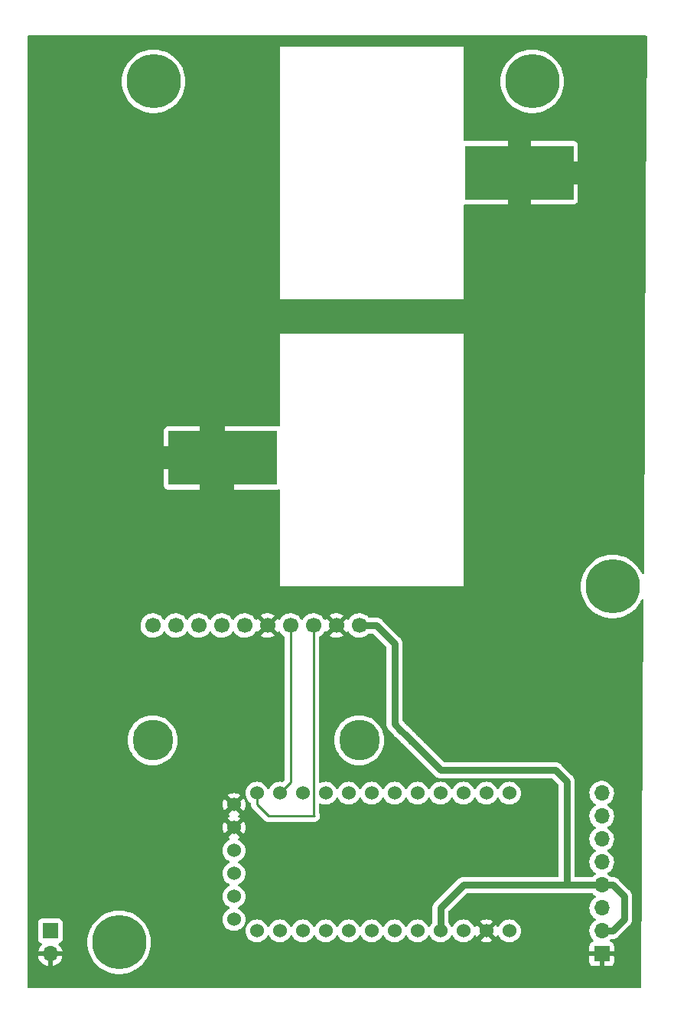
<source format=gbr>
%TF.GenerationSoftware,KiCad,Pcbnew,6.0.2+dfsg-1*%
%TF.CreationDate,2024-07-15T16:46:16+10:00*%
%TF.ProjectId,SWRBridge,53575242-7269-4646-9765-2e6b69636164,2*%
%TF.SameCoordinates,Original*%
%TF.FileFunction,Copper,L2,Bot*%
%TF.FilePolarity,Positive*%
%FSLAX46Y46*%
G04 Gerber Fmt 4.6, Leading zero omitted, Abs format (unit mm)*
G04 Created by KiCad (PCBNEW 6.0.2+dfsg-1) date 2024-07-15 16:46:16*
%MOMM*%
%LPD*%
G01*
G04 APERTURE LIST*
%TA.AperFunction,SMDPad,CuDef*%
%ADD10R,12.000000X6.000000*%
%TD*%
%TA.AperFunction,ComponentPad*%
%ADD11C,1.700000*%
%TD*%
%TA.AperFunction,ComponentPad*%
%ADD12C,4.500000*%
%TD*%
%TA.AperFunction,ComponentPad*%
%ADD13C,1.524000*%
%TD*%
%TA.AperFunction,ComponentPad*%
%ADD14R,1.700000X1.700000*%
%TD*%
%TA.AperFunction,ComponentPad*%
%ADD15O,1.700000X1.700000*%
%TD*%
%TA.AperFunction,ViaPad*%
%ADD16C,0.800000*%
%TD*%
%TA.AperFunction,ViaPad*%
%ADD17C,6.000000*%
%TD*%
%TA.AperFunction,Conductor*%
%ADD18C,2.500000*%
%TD*%
%TA.AperFunction,Conductor*%
%ADD19C,0.750000*%
%TD*%
%TA.AperFunction,Conductor*%
%ADD20C,0.250000*%
%TD*%
G04 APERTURE END LIST*
D10*
%TO.P,T2,5,5*%
%TO.N,GND*%
X115570000Y-92456000D03*
%TD*%
D11*
%TO.P,U5,1,ADDR*%
%TO.N,GND*%
X120555000Y-110991500D03*
%TO.P,U5,2,ALERT/RDY*%
%TO.N,unconnected-(U5-Pad2)*%
X118015000Y-110991500D03*
%TO.P,U5,3,GND*%
%TO.N,GND*%
X128175000Y-110991500D03*
%TO.P,U5,4,AIN0*%
%TO.N,/Reverse*%
X115475000Y-110991500D03*
%TO.P,U5,5,AIN1*%
%TO.N,/Forward*%
X112935000Y-110991500D03*
%TO.P,U5,6,AIN2*%
%TO.N,unconnected-(U5-Pad6)*%
X110395000Y-110991500D03*
%TO.P,U5,7,AIN3*%
%TO.N,unconnected-(U5-Pad7)*%
X107855000Y-110991500D03*
%TO.P,U5,8,VDD*%
%TO.N,/3V3*%
X130715000Y-110991500D03*
%TO.P,U5,9,SDA*%
%TO.N,Net-(R8-Pad2)*%
X123095000Y-110991500D03*
%TO.P,U5,10,SCL*%
%TO.N,Net-(R7-Pad2)*%
X125635000Y-110991500D03*
D12*
%TO.P,U5,GND*%
%TO.N,N/C*%
X107855000Y-123691500D03*
X130715000Y-123691500D03*
%TD*%
D13*
%TO.P,U4,1,RXD*%
%TO.N,unconnected-(U4-Pad1)*%
X121920000Y-144780000D03*
%TO.P,U4,2,TXD*%
%TO.N,unconnected-(U4-Pad2)*%
X124460000Y-144780000D03*
%TO.P,U4,3,INT1PD3*%
%TO.N,unconnected-(U4-Pad3)*%
X127000000Y-144780000D03*
%TO.P,U4,4,PD4*%
%TO.N,unconnected-(U4-Pad4)*%
X129540000Y-144780000D03*
%TO.P,U4,5,PD5*%
%TO.N,unconnected-(U4-Pad5)*%
X132080000Y-144780000D03*
%TO.P,U4,6,PD6*%
%TO.N,unconnected-(U4-Pad6)*%
X134620000Y-144780000D03*
%TO.P,U4,8,PB0*%
%TO.N,/3V3*%
X137160000Y-144780000D03*
%TO.P,U4,9,PB1*%
%TO.N,/DisplayReset*%
X147320000Y-129540000D03*
%TO.P,U4,10,PB2SS*%
%TO.N,/DisplaySelect*%
X144780000Y-129540000D03*
%TO.P,U4,11,PB3MOSI*%
%TO.N,/Data*%
X142240000Y-129540000D03*
%TO.P,U4,12,PB4MISO*%
%TO.N,unconnected-(U4-Pad12)*%
X139700000Y-129540000D03*
%TO.P,U4,13,PB5SCK*%
%TO.N,/SCLK*%
X137160000Y-129540000D03*
%TO.P,U4,14,PC0A0*%
%TO.N,unconnected-(U4-Pad14)*%
X132080000Y-129540000D03*
%TO.P,U4,15,PC1A1*%
%TO.N,unconnected-(U4-Pad15)*%
X129540000Y-129540000D03*
%TO.P,U4,16,PC2A2*%
%TO.N,unconnected-(U4-Pad16)*%
X127000000Y-129540000D03*
%TO.P,U4,17,PC3A3*%
%TO.N,unconnected-(U4-Pad17)*%
X124460000Y-129540000D03*
%TO.P,U4,18,PC4A4SDA*%
%TO.N,Net-(R8-Pad2)*%
X121920000Y-129540000D03*
%TO.P,U4,19,PC5A5SCL*%
%TO.N,Net-(R7-Pad2)*%
X119380000Y-129540000D03*
%TO.P,U4,20,GND*%
%TO.N,GND*%
X116840000Y-130810000D03*
%TO.P,U4,21,GND*%
X116840000Y-133350000D03*
%TO.P,U4,22,VBUS*%
%TO.N,unconnected-(U4-Pad22)*%
X116840000Y-135890000D03*
%TO.P,U4,23,RXD*%
%TO.N,unconnected-(U4-Pad23)*%
X116840000Y-138430000D03*
%TO.P,U4,24,TXD*%
%TO.N,unconnected-(U4-Pad24)*%
X116840000Y-140970000D03*
%TO.P,U4,25,DTR/RTS*%
%TO.N,unconnected-(U4-Pad25)*%
X116840000Y-143510000D03*
%TO.P,U4,26,RESET*%
%TO.N,unconnected-(U4-Pad26)*%
X119380000Y-144780000D03*
%TO.P,U4,27,3V3*%
%TO.N,/3V3*%
X139700000Y-144780000D03*
%TO.P,U4,28,VBUS*%
%TO.N,unconnected-(U4-Pad28)*%
X142240000Y-144780000D03*
%TO.P,U4,29,GND*%
%TO.N,GND*%
X144780000Y-144780000D03*
%TO.P,U4,30,VBAT*%
%TO.N,Net-(C13-Pad1)*%
X147320000Y-144780000D03*
%TO.P,U4,31,AREF*%
%TO.N,Net-(C14-Pad1)*%
X134620000Y-129540000D03*
%TD*%
D14*
%TO.P,J1,1,Pin_1*%
%TO.N,Net-(D1-Pad2)*%
X96520000Y-144780000D03*
D15*
%TO.P,J1,2,Pin_2*%
%TO.N,GND*%
X96520000Y-147320000D03*
%TD*%
D14*
%TO.P,J4,1,Pin_1*%
%TO.N,GND*%
X157543500Y-147320000D03*
D15*
%TO.P,J4,2,Pin_2*%
%TO.N,/3V3*%
X157543500Y-144780000D03*
%TO.P,J4,3,Pin_3*%
%TO.N,unconnected-(J4-Pad3)*%
X157543500Y-142240000D03*
%TO.P,J4,4,Pin_4*%
%TO.N,/3V3*%
X157543500Y-139700000D03*
%TO.P,J4,5,Pin_5*%
%TO.N,/SCLK*%
X157543500Y-137160000D03*
%TO.P,J4,6,Pin_6*%
%TO.N,/Data*%
X157543500Y-134620000D03*
%TO.P,J4,7,Pin_7*%
%TO.N,/DisplaySelect*%
X157543500Y-132080000D03*
%TO.P,J4,8,Pin_8*%
%TO.N,/DisplayReset*%
X157543500Y-129540000D03*
%TD*%
D10*
%TO.P,T1,5,5*%
%TO.N,GND*%
X148399500Y-60896500D03*
%TD*%
D16*
%TO.N,GND*%
X134620000Y-137160000D03*
X135255000Y-137795000D03*
X110490000Y-144780000D03*
X109537500Y-143827500D03*
X105410000Y-134620000D03*
X106404000Y-134261000D03*
X97550000Y-129780000D03*
X99060000Y-129540000D03*
X99060000Y-113665000D03*
X99352500Y-120942500D03*
X137795000Y-113665000D03*
X140335000Y-109220000D03*
X104140000Y-114300000D03*
X101600000Y-123190000D03*
X114935000Y-123190000D03*
X132080000Y-118110000D03*
X145415000Y-121920000D03*
X143510000Y-121920000D03*
X148590000Y-118745000D03*
X148590000Y-121920000D03*
X150177500Y-120332500D03*
%TO.N,/3V3*%
X137160000Y-124460000D03*
X136525000Y-123825000D03*
X135890000Y-123190000D03*
X135255000Y-122555000D03*
D17*
%TO.N,*%
X149860000Y-50800000D03*
X158750000Y-106680000D03*
X107950000Y-50800000D03*
X104140000Y-146050000D03*
D16*
%TO.N,GND*%
X107950000Y-86360000D03*
X119380000Y-105410000D03*
X96520000Y-66040000D03*
X113030000Y-85090000D03*
X160020000Y-54610000D03*
X106680000Y-95250000D03*
X99060000Y-71120000D03*
X95250000Y-68580000D03*
X144716500Y-105473500D03*
X111760000Y-81280000D03*
X115570000Y-81280000D03*
X97790000Y-68580000D03*
X157480000Y-95250000D03*
X156210000Y-68580000D03*
X156210000Y-54610000D03*
X156210000Y-72390000D03*
X151130000Y-68580000D03*
X158750000Y-54610000D03*
X97790000Y-71120000D03*
X99060000Y-66040000D03*
X158750000Y-71120000D03*
X148590000Y-68580000D03*
X99060000Y-69850000D03*
X158750000Y-50800000D03*
X156210000Y-67310000D03*
X148590000Y-67310000D03*
X157480000Y-54610000D03*
X151130000Y-72390000D03*
X95250000Y-67310000D03*
X152400000Y-72390000D03*
X161290000Y-52070000D03*
X161290000Y-53340000D03*
X156210000Y-55880000D03*
X105410000Y-83820000D03*
X100330000Y-69850000D03*
X113030000Y-81280000D03*
X114300000Y-81280000D03*
X160020000Y-53340000D03*
X148590000Y-72390000D03*
X95250000Y-71120000D03*
X149860000Y-72390000D03*
X143510000Y-106680000D03*
X106680000Y-81280000D03*
X151130000Y-71120000D03*
X110490000Y-86360000D03*
X107950000Y-81280000D03*
X160020000Y-55880000D03*
X154940000Y-67310000D03*
X158750000Y-67310000D03*
X153670000Y-68580000D03*
X161290000Y-50800000D03*
X97790000Y-69850000D03*
X95250000Y-66040000D03*
X154940000Y-72390000D03*
X97790000Y-67310000D03*
X109220000Y-86360000D03*
X161290000Y-55880000D03*
X115570000Y-82550000D03*
X100330000Y-67310000D03*
X152400000Y-67310000D03*
X158750000Y-68580000D03*
X157480000Y-52070000D03*
X110490000Y-82550000D03*
X105410000Y-86360000D03*
X97790000Y-66040000D03*
X157480000Y-72390000D03*
X158750000Y-53340000D03*
X115570000Y-85090000D03*
X149860000Y-67310000D03*
X115570000Y-83820000D03*
X156210000Y-71120000D03*
X157480000Y-53340000D03*
X96520000Y-68580000D03*
X99060000Y-67310000D03*
X151130000Y-67310000D03*
X148590000Y-71120000D03*
X96520000Y-71120000D03*
X107950000Y-85090000D03*
X96520000Y-69850000D03*
X161290000Y-54610000D03*
X106680000Y-86360000D03*
X153670000Y-71120000D03*
X99060000Y-68580000D03*
X96520000Y-67310000D03*
X158750000Y-69850000D03*
X100330000Y-66040000D03*
X158750000Y-52070000D03*
X114300000Y-86360000D03*
X153670000Y-72390000D03*
X156210000Y-53340000D03*
X148590000Y-69850000D03*
X107950000Y-96520000D03*
X158750000Y-55880000D03*
X160020000Y-52070000D03*
X120650000Y-106680000D03*
X160020000Y-50800000D03*
X156210000Y-50800000D03*
X110490000Y-81280000D03*
X105410000Y-85090000D03*
X157480000Y-55880000D03*
X113030000Y-86360000D03*
X156210000Y-52070000D03*
X156210000Y-96520000D03*
X111760000Y-86360000D03*
X100330000Y-68580000D03*
X157480000Y-67310000D03*
X110490000Y-85090000D03*
X158750000Y-72390000D03*
X105410000Y-82550000D03*
X95250000Y-69850000D03*
X107950000Y-82550000D03*
X113030000Y-82550000D03*
X157480000Y-50800000D03*
X115570000Y-86360000D03*
X153670000Y-67310000D03*
X109220000Y-81280000D03*
X105410000Y-81280000D03*
X100330000Y-71120000D03*
%TD*%
D18*
%TO.N,GND*%
X106426000Y-92456000D02*
X106045000Y-92075000D01*
X115570000Y-92456000D02*
X106426000Y-92456000D01*
X114300000Y-86360000D02*
X114300000Y-97155000D01*
X114300000Y-97155000D02*
X115570000Y-95885000D01*
X115570000Y-95885000D02*
X115570000Y-92456000D01*
D19*
%TO.N,/3V3*%
X135890000Y-123190000D02*
X139700000Y-127000000D01*
X135255000Y-122555000D02*
X135890000Y-123190000D01*
X142240000Y-139700000D02*
X153670000Y-139700000D01*
X153670000Y-139700000D02*
X157543500Y-139700000D01*
X134620000Y-113030000D02*
X134620000Y-121920000D01*
X130715000Y-110991500D02*
X132581500Y-110991500D01*
X132581500Y-110991500D02*
X134620000Y-113030000D01*
X134620000Y-121920000D02*
X135255000Y-122555000D01*
X152400000Y-127000000D02*
X153670000Y-128270000D01*
X139700000Y-127000000D02*
X152400000Y-127000000D01*
X153670000Y-128270000D02*
X153670000Y-139700000D01*
X160020000Y-143510000D02*
X160020000Y-140970000D01*
X157543500Y-144780000D02*
X158750000Y-144780000D01*
X158750000Y-144780000D02*
X160020000Y-143510000D01*
X160020000Y-140970000D02*
X158750000Y-139700000D01*
X158750000Y-139700000D02*
X157543500Y-139700000D01*
X139700000Y-142240000D02*
X142240000Y-139700000D01*
X139700000Y-144780000D02*
X139700000Y-142240000D01*
D20*
%TO.N,Net-(R7-Pad2)*%
X120650000Y-132080000D02*
X119380000Y-130810000D01*
X119380000Y-130810000D02*
X119380000Y-129540000D01*
X125730000Y-132080000D02*
X120650000Y-132080000D01*
X125635000Y-110991500D02*
X125635000Y-131985000D01*
X125635000Y-131985000D02*
X125730000Y-132080000D01*
%TO.N,Net-(R8-Pad2)*%
X123095000Y-110991500D02*
X123095000Y-128365000D01*
X123095000Y-128365000D02*
X121920000Y-129540000D01*
D18*
%TO.N,GND*%
X148399500Y-60896500D02*
X148399500Y-64579500D01*
X148399500Y-56070500D02*
X148399500Y-60896500D01*
X156146500Y-60896500D02*
X148399500Y-60896500D01*
%TD*%
%TA.AperFunction,Conductor*%
%TO.N,GND*%
G36*
X162501359Y-45740002D02*
G01*
X162547852Y-45793658D01*
X162559236Y-45846759D01*
X162447772Y-64349824D01*
X162206918Y-104331708D01*
X162201668Y-105203165D01*
X162181256Y-105271164D01*
X162127321Y-105317333D01*
X162056987Y-105327013D01*
X161992585Y-105297132D01*
X161960617Y-105253726D01*
X161959573Y-105251006D01*
X161792620Y-104923343D01*
X161592332Y-104614925D01*
X161360902Y-104329133D01*
X161100867Y-104069098D01*
X160815075Y-103837668D01*
X160506658Y-103637380D01*
X160503724Y-103635885D01*
X160503717Y-103635881D01*
X160181934Y-103471925D01*
X160178994Y-103470427D01*
X159835674Y-103338639D01*
X159480459Y-103243459D01*
X159287442Y-103212888D01*
X159120489Y-103186445D01*
X159120481Y-103186444D01*
X159117241Y-103185931D01*
X158750000Y-103166685D01*
X158382759Y-103185931D01*
X158379519Y-103186444D01*
X158379511Y-103186445D01*
X158212558Y-103212888D01*
X158019541Y-103243459D01*
X157664326Y-103338639D01*
X157321006Y-103470427D01*
X157318066Y-103471925D01*
X156996284Y-103635881D01*
X156996277Y-103635885D01*
X156993343Y-103637380D01*
X156684925Y-103837668D01*
X156399133Y-104069098D01*
X156139098Y-104329133D01*
X155907668Y-104614925D01*
X155707380Y-104923343D01*
X155540427Y-105251006D01*
X155408639Y-105594326D01*
X155313459Y-105949541D01*
X155255931Y-106312759D01*
X155236685Y-106680000D01*
X155255931Y-107047241D01*
X155313459Y-107410459D01*
X155408639Y-107765674D01*
X155540427Y-108108994D01*
X155707380Y-108436657D01*
X155907668Y-108745075D01*
X156139098Y-109030867D01*
X156399133Y-109290902D01*
X156684925Y-109522332D01*
X156687700Y-109524134D01*
X156921215Y-109675780D01*
X156993342Y-109722620D01*
X156996276Y-109724115D01*
X156996283Y-109724119D01*
X157261592Y-109859300D01*
X157321006Y-109889573D01*
X157527999Y-109969030D01*
X157545826Y-109975873D01*
X157664326Y-110021361D01*
X158019541Y-110116541D01*
X158193485Y-110144091D01*
X158379511Y-110173555D01*
X158379519Y-110173556D01*
X158382759Y-110174069D01*
X158750000Y-110193315D01*
X159117241Y-110174069D01*
X159120481Y-110173556D01*
X159120489Y-110173555D01*
X159306515Y-110144091D01*
X159480459Y-110116541D01*
X159835674Y-110021361D01*
X159954175Y-109975873D01*
X159972001Y-109969030D01*
X160178994Y-109889573D01*
X160238408Y-109859300D01*
X160503717Y-109724119D01*
X160503724Y-109724115D01*
X160506658Y-109722620D01*
X160578786Y-109675780D01*
X160812300Y-109524134D01*
X160815075Y-109522332D01*
X161100867Y-109290902D01*
X161360902Y-109030867D01*
X161592332Y-108745075D01*
X161792620Y-108436657D01*
X161945381Y-108136848D01*
X161994130Y-108085233D01*
X162063044Y-108068167D01*
X162130246Y-108091068D01*
X162174398Y-108146665D01*
X162183646Y-108194809D01*
X162099924Y-122092549D01*
X161925754Y-151004759D01*
X161905342Y-151072758D01*
X161851407Y-151118927D01*
X161799756Y-151130000D01*
X94106000Y-151130000D01*
X94037879Y-151109998D01*
X93991386Y-151056342D01*
X93980000Y-151004000D01*
X93980000Y-147587966D01*
X95188257Y-147587966D01*
X95218565Y-147722446D01*
X95221645Y-147732275D01*
X95301770Y-147929603D01*
X95306413Y-147938794D01*
X95417694Y-148120388D01*
X95423777Y-148128699D01*
X95563213Y-148289667D01*
X95570580Y-148296883D01*
X95734434Y-148432916D01*
X95742881Y-148438831D01*
X95926756Y-148546279D01*
X95936042Y-148550729D01*
X96135001Y-148626703D01*
X96144899Y-148629579D01*
X96248250Y-148650606D01*
X96262299Y-148649410D01*
X96266000Y-148639065D01*
X96266000Y-148638517D01*
X96774000Y-148638517D01*
X96778064Y-148652359D01*
X96791478Y-148654393D01*
X96798184Y-148653534D01*
X96808262Y-148651392D01*
X97012255Y-148590191D01*
X97021842Y-148586433D01*
X97213095Y-148492739D01*
X97221945Y-148487464D01*
X97395328Y-148363792D01*
X97403200Y-148357139D01*
X97554052Y-148206812D01*
X97560730Y-148198965D01*
X97685003Y-148026020D01*
X97690313Y-148017183D01*
X97784670Y-147826267D01*
X97788469Y-147816672D01*
X97850377Y-147612910D01*
X97852555Y-147602837D01*
X97853986Y-147591962D01*
X97851775Y-147577778D01*
X97838617Y-147574000D01*
X96792115Y-147574000D01*
X96776876Y-147578475D01*
X96775671Y-147579865D01*
X96774000Y-147587548D01*
X96774000Y-148638517D01*
X96266000Y-148638517D01*
X96266000Y-147592115D01*
X96261525Y-147576876D01*
X96260135Y-147575671D01*
X96252452Y-147574000D01*
X95203225Y-147574000D01*
X95189694Y-147577973D01*
X95188257Y-147587966D01*
X93980000Y-147587966D01*
X93980000Y-145678134D01*
X95161500Y-145678134D01*
X95168255Y-145740316D01*
X95219385Y-145876705D01*
X95306739Y-145993261D01*
X95423295Y-146080615D01*
X95431704Y-146083767D01*
X95431705Y-146083768D01*
X95540960Y-146124726D01*
X95597725Y-146167367D01*
X95622425Y-146233929D01*
X95607218Y-146303278D01*
X95587825Y-146329759D01*
X95464590Y-146458717D01*
X95458104Y-146466727D01*
X95338098Y-146642649D01*
X95333000Y-146651623D01*
X95243338Y-146844783D01*
X95239775Y-146854470D01*
X95184389Y-147054183D01*
X95185912Y-147062607D01*
X95198292Y-147066000D01*
X97838344Y-147066000D01*
X97851875Y-147062027D01*
X97853180Y-147052947D01*
X97811214Y-146885875D01*
X97807894Y-146876124D01*
X97722972Y-146680814D01*
X97718105Y-146671739D01*
X97602426Y-146492926D01*
X97596136Y-146484757D01*
X97452293Y-146326677D01*
X97421241Y-146262831D01*
X97429635Y-146192333D01*
X97474812Y-146137564D01*
X97501256Y-146123895D01*
X97608297Y-146083767D01*
X97616705Y-146080615D01*
X97657554Y-146050000D01*
X100626685Y-146050000D01*
X100645931Y-146417241D01*
X100646444Y-146420481D01*
X100646445Y-146420489D01*
X100656624Y-146484757D01*
X100703459Y-146780459D01*
X100798639Y-147135674D01*
X100930427Y-147478994D01*
X101097380Y-147806657D01*
X101297668Y-148115075D01*
X101529098Y-148400867D01*
X101789133Y-148660902D01*
X102074925Y-148892332D01*
X102383342Y-149092620D01*
X102386276Y-149094115D01*
X102386283Y-149094119D01*
X102708066Y-149258075D01*
X102711006Y-149259573D01*
X103054326Y-149391361D01*
X103409541Y-149486541D01*
X103602558Y-149517112D01*
X103769511Y-149543555D01*
X103769519Y-149543556D01*
X103772759Y-149544069D01*
X104140000Y-149563315D01*
X104507241Y-149544069D01*
X104510481Y-149543556D01*
X104510489Y-149543555D01*
X104677442Y-149517112D01*
X104870459Y-149486541D01*
X105225674Y-149391361D01*
X105568994Y-149259573D01*
X105571934Y-149258075D01*
X105893717Y-149094119D01*
X105893724Y-149094115D01*
X105896658Y-149092620D01*
X106205075Y-148892332D01*
X106490867Y-148660902D01*
X106750902Y-148400867D01*
X106901682Y-148214669D01*
X156185501Y-148214669D01*
X156185871Y-148221490D01*
X156191395Y-148272352D01*
X156195021Y-148287604D01*
X156240176Y-148408054D01*
X156248714Y-148423649D01*
X156325215Y-148525724D01*
X156337776Y-148538285D01*
X156439851Y-148614786D01*
X156455446Y-148623324D01*
X156575894Y-148668478D01*
X156591149Y-148672105D01*
X156642014Y-148677631D01*
X156648828Y-148678000D01*
X157271385Y-148678000D01*
X157286624Y-148673525D01*
X157287829Y-148672135D01*
X157289500Y-148664452D01*
X157289500Y-148659884D01*
X157797500Y-148659884D01*
X157801975Y-148675123D01*
X157803365Y-148676328D01*
X157811048Y-148677999D01*
X158438169Y-148677999D01*
X158444990Y-148677629D01*
X158495852Y-148672105D01*
X158511104Y-148668479D01*
X158631554Y-148623324D01*
X158647149Y-148614786D01*
X158749224Y-148538285D01*
X158761785Y-148525724D01*
X158838286Y-148423649D01*
X158846824Y-148408054D01*
X158891978Y-148287606D01*
X158895605Y-148272351D01*
X158901131Y-148221486D01*
X158901500Y-148214672D01*
X158901500Y-147592115D01*
X158897025Y-147576876D01*
X158895635Y-147575671D01*
X158887952Y-147574000D01*
X157815615Y-147574000D01*
X157800376Y-147578475D01*
X157799171Y-147579865D01*
X157797500Y-147587548D01*
X157797500Y-148659884D01*
X157289500Y-148659884D01*
X157289500Y-147592115D01*
X157285025Y-147576876D01*
X157283635Y-147575671D01*
X157275952Y-147574000D01*
X156203616Y-147574000D01*
X156188377Y-147578475D01*
X156187172Y-147579865D01*
X156185501Y-147587548D01*
X156185501Y-148214669D01*
X106901682Y-148214669D01*
X106982332Y-148115075D01*
X107182620Y-147806657D01*
X107349573Y-147478994D01*
X107481361Y-147135674D01*
X107576541Y-146780459D01*
X107623376Y-146484757D01*
X107633555Y-146420489D01*
X107633556Y-146420481D01*
X107634069Y-146417241D01*
X107653315Y-146050000D01*
X107634069Y-145682759D01*
X107633337Y-145678134D01*
X107600022Y-145467793D01*
X107576541Y-145319541D01*
X107481361Y-144964326D01*
X107349573Y-144621006D01*
X107244909Y-144415592D01*
X107184119Y-144296284D01*
X107184115Y-144296277D01*
X107182620Y-144293343D01*
X107156399Y-144252965D01*
X107005468Y-144020552D01*
X106982332Y-143984925D01*
X106750902Y-143699133D01*
X106561769Y-143510000D01*
X115564647Y-143510000D01*
X115584022Y-143731463D01*
X115611564Y-143834251D01*
X115637681Y-143931718D01*
X115641560Y-143946196D01*
X115643882Y-143951177D01*
X115643883Y-143951178D01*
X115733186Y-144142689D01*
X115733189Y-144142694D01*
X115735512Y-144147676D01*
X115738668Y-144152183D01*
X115738669Y-144152185D01*
X115859759Y-144325119D01*
X115863023Y-144329781D01*
X116020219Y-144486977D01*
X116024727Y-144490134D01*
X116024730Y-144490136D01*
X116100495Y-144543187D01*
X116202323Y-144614488D01*
X116207305Y-144616811D01*
X116207310Y-144616814D01*
X116398822Y-144706117D01*
X116403804Y-144708440D01*
X116409112Y-144709862D01*
X116409114Y-144709863D01*
X116442516Y-144718813D01*
X116618537Y-144765978D01*
X116840000Y-144785353D01*
X116901187Y-144780000D01*
X118104647Y-144780000D01*
X118124022Y-145001463D01*
X118125446Y-145006776D01*
X118175191Y-145192425D01*
X118181560Y-145216196D01*
X118183882Y-145221177D01*
X118183883Y-145221178D01*
X118273186Y-145412689D01*
X118273189Y-145412694D01*
X118275512Y-145417676D01*
X118278668Y-145422183D01*
X118278669Y-145422185D01*
X118398701Y-145593608D01*
X118403023Y-145599781D01*
X118560219Y-145756977D01*
X118564727Y-145760134D01*
X118564730Y-145760136D01*
X118617086Y-145796796D01*
X118742323Y-145884488D01*
X118747305Y-145886811D01*
X118747310Y-145886814D01*
X118937173Y-145975348D01*
X118943804Y-145978440D01*
X118949112Y-145979862D01*
X118949114Y-145979863D01*
X118972320Y-145986081D01*
X119158537Y-146035978D01*
X119380000Y-146055353D01*
X119601463Y-146035978D01*
X119787680Y-145986081D01*
X119810886Y-145979863D01*
X119810888Y-145979862D01*
X119816196Y-145978440D01*
X119822827Y-145975348D01*
X120012690Y-145886814D01*
X120012695Y-145886811D01*
X120017677Y-145884488D01*
X120142914Y-145796796D01*
X120195270Y-145760136D01*
X120195273Y-145760134D01*
X120199781Y-145756977D01*
X120356977Y-145599781D01*
X120361300Y-145593608D01*
X120481331Y-145422185D01*
X120481332Y-145422183D01*
X120484488Y-145417676D01*
X120486811Y-145412694D01*
X120486814Y-145412689D01*
X120535805Y-145307627D01*
X120582723Y-145254342D01*
X120651000Y-145234881D01*
X120718960Y-145255423D01*
X120764195Y-145307627D01*
X120813186Y-145412689D01*
X120813189Y-145412694D01*
X120815512Y-145417676D01*
X120818668Y-145422183D01*
X120818669Y-145422185D01*
X120938701Y-145593608D01*
X120943023Y-145599781D01*
X121100219Y-145756977D01*
X121104727Y-145760134D01*
X121104730Y-145760136D01*
X121157086Y-145796796D01*
X121282323Y-145884488D01*
X121287305Y-145886811D01*
X121287310Y-145886814D01*
X121477173Y-145975348D01*
X121483804Y-145978440D01*
X121489112Y-145979862D01*
X121489114Y-145979863D01*
X121512320Y-145986081D01*
X121698537Y-146035978D01*
X121920000Y-146055353D01*
X122141463Y-146035978D01*
X122327680Y-145986081D01*
X122350886Y-145979863D01*
X122350888Y-145979862D01*
X122356196Y-145978440D01*
X122362827Y-145975348D01*
X122552690Y-145886814D01*
X122552695Y-145886811D01*
X122557677Y-145884488D01*
X122682914Y-145796796D01*
X122735270Y-145760136D01*
X122735273Y-145760134D01*
X122739781Y-145756977D01*
X122896977Y-145599781D01*
X122901300Y-145593608D01*
X123021331Y-145422185D01*
X123021332Y-145422183D01*
X123024488Y-145417676D01*
X123026811Y-145412694D01*
X123026814Y-145412689D01*
X123075805Y-145307627D01*
X123122723Y-145254342D01*
X123191000Y-145234881D01*
X123258960Y-145255423D01*
X123304195Y-145307627D01*
X123353186Y-145412689D01*
X123353189Y-145412694D01*
X123355512Y-145417676D01*
X123358668Y-145422183D01*
X123358669Y-145422185D01*
X123478701Y-145593608D01*
X123483023Y-145599781D01*
X123640219Y-145756977D01*
X123644727Y-145760134D01*
X123644730Y-145760136D01*
X123697086Y-145796796D01*
X123822323Y-145884488D01*
X123827305Y-145886811D01*
X123827310Y-145886814D01*
X124017173Y-145975348D01*
X124023804Y-145978440D01*
X124029112Y-145979862D01*
X124029114Y-145979863D01*
X124052320Y-145986081D01*
X124238537Y-146035978D01*
X124460000Y-146055353D01*
X124681463Y-146035978D01*
X124867680Y-145986081D01*
X124890886Y-145979863D01*
X124890888Y-145979862D01*
X124896196Y-145978440D01*
X124902827Y-145975348D01*
X125092690Y-145886814D01*
X125092695Y-145886811D01*
X125097677Y-145884488D01*
X125222914Y-145796796D01*
X125275270Y-145760136D01*
X125275273Y-145760134D01*
X125279781Y-145756977D01*
X125436977Y-145599781D01*
X125441300Y-145593608D01*
X125561331Y-145422185D01*
X125561332Y-145422183D01*
X125564488Y-145417676D01*
X125566811Y-145412694D01*
X125566814Y-145412689D01*
X125615805Y-145307627D01*
X125662723Y-145254342D01*
X125731000Y-145234881D01*
X125798960Y-145255423D01*
X125844195Y-145307627D01*
X125893186Y-145412689D01*
X125893189Y-145412694D01*
X125895512Y-145417676D01*
X125898668Y-145422183D01*
X125898669Y-145422185D01*
X126018701Y-145593608D01*
X126023023Y-145599781D01*
X126180219Y-145756977D01*
X126184727Y-145760134D01*
X126184730Y-145760136D01*
X126237086Y-145796796D01*
X126362323Y-145884488D01*
X126367305Y-145886811D01*
X126367310Y-145886814D01*
X126557173Y-145975348D01*
X126563804Y-145978440D01*
X126569112Y-145979862D01*
X126569114Y-145979863D01*
X126592320Y-145986081D01*
X126778537Y-146035978D01*
X127000000Y-146055353D01*
X127221463Y-146035978D01*
X127407680Y-145986081D01*
X127430886Y-145979863D01*
X127430888Y-145979862D01*
X127436196Y-145978440D01*
X127442827Y-145975348D01*
X127632690Y-145886814D01*
X127632695Y-145886811D01*
X127637677Y-145884488D01*
X127762914Y-145796796D01*
X127815270Y-145760136D01*
X127815273Y-145760134D01*
X127819781Y-145756977D01*
X127976977Y-145599781D01*
X127981300Y-145593608D01*
X128101331Y-145422185D01*
X128101332Y-145422183D01*
X128104488Y-145417676D01*
X128106811Y-145412694D01*
X128106814Y-145412689D01*
X128155805Y-145307627D01*
X128202723Y-145254342D01*
X128271000Y-145234881D01*
X128338960Y-145255423D01*
X128384195Y-145307627D01*
X128433186Y-145412689D01*
X128433189Y-145412694D01*
X128435512Y-145417676D01*
X128438668Y-145422183D01*
X128438669Y-145422185D01*
X128558701Y-145593608D01*
X128563023Y-145599781D01*
X128720219Y-145756977D01*
X128724727Y-145760134D01*
X128724730Y-145760136D01*
X128777086Y-145796796D01*
X128902323Y-145884488D01*
X128907305Y-145886811D01*
X128907310Y-145886814D01*
X129097173Y-145975348D01*
X129103804Y-145978440D01*
X129109112Y-145979862D01*
X129109114Y-145979863D01*
X129132320Y-145986081D01*
X129318537Y-146035978D01*
X129540000Y-146055353D01*
X129761463Y-146035978D01*
X129947680Y-145986081D01*
X129970886Y-145979863D01*
X129970888Y-145979862D01*
X129976196Y-145978440D01*
X129982827Y-145975348D01*
X130172690Y-145886814D01*
X130172695Y-145886811D01*
X130177677Y-145884488D01*
X130302914Y-145796796D01*
X130355270Y-145760136D01*
X130355273Y-145760134D01*
X130359781Y-145756977D01*
X130516977Y-145599781D01*
X130521300Y-145593608D01*
X130641331Y-145422185D01*
X130641332Y-145422183D01*
X130644488Y-145417676D01*
X130646811Y-145412694D01*
X130646814Y-145412689D01*
X130695805Y-145307627D01*
X130742723Y-145254342D01*
X130811000Y-145234881D01*
X130878960Y-145255423D01*
X130924195Y-145307627D01*
X130973186Y-145412689D01*
X130973189Y-145412694D01*
X130975512Y-145417676D01*
X130978668Y-145422183D01*
X130978669Y-145422185D01*
X131098701Y-145593608D01*
X131103023Y-145599781D01*
X131260219Y-145756977D01*
X131264727Y-145760134D01*
X131264730Y-145760136D01*
X131317086Y-145796796D01*
X131442323Y-145884488D01*
X131447305Y-145886811D01*
X131447310Y-145886814D01*
X131637173Y-145975348D01*
X131643804Y-145978440D01*
X131649112Y-145979862D01*
X131649114Y-145979863D01*
X131672320Y-145986081D01*
X131858537Y-146035978D01*
X132080000Y-146055353D01*
X132301463Y-146035978D01*
X132487680Y-145986081D01*
X132510886Y-145979863D01*
X132510888Y-145979862D01*
X132516196Y-145978440D01*
X132522827Y-145975348D01*
X132712690Y-145886814D01*
X132712695Y-145886811D01*
X132717677Y-145884488D01*
X132842914Y-145796796D01*
X132895270Y-145760136D01*
X132895273Y-145760134D01*
X132899781Y-145756977D01*
X133056977Y-145599781D01*
X133061300Y-145593608D01*
X133181331Y-145422185D01*
X133181332Y-145422183D01*
X133184488Y-145417676D01*
X133186811Y-145412694D01*
X133186814Y-145412689D01*
X133235805Y-145307627D01*
X133282723Y-145254342D01*
X133351000Y-145234881D01*
X133418960Y-145255423D01*
X133464195Y-145307627D01*
X133513186Y-145412689D01*
X133513189Y-145412694D01*
X133515512Y-145417676D01*
X133518668Y-145422183D01*
X133518669Y-145422185D01*
X133638701Y-145593608D01*
X133643023Y-145599781D01*
X133800219Y-145756977D01*
X133804727Y-145760134D01*
X133804730Y-145760136D01*
X133857086Y-145796796D01*
X133982323Y-145884488D01*
X133987305Y-145886811D01*
X133987310Y-145886814D01*
X134177173Y-145975348D01*
X134183804Y-145978440D01*
X134189112Y-145979862D01*
X134189114Y-145979863D01*
X134212320Y-145986081D01*
X134398537Y-146035978D01*
X134620000Y-146055353D01*
X134841463Y-146035978D01*
X135027680Y-145986081D01*
X135050886Y-145979863D01*
X135050888Y-145979862D01*
X135056196Y-145978440D01*
X135062827Y-145975348D01*
X135252690Y-145886814D01*
X135252695Y-145886811D01*
X135257677Y-145884488D01*
X135382914Y-145796796D01*
X135435270Y-145760136D01*
X135435273Y-145760134D01*
X135439781Y-145756977D01*
X135596977Y-145599781D01*
X135601300Y-145593608D01*
X135721331Y-145422185D01*
X135721332Y-145422183D01*
X135724488Y-145417676D01*
X135726811Y-145412694D01*
X135726814Y-145412689D01*
X135775805Y-145307627D01*
X135822723Y-145254342D01*
X135891000Y-145234881D01*
X135958960Y-145255423D01*
X136004195Y-145307627D01*
X136053186Y-145412689D01*
X136053189Y-145412694D01*
X136055512Y-145417676D01*
X136058668Y-145422183D01*
X136058669Y-145422185D01*
X136178701Y-145593608D01*
X136183023Y-145599781D01*
X136340219Y-145756977D01*
X136344727Y-145760134D01*
X136344730Y-145760136D01*
X136397086Y-145796796D01*
X136522323Y-145884488D01*
X136527305Y-145886811D01*
X136527310Y-145886814D01*
X136717173Y-145975348D01*
X136723804Y-145978440D01*
X136729112Y-145979862D01*
X136729114Y-145979863D01*
X136752320Y-145986081D01*
X136938537Y-146035978D01*
X137160000Y-146055353D01*
X137381463Y-146035978D01*
X137567680Y-145986081D01*
X137590886Y-145979863D01*
X137590888Y-145979862D01*
X137596196Y-145978440D01*
X137602827Y-145975348D01*
X137792690Y-145886814D01*
X137792695Y-145886811D01*
X137797677Y-145884488D01*
X137922914Y-145796796D01*
X137975270Y-145760136D01*
X137975273Y-145760134D01*
X137979781Y-145756977D01*
X138136977Y-145599781D01*
X138141300Y-145593608D01*
X138261331Y-145422185D01*
X138261332Y-145422183D01*
X138264488Y-145417676D01*
X138266811Y-145412694D01*
X138266814Y-145412689D01*
X138315805Y-145307627D01*
X138362723Y-145254342D01*
X138431000Y-145234881D01*
X138498960Y-145255423D01*
X138544195Y-145307627D01*
X138593186Y-145412689D01*
X138593189Y-145412694D01*
X138595512Y-145417676D01*
X138598668Y-145422183D01*
X138598669Y-145422185D01*
X138718701Y-145593608D01*
X138723023Y-145599781D01*
X138880219Y-145756977D01*
X138884727Y-145760134D01*
X138884730Y-145760136D01*
X138937086Y-145796796D01*
X139062323Y-145884488D01*
X139067305Y-145886811D01*
X139067310Y-145886814D01*
X139257173Y-145975348D01*
X139263804Y-145978440D01*
X139269112Y-145979862D01*
X139269114Y-145979863D01*
X139292320Y-145986081D01*
X139478537Y-146035978D01*
X139700000Y-146055353D01*
X139921463Y-146035978D01*
X140107680Y-145986081D01*
X140130886Y-145979863D01*
X140130888Y-145979862D01*
X140136196Y-145978440D01*
X140142827Y-145975348D01*
X140332690Y-145886814D01*
X140332695Y-145886811D01*
X140337677Y-145884488D01*
X140462914Y-145796796D01*
X140515270Y-145760136D01*
X140515273Y-145760134D01*
X140519781Y-145756977D01*
X140676977Y-145599781D01*
X140681300Y-145593608D01*
X140801331Y-145422185D01*
X140801332Y-145422183D01*
X140804488Y-145417676D01*
X140806811Y-145412694D01*
X140806814Y-145412689D01*
X140855805Y-145307627D01*
X140902723Y-145254342D01*
X140971000Y-145234881D01*
X141038960Y-145255423D01*
X141084195Y-145307627D01*
X141133186Y-145412689D01*
X141133189Y-145412694D01*
X141135512Y-145417676D01*
X141138668Y-145422183D01*
X141138669Y-145422185D01*
X141258701Y-145593608D01*
X141263023Y-145599781D01*
X141420219Y-145756977D01*
X141424727Y-145760134D01*
X141424730Y-145760136D01*
X141477086Y-145796796D01*
X141602323Y-145884488D01*
X141607305Y-145886811D01*
X141607310Y-145886814D01*
X141797173Y-145975348D01*
X141803804Y-145978440D01*
X141809112Y-145979862D01*
X141809114Y-145979863D01*
X141832320Y-145986081D01*
X142018537Y-146035978D01*
X142240000Y-146055353D01*
X142461463Y-146035978D01*
X142647680Y-145986081D01*
X142670886Y-145979863D01*
X142670888Y-145979862D01*
X142676196Y-145978440D01*
X142682827Y-145975348D01*
X142872690Y-145886814D01*
X142872695Y-145886811D01*
X142877677Y-145884488D01*
X142942959Y-145838777D01*
X144085777Y-145838777D01*
X144095074Y-145850793D01*
X144138069Y-145880898D01*
X144147555Y-145886376D01*
X144338993Y-145975645D01*
X144349285Y-145979391D01*
X144553309Y-146034059D01*
X144564104Y-146035962D01*
X144774525Y-146054372D01*
X144785475Y-146054372D01*
X144995896Y-146035962D01*
X145006691Y-146034059D01*
X145210715Y-145979391D01*
X145221007Y-145975645D01*
X145412445Y-145886376D01*
X145421931Y-145880898D01*
X145465764Y-145850207D01*
X145474139Y-145839729D01*
X145467071Y-145826281D01*
X144792812Y-145152022D01*
X144778868Y-145144408D01*
X144777035Y-145144539D01*
X144770420Y-145148790D01*
X144092207Y-145827003D01*
X144085777Y-145838777D01*
X142942959Y-145838777D01*
X143002914Y-145796796D01*
X143055270Y-145760136D01*
X143055273Y-145760134D01*
X143059781Y-145756977D01*
X143216977Y-145599781D01*
X143221300Y-145593608D01*
X143341331Y-145422185D01*
X143341332Y-145422183D01*
X143344488Y-145417676D01*
X143346811Y-145412694D01*
X143346814Y-145412689D01*
X143396081Y-145307035D01*
X143442999Y-145253750D01*
X143511276Y-145234289D01*
X143579236Y-145254831D01*
X143624471Y-145307035D01*
X143673623Y-145412441D01*
X143679103Y-145421932D01*
X143709794Y-145465765D01*
X143720271Y-145474140D01*
X143733718Y-145467072D01*
X144407978Y-144792812D01*
X144414356Y-144781132D01*
X145144408Y-144781132D01*
X145144539Y-144782965D01*
X145148790Y-144789580D01*
X145827003Y-145467793D01*
X145838777Y-145474223D01*
X145850793Y-145464926D01*
X145880897Y-145421932D01*
X145886377Y-145412441D01*
X145935529Y-145307035D01*
X145982447Y-145253750D01*
X146050724Y-145234289D01*
X146118684Y-145254831D01*
X146163919Y-145307035D01*
X146213186Y-145412689D01*
X146213189Y-145412694D01*
X146215512Y-145417676D01*
X146218668Y-145422183D01*
X146218669Y-145422185D01*
X146338701Y-145593608D01*
X146343023Y-145599781D01*
X146500219Y-145756977D01*
X146504727Y-145760134D01*
X146504730Y-145760136D01*
X146557086Y-145796796D01*
X146682323Y-145884488D01*
X146687305Y-145886811D01*
X146687310Y-145886814D01*
X146877173Y-145975348D01*
X146883804Y-145978440D01*
X146889112Y-145979862D01*
X146889114Y-145979863D01*
X146912320Y-145986081D01*
X147098537Y-146035978D01*
X147320000Y-146055353D01*
X147541463Y-146035978D01*
X147727680Y-145986081D01*
X147750886Y-145979863D01*
X147750888Y-145979862D01*
X147756196Y-145978440D01*
X147762827Y-145975348D01*
X147952690Y-145886814D01*
X147952695Y-145886811D01*
X147957677Y-145884488D01*
X148082914Y-145796796D01*
X148135270Y-145760136D01*
X148135273Y-145760134D01*
X148139781Y-145756977D01*
X148296977Y-145599781D01*
X148301300Y-145593608D01*
X148421331Y-145422185D01*
X148421332Y-145422183D01*
X148424488Y-145417676D01*
X148426811Y-145412694D01*
X148426814Y-145412689D01*
X148516117Y-145221178D01*
X148516118Y-145221177D01*
X148518440Y-145216196D01*
X148524810Y-145192425D01*
X148574554Y-145006776D01*
X148575978Y-145001463D01*
X148595353Y-144780000D01*
X148575978Y-144558537D01*
X148518440Y-144343804D01*
X148510003Y-144325711D01*
X148426814Y-144147311D01*
X148426811Y-144147306D01*
X148424488Y-144142324D01*
X148409428Y-144120816D01*
X148300136Y-143964730D01*
X148300134Y-143964727D01*
X148296977Y-143960219D01*
X148139781Y-143803023D01*
X148135273Y-143799866D01*
X148135270Y-143799864D01*
X148045171Y-143736776D01*
X147957677Y-143675512D01*
X147952695Y-143673189D01*
X147952690Y-143673186D01*
X147761178Y-143583883D01*
X147761177Y-143583882D01*
X147756196Y-143581560D01*
X147750888Y-143580138D01*
X147750886Y-143580137D01*
X147674162Y-143559579D01*
X147541463Y-143524022D01*
X147320000Y-143504647D01*
X147098537Y-143524022D01*
X146965838Y-143559579D01*
X146889114Y-143580137D01*
X146889112Y-143580138D01*
X146883804Y-143581560D01*
X146878823Y-143583882D01*
X146878822Y-143583883D01*
X146687311Y-143673186D01*
X146687306Y-143673189D01*
X146682324Y-143675512D01*
X146677817Y-143678668D01*
X146677815Y-143678669D01*
X146504730Y-143799864D01*
X146504727Y-143799866D01*
X146500219Y-143803023D01*
X146343023Y-143960219D01*
X146339866Y-143964727D01*
X146339864Y-143964730D01*
X146230572Y-144120816D01*
X146215512Y-144142324D01*
X146213189Y-144147306D01*
X146213186Y-144147311D01*
X146163919Y-144252965D01*
X146117001Y-144306250D01*
X146048724Y-144325711D01*
X145980764Y-144305169D01*
X145935529Y-144252965D01*
X145886377Y-144147559D01*
X145880897Y-144138068D01*
X145850206Y-144094235D01*
X145839729Y-144085860D01*
X145826282Y-144092928D01*
X145152022Y-144767188D01*
X145144408Y-144781132D01*
X144414356Y-144781132D01*
X144415592Y-144778868D01*
X144415461Y-144777035D01*
X144411210Y-144770420D01*
X143732997Y-144092207D01*
X143721223Y-144085777D01*
X143709207Y-144095074D01*
X143679103Y-144138068D01*
X143673623Y-144147559D01*
X143624471Y-144252965D01*
X143577553Y-144306250D01*
X143509276Y-144325711D01*
X143441316Y-144305169D01*
X143396081Y-144252965D01*
X143346814Y-144147311D01*
X143346811Y-144147306D01*
X143344488Y-144142324D01*
X143329428Y-144120816D01*
X143220136Y-143964730D01*
X143220134Y-143964727D01*
X143216977Y-143960219D01*
X143059781Y-143803023D01*
X143055273Y-143799866D01*
X143055270Y-143799864D01*
X142965171Y-143736776D01*
X142941599Y-143720271D01*
X144085860Y-143720271D01*
X144092928Y-143733718D01*
X144767188Y-144407978D01*
X144781132Y-144415592D01*
X144782965Y-144415461D01*
X144789580Y-144411210D01*
X145467793Y-143732997D01*
X145474223Y-143721223D01*
X145464926Y-143709207D01*
X145421931Y-143679102D01*
X145412445Y-143673624D01*
X145221007Y-143584355D01*
X145210715Y-143580609D01*
X145006691Y-143525941D01*
X144995896Y-143524038D01*
X144785475Y-143505628D01*
X144774525Y-143505628D01*
X144564104Y-143524038D01*
X144553309Y-143525941D01*
X144349285Y-143580609D01*
X144338993Y-143584355D01*
X144147559Y-143673623D01*
X144138068Y-143679103D01*
X144094235Y-143709794D01*
X144085860Y-143720271D01*
X142941599Y-143720271D01*
X142877677Y-143675512D01*
X142872695Y-143673189D01*
X142872690Y-143673186D01*
X142681178Y-143583883D01*
X142681177Y-143583882D01*
X142676196Y-143581560D01*
X142670888Y-143580138D01*
X142670886Y-143580137D01*
X142594162Y-143559579D01*
X142461463Y-143524022D01*
X142240000Y-143504647D01*
X142018537Y-143524022D01*
X141885838Y-143559579D01*
X141809114Y-143580137D01*
X141809112Y-143580138D01*
X141803804Y-143581560D01*
X141798823Y-143583882D01*
X141798822Y-143583883D01*
X141607311Y-143673186D01*
X141607306Y-143673189D01*
X141602324Y-143675512D01*
X141597817Y-143678668D01*
X141597815Y-143678669D01*
X141424730Y-143799864D01*
X141424727Y-143799866D01*
X141420219Y-143803023D01*
X141263023Y-143960219D01*
X141259866Y-143964727D01*
X141259864Y-143964730D01*
X141150572Y-144120816D01*
X141135512Y-144142324D01*
X141133189Y-144147306D01*
X141133186Y-144147311D01*
X141084195Y-144252373D01*
X141037277Y-144305658D01*
X140969000Y-144325119D01*
X140901040Y-144304577D01*
X140855805Y-144252373D01*
X140806814Y-144147311D01*
X140806811Y-144147306D01*
X140804488Y-144142324D01*
X140789428Y-144120816D01*
X140680136Y-143964730D01*
X140680134Y-143964727D01*
X140676977Y-143960219D01*
X140620405Y-143903647D01*
X140586379Y-143841335D01*
X140583500Y-143814552D01*
X140583500Y-142658148D01*
X140603502Y-142590027D01*
X140620405Y-142569053D01*
X142569053Y-140620405D01*
X142631365Y-140586379D01*
X142658148Y-140583500D01*
X156453857Y-140583500D01*
X156521978Y-140603502D01*
X156549089Y-140626998D01*
X156589750Y-140673938D01*
X156761626Y-140816632D01*
X156786264Y-140831029D01*
X156834945Y-140859476D01*
X156883669Y-140911114D01*
X156896740Y-140980897D01*
X156870009Y-141046669D01*
X156829555Y-141080027D01*
X156817107Y-141086507D01*
X156812974Y-141089610D01*
X156812971Y-141089612D01*
X156670242Y-141196776D01*
X156638465Y-141220635D01*
X156484129Y-141382138D01*
X156358243Y-141566680D01*
X156327009Y-141633969D01*
X156285428Y-141723548D01*
X156264188Y-141769305D01*
X156204489Y-141984570D01*
X156203940Y-141989707D01*
X156202956Y-141998913D01*
X156180751Y-142206695D01*
X156181048Y-142211848D01*
X156181048Y-142211851D01*
X156193312Y-142424547D01*
X156193610Y-142429715D01*
X156194747Y-142434761D01*
X156194748Y-142434767D01*
X156202864Y-142470778D01*
X156242722Y-142647639D01*
X156326766Y-142854616D01*
X156377519Y-142937438D01*
X156420380Y-143007380D01*
X156443487Y-143045088D01*
X156589750Y-143213938D01*
X156761626Y-143356632D01*
X156832095Y-143397811D01*
X156834945Y-143399476D01*
X156883669Y-143451114D01*
X156896740Y-143520897D01*
X156870009Y-143586669D01*
X156829555Y-143620027D01*
X156817107Y-143626507D01*
X156812974Y-143629610D01*
X156812971Y-143629612D01*
X156675275Y-143732997D01*
X156638465Y-143760635D01*
X156484129Y-143922138D01*
X156481215Y-143926410D01*
X156481214Y-143926411D01*
X156412971Y-144026452D01*
X156358243Y-144106680D01*
X156331045Y-144165274D01*
X156266383Y-144304577D01*
X156264188Y-144309305D01*
X156204489Y-144524570D01*
X156180751Y-144746695D01*
X156181048Y-144751848D01*
X156181048Y-144751851D01*
X156183410Y-144792812D01*
X156193610Y-144969715D01*
X156194747Y-144974761D01*
X156194748Y-144974767D01*
X156201962Y-145006776D01*
X156242722Y-145187639D01*
X156297606Y-145322802D01*
X156320367Y-145378856D01*
X156326766Y-145394616D01*
X156369852Y-145464926D01*
X156427100Y-145558346D01*
X156443487Y-145585088D01*
X156589750Y-145753938D01*
X156593725Y-145757238D01*
X156593731Y-145757244D01*
X156598925Y-145761556D01*
X156638559Y-145820460D01*
X156640055Y-145891441D01*
X156602939Y-145951962D01*
X156562668Y-145976480D01*
X156455446Y-146016676D01*
X156439851Y-146025214D01*
X156337776Y-146101715D01*
X156325215Y-146114276D01*
X156248714Y-146216351D01*
X156240176Y-146231946D01*
X156195022Y-146352394D01*
X156191395Y-146367649D01*
X156185869Y-146418514D01*
X156185500Y-146425328D01*
X156185500Y-147047885D01*
X156189975Y-147063124D01*
X156191365Y-147064329D01*
X156199048Y-147066000D01*
X158883384Y-147066000D01*
X158898623Y-147061525D01*
X158899828Y-147060135D01*
X158901499Y-147052452D01*
X158901499Y-146425331D01*
X158901129Y-146418510D01*
X158895605Y-146367648D01*
X158891979Y-146352396D01*
X158846824Y-146231946D01*
X158838286Y-146216351D01*
X158761785Y-146114276D01*
X158749224Y-146101715D01*
X158647149Y-146025214D01*
X158631554Y-146016676D01*
X158521313Y-145975348D01*
X158464549Y-145932706D01*
X158439849Y-145866145D01*
X158455057Y-145796796D01*
X158476604Y-145768115D01*
X158544708Y-145700249D01*
X158607079Y-145666333D01*
X158633647Y-145663500D01*
X158670543Y-145663500D01*
X158690255Y-145665051D01*
X158703507Y-145667150D01*
X158710094Y-145666805D01*
X158710098Y-145666805D01*
X158769850Y-145663673D01*
X158776445Y-145663500D01*
X158796306Y-145663500D01*
X158816069Y-145661423D01*
X158822628Y-145660907D01*
X158838427Y-145660079D01*
X158882377Y-145657776D01*
X158882381Y-145657775D01*
X158888971Y-145657430D01*
X158901929Y-145653958D01*
X158921372Y-145650355D01*
X158921795Y-145650311D01*
X158934702Y-145648954D01*
X158997894Y-145628422D01*
X159004196Y-145626556D01*
X159061985Y-145611071D01*
X159068363Y-145609362D01*
X159074242Y-145606366D01*
X159074251Y-145606363D01*
X159080317Y-145603272D01*
X159098579Y-145595708D01*
X159105043Y-145593608D01*
X159105051Y-145593605D01*
X159111331Y-145591564D01*
X159117050Y-145588262D01*
X159117055Y-145588260D01*
X159168867Y-145558346D01*
X159174637Y-145555213D01*
X159233839Y-145525047D01*
X159244259Y-145516609D01*
X159260552Y-145505411D01*
X159260903Y-145505209D01*
X159272169Y-145498704D01*
X159277075Y-145494287D01*
X159277080Y-145494283D01*
X159321538Y-145454253D01*
X159326554Y-145449969D01*
X159339409Y-145439559D01*
X159339412Y-145439556D01*
X159341986Y-145437472D01*
X159356031Y-145423427D01*
X159360816Y-145418886D01*
X159405274Y-145378856D01*
X159405275Y-145378855D01*
X159410185Y-145374434D01*
X159418075Y-145363574D01*
X159430912Y-145348546D01*
X160588546Y-144190912D01*
X160603574Y-144178075D01*
X160614434Y-144170185D01*
X160639192Y-144142689D01*
X160658886Y-144120816D01*
X160663427Y-144116031D01*
X160677472Y-144101986D01*
X160683069Y-144095074D01*
X160689969Y-144086554D01*
X160694253Y-144081538D01*
X160734283Y-144037080D01*
X160734287Y-144037075D01*
X160738704Y-144032169D01*
X160745411Y-144020552D01*
X160756609Y-144004259D01*
X160760891Y-143998971D01*
X160765047Y-143993839D01*
X160795213Y-143934637D01*
X160798346Y-143928867D01*
X160828260Y-143877055D01*
X160828262Y-143877050D01*
X160831564Y-143871331D01*
X160833605Y-143865051D01*
X160833608Y-143865043D01*
X160835708Y-143858579D01*
X160843272Y-143840317D01*
X160846363Y-143834251D01*
X160846366Y-143834242D01*
X160849362Y-143828363D01*
X160861504Y-143783051D01*
X160866556Y-143764196D01*
X160868422Y-143757894D01*
X160888954Y-143694702D01*
X160890355Y-143681372D01*
X160893958Y-143661929D01*
X160897430Y-143648971D01*
X160898608Y-143626507D01*
X160900906Y-143582646D01*
X160901423Y-143576071D01*
X160903156Y-143559579D01*
X160903500Y-143556306D01*
X160903500Y-143536432D01*
X160903673Y-143529838D01*
X160906804Y-143470099D01*
X160906804Y-143470095D01*
X160907149Y-143463507D01*
X160905051Y-143450260D01*
X160903500Y-143430550D01*
X160903500Y-141049450D01*
X160905051Y-141029739D01*
X160906117Y-141023009D01*
X160907149Y-141016493D01*
X160905000Y-140975475D01*
X160903673Y-140950162D01*
X160903500Y-140943568D01*
X160903500Y-140923694D01*
X160901423Y-140903929D01*
X160900906Y-140897354D01*
X160897776Y-140837624D01*
X160897775Y-140837620D01*
X160897430Y-140831029D01*
X160893958Y-140818071D01*
X160890355Y-140798628D01*
X160889644Y-140791866D01*
X160888954Y-140785298D01*
X160868422Y-140722106D01*
X160866556Y-140715804D01*
X160851071Y-140658015D01*
X160849362Y-140651637D01*
X160846366Y-140645758D01*
X160846363Y-140645749D01*
X160843272Y-140639683D01*
X160835708Y-140621421D01*
X160833608Y-140614957D01*
X160833605Y-140614949D01*
X160831564Y-140608669D01*
X160828262Y-140602950D01*
X160828260Y-140602945D01*
X160798346Y-140551133D01*
X160795213Y-140545363D01*
X160765047Y-140486161D01*
X160756609Y-140475741D01*
X160745411Y-140459448D01*
X160745209Y-140459097D01*
X160738704Y-140447831D01*
X160734287Y-140442925D01*
X160734283Y-140442920D01*
X160694253Y-140398462D01*
X160689969Y-140393446D01*
X160679559Y-140380591D01*
X160679556Y-140380588D01*
X160677472Y-140378014D01*
X160663427Y-140363969D01*
X160658886Y-140359184D01*
X160618856Y-140314726D01*
X160618855Y-140314725D01*
X160614434Y-140309815D01*
X160603574Y-140301925D01*
X160588546Y-140289088D01*
X159430912Y-139131454D01*
X159418075Y-139116426D01*
X159410185Y-139105566D01*
X159360816Y-139061114D01*
X159356031Y-139056573D01*
X159341986Y-139042528D01*
X159339409Y-139040441D01*
X159326554Y-139030031D01*
X159321538Y-139025747D01*
X159277080Y-138985717D01*
X159277075Y-138985713D01*
X159272169Y-138981296D01*
X159260552Y-138974589D01*
X159244259Y-138963391D01*
X159238971Y-138959109D01*
X159233839Y-138954953D01*
X159174637Y-138924787D01*
X159168867Y-138921654D01*
X159117055Y-138891740D01*
X159117050Y-138891738D01*
X159111331Y-138888436D01*
X159105051Y-138886395D01*
X159105043Y-138886392D01*
X159098579Y-138884292D01*
X159080317Y-138876728D01*
X159074251Y-138873637D01*
X159074242Y-138873634D01*
X159068363Y-138870638D01*
X159031969Y-138860886D01*
X159004196Y-138853444D01*
X158997894Y-138851578D01*
X158934702Y-138831046D01*
X158921372Y-138829645D01*
X158901929Y-138826042D01*
X158888971Y-138822570D01*
X158882381Y-138822225D01*
X158882377Y-138822224D01*
X158838427Y-138819921D01*
X158822628Y-138819093D01*
X158816069Y-138818577D01*
X158796306Y-138816500D01*
X158776445Y-138816500D01*
X158769850Y-138816327D01*
X158710098Y-138813195D01*
X158710094Y-138813195D01*
X158703507Y-138812850D01*
X158690253Y-138814949D01*
X158670544Y-138816500D01*
X158632105Y-138816500D01*
X158563984Y-138796498D01*
X158538912Y-138775300D01*
X158476648Y-138706873D01*
X158476646Y-138706872D01*
X158473170Y-138703051D01*
X158469119Y-138699852D01*
X158469115Y-138699848D01*
X158301914Y-138567800D01*
X158301910Y-138567798D01*
X158297859Y-138564598D01*
X158256553Y-138541796D01*
X158206584Y-138491364D01*
X158191812Y-138421921D01*
X158216928Y-138355516D01*
X158244280Y-138328909D01*
X158288103Y-138297650D01*
X158423360Y-138201173D01*
X158581596Y-138043489D01*
X158613483Y-137999114D01*
X158708935Y-137866277D01*
X158711953Y-137862077D01*
X158748656Y-137787815D01*
X158808636Y-137666453D01*
X158808637Y-137666451D01*
X158810930Y-137661811D01*
X158875870Y-137448069D01*
X158905029Y-137226590D01*
X158905111Y-137223240D01*
X158906574Y-137163365D01*
X158906574Y-137163361D01*
X158906656Y-137160000D01*
X158888352Y-136937361D01*
X158833931Y-136720702D01*
X158744854Y-136515840D01*
X158623514Y-136328277D01*
X158473170Y-136163051D01*
X158469119Y-136159852D01*
X158469115Y-136159848D01*
X158301914Y-136027800D01*
X158301910Y-136027798D01*
X158297859Y-136024598D01*
X158256553Y-136001796D01*
X158206584Y-135951364D01*
X158191812Y-135881921D01*
X158216928Y-135815516D01*
X158244280Y-135788909D01*
X158288103Y-135757650D01*
X158423360Y-135661173D01*
X158581596Y-135503489D01*
X158613483Y-135459114D01*
X158708935Y-135326277D01*
X158711953Y-135322077D01*
X158748656Y-135247815D01*
X158808636Y-135126453D01*
X158808637Y-135126451D01*
X158810930Y-135121811D01*
X158875870Y-134908069D01*
X158905029Y-134686590D01*
X158905111Y-134683240D01*
X158906574Y-134623365D01*
X158906574Y-134623361D01*
X158906656Y-134620000D01*
X158888352Y-134397361D01*
X158833931Y-134180702D01*
X158744854Y-133975840D01*
X158623514Y-133788277D01*
X158473170Y-133623051D01*
X158469119Y-133619852D01*
X158469115Y-133619848D01*
X158301914Y-133487800D01*
X158301910Y-133487798D01*
X158297859Y-133484598D01*
X158256553Y-133461796D01*
X158206584Y-133411364D01*
X158191812Y-133341921D01*
X158216928Y-133275516D01*
X158244280Y-133248909D01*
X158288103Y-133217650D01*
X158423360Y-133121173D01*
X158581596Y-132963489D01*
X158641094Y-132880689D01*
X158708935Y-132786277D01*
X158711953Y-132782077D01*
X158745570Y-132714059D01*
X158808636Y-132586453D01*
X158808637Y-132586451D01*
X158810930Y-132581811D01*
X158856258Y-132432620D01*
X158874365Y-132373023D01*
X158874365Y-132373021D01*
X158875870Y-132368069D01*
X158905029Y-132146590D01*
X158905359Y-132133075D01*
X158906574Y-132083365D01*
X158906574Y-132083361D01*
X158906656Y-132080000D01*
X158888352Y-131857361D01*
X158833931Y-131640702D01*
X158744854Y-131435840D01*
X158646164Y-131283288D01*
X158626322Y-131252617D01*
X158626320Y-131252614D01*
X158623514Y-131248277D01*
X158473170Y-131083051D01*
X158469119Y-131079852D01*
X158469115Y-131079848D01*
X158301914Y-130947800D01*
X158301910Y-130947798D01*
X158297859Y-130944598D01*
X158256553Y-130921796D01*
X158206584Y-130871364D01*
X158191812Y-130801921D01*
X158216928Y-130735516D01*
X158244280Y-130708909D01*
X158293501Y-130673800D01*
X158423360Y-130581173D01*
X158484545Y-130520202D01*
X158504709Y-130500107D01*
X158581596Y-130423489D01*
X158641094Y-130340689D01*
X158708935Y-130246277D01*
X158711953Y-130242077D01*
X158741554Y-130182185D01*
X158808636Y-130046453D01*
X158808637Y-130046451D01*
X158810930Y-130041811D01*
X158875870Y-129828069D01*
X158905029Y-129606590D01*
X158906656Y-129540000D01*
X158888352Y-129317361D01*
X158833931Y-129100702D01*
X158744854Y-128895840D01*
X158623514Y-128708277D01*
X158473170Y-128543051D01*
X158469119Y-128539852D01*
X158469115Y-128539848D01*
X158301914Y-128407800D01*
X158301910Y-128407798D01*
X158297859Y-128404598D01*
X158272618Y-128390664D01*
X158197958Y-128349450D01*
X158102289Y-128296638D01*
X158097420Y-128294914D01*
X158097416Y-128294912D01*
X157896587Y-128223795D01*
X157896583Y-128223794D01*
X157891712Y-128222069D01*
X157886619Y-128221162D01*
X157886616Y-128221161D01*
X157676873Y-128183800D01*
X157676867Y-128183799D01*
X157671784Y-128182894D01*
X157597952Y-128181992D01*
X157453581Y-128180228D01*
X157453579Y-128180228D01*
X157448411Y-128180165D01*
X157227591Y-128213955D01*
X157015256Y-128283357D01*
X156817107Y-128386507D01*
X156812974Y-128389610D01*
X156812971Y-128389612D01*
X156642600Y-128517530D01*
X156638465Y-128520635D01*
X156484129Y-128682138D01*
X156358243Y-128866680D01*
X156343791Y-128897815D01*
X156266383Y-129064577D01*
X156264188Y-129069305D01*
X156204489Y-129284570D01*
X156180751Y-129506695D01*
X156181048Y-129511848D01*
X156181048Y-129511851D01*
X156192106Y-129703623D01*
X156193610Y-129729715D01*
X156194747Y-129734761D01*
X156194748Y-129734767D01*
X156201273Y-129763718D01*
X156242722Y-129947639D01*
X156326766Y-130154616D01*
X156443487Y-130345088D01*
X156589750Y-130513938D01*
X156761626Y-130656632D01*
X156832095Y-130697811D01*
X156834945Y-130699476D01*
X156883669Y-130751114D01*
X156896740Y-130820897D01*
X156870009Y-130886669D01*
X156829555Y-130920027D01*
X156817107Y-130926507D01*
X156812974Y-130929610D01*
X156812971Y-130929612D01*
X156642600Y-131057530D01*
X156638465Y-131060635D01*
X156634893Y-131064373D01*
X156490298Y-131215683D01*
X156484129Y-131222138D01*
X156481215Y-131226410D01*
X156481214Y-131226411D01*
X156468904Y-131244457D01*
X156358243Y-131406680D01*
X156264188Y-131609305D01*
X156204489Y-131824570D01*
X156180751Y-132046695D01*
X156181048Y-132051848D01*
X156181048Y-132051851D01*
X156186647Y-132148959D01*
X156193610Y-132269715D01*
X156194747Y-132274761D01*
X156194748Y-132274767D01*
X156201273Y-132303718D01*
X156242722Y-132487639D01*
X156302516Y-132634895D01*
X156307500Y-132647168D01*
X156326766Y-132694616D01*
X156443487Y-132885088D01*
X156589750Y-133053938D01*
X156761626Y-133196632D01*
X156832095Y-133237811D01*
X156834945Y-133239476D01*
X156883669Y-133291114D01*
X156896740Y-133360897D01*
X156870009Y-133426669D01*
X156829555Y-133460027D01*
X156817107Y-133466507D01*
X156812974Y-133469610D01*
X156812971Y-133469612D01*
X156788747Y-133487800D01*
X156638465Y-133600635D01*
X156484129Y-133762138D01*
X156481215Y-133766410D01*
X156481214Y-133766411D01*
X156468904Y-133784457D01*
X156358243Y-133946680D01*
X156264188Y-134149305D01*
X156204489Y-134364570D01*
X156180751Y-134586695D01*
X156181048Y-134591848D01*
X156181048Y-134591851D01*
X156193312Y-134804547D01*
X156193610Y-134809715D01*
X156194747Y-134814761D01*
X156194748Y-134814767D01*
X156214619Y-134902939D01*
X156242722Y-135027639D01*
X156326766Y-135234616D01*
X156443487Y-135425088D01*
X156589750Y-135593938D01*
X156761626Y-135736632D01*
X156832095Y-135777811D01*
X156834945Y-135779476D01*
X156883669Y-135831114D01*
X156896740Y-135900897D01*
X156870009Y-135966669D01*
X156829555Y-136000027D01*
X156817107Y-136006507D01*
X156812974Y-136009610D01*
X156812971Y-136009612D01*
X156670242Y-136116776D01*
X156638465Y-136140635D01*
X156484129Y-136302138D01*
X156358243Y-136486680D01*
X156264188Y-136689305D01*
X156204489Y-136904570D01*
X156180751Y-137126695D01*
X156181048Y-137131848D01*
X156181048Y-137131851D01*
X156193312Y-137344547D01*
X156193610Y-137349715D01*
X156194747Y-137354761D01*
X156194748Y-137354767D01*
X156214619Y-137442939D01*
X156242722Y-137567639D01*
X156326766Y-137774616D01*
X156443487Y-137965088D01*
X156589750Y-138133938D01*
X156761626Y-138276632D01*
X156832095Y-138317811D01*
X156834945Y-138319476D01*
X156883669Y-138371114D01*
X156896740Y-138440897D01*
X156870009Y-138506669D01*
X156829555Y-138540027D01*
X156817107Y-138546507D01*
X156812974Y-138549610D01*
X156812971Y-138549612D01*
X156670242Y-138656776D01*
X156638465Y-138680635D01*
X156579019Y-138742842D01*
X156545850Y-138777551D01*
X156484326Y-138812981D01*
X156454756Y-138816500D01*
X154679500Y-138816500D01*
X154611379Y-138796498D01*
X154564886Y-138742842D01*
X154553500Y-138690500D01*
X154553500Y-128349450D01*
X154555051Y-128329739D01*
X154556117Y-128323009D01*
X154557149Y-128316493D01*
X154556240Y-128299137D01*
X154553673Y-128250162D01*
X154553500Y-128243568D01*
X154553500Y-128223694D01*
X154552645Y-128215562D01*
X154551423Y-128203929D01*
X154550906Y-128197354D01*
X154547776Y-128137624D01*
X154547775Y-128137620D01*
X154547430Y-128131029D01*
X154543958Y-128118071D01*
X154540355Y-128098628D01*
X154539644Y-128091866D01*
X154538954Y-128085298D01*
X154518422Y-128022106D01*
X154516556Y-128015804D01*
X154501071Y-127958015D01*
X154499362Y-127951637D01*
X154496366Y-127945758D01*
X154496363Y-127945749D01*
X154493272Y-127939683D01*
X154485708Y-127921421D01*
X154483608Y-127914957D01*
X154483605Y-127914949D01*
X154481564Y-127908669D01*
X154478262Y-127902950D01*
X154478260Y-127902945D01*
X154448346Y-127851133D01*
X154445213Y-127845363D01*
X154415047Y-127786161D01*
X154406609Y-127775741D01*
X154395411Y-127759448D01*
X154395209Y-127759097D01*
X154388704Y-127747831D01*
X154384287Y-127742925D01*
X154384283Y-127742920D01*
X154344253Y-127698462D01*
X154339969Y-127693446D01*
X154329559Y-127680591D01*
X154329556Y-127680588D01*
X154327472Y-127678014D01*
X154313427Y-127663969D01*
X154308886Y-127659184D01*
X154268856Y-127614726D01*
X154268855Y-127614725D01*
X154264434Y-127609815D01*
X154253574Y-127601925D01*
X154238546Y-127589088D01*
X153080912Y-126431454D01*
X153068075Y-126416426D01*
X153060185Y-126405566D01*
X153010816Y-126361114D01*
X153006031Y-126356573D01*
X152991986Y-126342528D01*
X152989409Y-126340441D01*
X152976554Y-126330031D01*
X152971538Y-126325747D01*
X152927080Y-126285717D01*
X152927075Y-126285713D01*
X152922169Y-126281296D01*
X152910552Y-126274589D01*
X152894259Y-126263391D01*
X152891277Y-126260976D01*
X152883839Y-126254953D01*
X152824637Y-126224787D01*
X152818867Y-126221654D01*
X152767055Y-126191740D01*
X152767050Y-126191738D01*
X152761331Y-126188436D01*
X152755051Y-126186395D01*
X152755043Y-126186392D01*
X152748579Y-126184292D01*
X152730317Y-126176728D01*
X152724251Y-126173637D01*
X152724242Y-126173634D01*
X152718363Y-126170638D01*
X152685626Y-126161866D01*
X152654196Y-126153444D01*
X152647894Y-126151578D01*
X152584702Y-126131046D01*
X152571372Y-126129645D01*
X152551929Y-126126042D01*
X152538971Y-126122570D01*
X152532381Y-126122225D01*
X152532377Y-126122224D01*
X152488427Y-126119921D01*
X152472628Y-126119093D01*
X152466069Y-126118577D01*
X152446306Y-126116500D01*
X152426445Y-126116500D01*
X152419850Y-126116327D01*
X152360098Y-126113195D01*
X152360094Y-126113195D01*
X152353507Y-126112850D01*
X152340253Y-126114949D01*
X152320544Y-126116500D01*
X140118147Y-126116500D01*
X140050026Y-126096498D01*
X140029052Y-126079595D01*
X137947007Y-123997549D01*
X137926983Y-123971455D01*
X137926762Y-123971072D01*
X137899040Y-123923056D01*
X137853744Y-123872749D01*
X137775675Y-123786045D01*
X137775674Y-123786044D01*
X137771253Y-123781134D01*
X137630577Y-123678926D01*
X137615544Y-123666086D01*
X137312007Y-123362549D01*
X137291983Y-123336455D01*
X137264040Y-123288056D01*
X137218744Y-123237749D01*
X137140675Y-123151045D01*
X137140674Y-123151044D01*
X137136253Y-123146134D01*
X136995578Y-123043927D01*
X136980545Y-123031087D01*
X136677006Y-122727548D01*
X136656982Y-122701453D01*
X136653856Y-122696039D01*
X136629040Y-122653056D01*
X136582090Y-122600912D01*
X136505675Y-122516045D01*
X136505674Y-122516044D01*
X136501253Y-122511134D01*
X136360576Y-122408926D01*
X136345543Y-122396085D01*
X136042007Y-122092549D01*
X136021983Y-122066455D01*
X136021342Y-122065344D01*
X135994040Y-122018056D01*
X135950390Y-121969577D01*
X135870675Y-121881045D01*
X135870674Y-121881044D01*
X135866253Y-121876134D01*
X135725576Y-121773926D01*
X135710543Y-121761085D01*
X135540405Y-121590947D01*
X135506379Y-121528635D01*
X135503500Y-121501852D01*
X135503500Y-113109450D01*
X135505051Y-113089739D01*
X135506117Y-113083009D01*
X135507149Y-113076493D01*
X135503673Y-113010169D01*
X135503500Y-113003574D01*
X135503500Y-112983694D01*
X135501421Y-112963912D01*
X135500905Y-112957348D01*
X135497775Y-112897627D01*
X135497775Y-112897625D01*
X135497429Y-112891029D01*
X135493958Y-112878074D01*
X135490358Y-112858645D01*
X135489646Y-112851874D01*
X135489644Y-112851867D01*
X135488954Y-112845298D01*
X135468424Y-112782112D01*
X135466558Y-112775813D01*
X135451069Y-112718008D01*
X135449362Y-112711637D01*
X135446365Y-112705755D01*
X135443272Y-112699683D01*
X135435708Y-112681421D01*
X135433608Y-112674957D01*
X135433605Y-112674949D01*
X135431564Y-112668669D01*
X135428262Y-112662950D01*
X135428260Y-112662945D01*
X135398346Y-112611133D01*
X135395213Y-112605363D01*
X135365047Y-112546161D01*
X135356609Y-112535741D01*
X135345411Y-112519448D01*
X135345209Y-112519097D01*
X135338704Y-112507831D01*
X135334287Y-112502925D01*
X135334283Y-112502920D01*
X135294253Y-112458462D01*
X135289969Y-112453446D01*
X135279559Y-112440591D01*
X135279556Y-112440588D01*
X135277472Y-112438014D01*
X135263427Y-112423969D01*
X135258886Y-112419184D01*
X135218856Y-112374726D01*
X135218855Y-112374725D01*
X135214434Y-112369815D01*
X135203574Y-112361925D01*
X135188546Y-112349088D01*
X133262412Y-110422954D01*
X133249575Y-110407926D01*
X133241685Y-110397066D01*
X133192316Y-110352614D01*
X133187531Y-110348073D01*
X133173486Y-110334028D01*
X133170909Y-110331941D01*
X133158054Y-110321531D01*
X133153038Y-110317247D01*
X133108580Y-110277217D01*
X133108575Y-110277213D01*
X133103669Y-110272796D01*
X133092052Y-110266089D01*
X133075759Y-110254891D01*
X133070471Y-110250609D01*
X133065339Y-110246453D01*
X133006137Y-110216287D01*
X133000367Y-110213154D01*
X132948555Y-110183240D01*
X132948550Y-110183238D01*
X132942831Y-110179936D01*
X132936551Y-110177895D01*
X132936543Y-110177892D01*
X132930079Y-110175792D01*
X132911817Y-110168228D01*
X132905751Y-110165137D01*
X132905742Y-110165134D01*
X132899863Y-110162138D01*
X132876796Y-110155957D01*
X132835696Y-110144944D01*
X132829394Y-110143078D01*
X132766202Y-110122546D01*
X132752872Y-110121145D01*
X132733429Y-110117542D01*
X132720471Y-110114070D01*
X132713881Y-110113725D01*
X132713877Y-110113724D01*
X132669927Y-110111421D01*
X132654128Y-110110593D01*
X132647569Y-110110077D01*
X132627806Y-110108000D01*
X132607945Y-110108000D01*
X132601350Y-110107827D01*
X132541598Y-110104695D01*
X132541594Y-110104695D01*
X132535007Y-110104350D01*
X132521753Y-110106449D01*
X132502044Y-110108000D01*
X131803605Y-110108000D01*
X131735484Y-110087998D01*
X131710412Y-110066800D01*
X131648148Y-109998373D01*
X131648145Y-109998370D01*
X131644670Y-109994551D01*
X131640619Y-109991352D01*
X131640615Y-109991348D01*
X131473414Y-109859300D01*
X131473410Y-109859298D01*
X131469359Y-109856098D01*
X131273789Y-109748138D01*
X131268920Y-109746414D01*
X131268916Y-109746412D01*
X131068087Y-109675295D01*
X131068083Y-109675294D01*
X131063212Y-109673569D01*
X131058119Y-109672662D01*
X131058116Y-109672661D01*
X130848373Y-109635300D01*
X130848367Y-109635299D01*
X130843284Y-109634394D01*
X130769452Y-109633492D01*
X130625081Y-109631728D01*
X130625079Y-109631728D01*
X130619911Y-109631665D01*
X130399091Y-109665455D01*
X130186756Y-109734857D01*
X129988607Y-109838007D01*
X129984474Y-109841110D01*
X129984471Y-109841112D01*
X129919927Y-109889573D01*
X129809965Y-109972135D01*
X129762106Y-110022216D01*
X129667568Y-110121145D01*
X129655629Y-110133638D01*
X129652720Y-110137903D01*
X129652714Y-110137911D01*
X129626873Y-110175792D01*
X129548204Y-110291118D01*
X129547898Y-110291566D01*
X129492987Y-110336569D01*
X129422462Y-110344740D01*
X129358715Y-110313486D01*
X129338017Y-110289001D01*
X129308062Y-110242697D01*
X129297377Y-110233495D01*
X129287812Y-110237898D01*
X128547022Y-110978688D01*
X128539408Y-110992632D01*
X128539539Y-110994465D01*
X128543790Y-111001080D01*
X129285474Y-111742764D01*
X129297484Y-111749323D01*
X129309223Y-111740355D01*
X129343022Y-111693319D01*
X129344277Y-111694221D01*
X129391391Y-111650855D01*
X129461330Y-111638648D01*
X129526767Y-111666191D01*
X129554580Y-111698013D01*
X129612287Y-111792183D01*
X129612291Y-111792188D01*
X129614987Y-111796588D01*
X129761250Y-111965438D01*
X129933126Y-112108132D01*
X130126000Y-112220838D01*
X130334692Y-112300530D01*
X130339760Y-112301561D01*
X130339763Y-112301562D01*
X130444604Y-112322892D01*
X130553597Y-112345067D01*
X130558772Y-112345257D01*
X130558774Y-112345257D01*
X130771673Y-112353064D01*
X130771677Y-112353064D01*
X130776837Y-112353253D01*
X130781957Y-112352597D01*
X130781959Y-112352597D01*
X130993288Y-112325525D01*
X130993289Y-112325525D01*
X130998416Y-112324868D01*
X131003366Y-112323383D01*
X131207429Y-112262161D01*
X131207434Y-112262159D01*
X131212384Y-112260674D01*
X131412994Y-112162396D01*
X131594860Y-112032673D01*
X131716208Y-111911749D01*
X131778579Y-111877833D01*
X131805147Y-111875000D01*
X132163352Y-111875000D01*
X132231473Y-111895002D01*
X132252447Y-111911905D01*
X133699595Y-113359053D01*
X133733621Y-113421365D01*
X133736500Y-113448148D01*
X133736500Y-121840543D01*
X133734949Y-121860255D01*
X133732850Y-121873507D01*
X133733195Y-121880094D01*
X133733195Y-121880098D01*
X133736327Y-121939850D01*
X133736500Y-121946445D01*
X133736500Y-121966306D01*
X133736844Y-121969577D01*
X133738576Y-121986059D01*
X133739093Y-121992628D01*
X133742570Y-122058971D01*
X133746042Y-122071929D01*
X133749645Y-122091372D01*
X133751046Y-122104702D01*
X133771578Y-122167894D01*
X133773444Y-122174196D01*
X133790638Y-122238363D01*
X133793634Y-122244242D01*
X133793637Y-122244251D01*
X133796728Y-122250317D01*
X133804292Y-122268579D01*
X133806392Y-122275043D01*
X133806395Y-122275051D01*
X133808436Y-122281331D01*
X133811738Y-122287050D01*
X133811740Y-122287055D01*
X133841654Y-122338867D01*
X133844787Y-122344637D01*
X133874953Y-122403839D01*
X133879109Y-122408971D01*
X133883391Y-122414259D01*
X133894589Y-122430552D01*
X133901296Y-122442169D01*
X133905713Y-122447075D01*
X133905717Y-122447080D01*
X133945747Y-122491538D01*
X133950031Y-122496554D01*
X133960441Y-122509409D01*
X133962528Y-122511986D01*
X133976573Y-122526031D01*
X133981114Y-122530816D01*
X134025566Y-122580185D01*
X134030911Y-122584068D01*
X134030913Y-122584070D01*
X134036418Y-122588069D01*
X134051455Y-122600912D01*
X134467993Y-123017450D01*
X134488017Y-123043545D01*
X134515960Y-123091944D01*
X134520378Y-123096851D01*
X134520379Y-123096852D01*
X134564753Y-123146134D01*
X134643747Y-123233866D01*
X134718333Y-123288056D01*
X134784419Y-123336071D01*
X134799453Y-123348911D01*
X135102994Y-123652451D01*
X135123018Y-123678547D01*
X135131779Y-123693721D01*
X135150960Y-123726944D01*
X135155378Y-123731851D01*
X135155379Y-123731852D01*
X135199753Y-123781134D01*
X135278747Y-123868866D01*
X135346578Y-123918148D01*
X135419421Y-123971072D01*
X135434455Y-123983913D01*
X135737993Y-124287451D01*
X135758015Y-124313543D01*
X135785960Y-124361944D01*
X135790378Y-124366851D01*
X135790379Y-124366852D01*
X135909325Y-124498955D01*
X135913747Y-124503866D01*
X135919089Y-124507747D01*
X135919091Y-124507749D01*
X136054419Y-124606070D01*
X136069454Y-124618911D01*
X136372996Y-124922454D01*
X136393018Y-124948548D01*
X136420960Y-124996944D01*
X136425378Y-125001851D01*
X136425379Y-125001852D01*
X136444283Y-125022847D01*
X136548747Y-125138866D01*
X136689422Y-125241073D01*
X136704456Y-125253914D01*
X139019085Y-127568542D01*
X139031926Y-127583577D01*
X139035927Y-127589084D01*
X139035931Y-127589088D01*
X139039815Y-127594434D01*
X139044725Y-127598855D01*
X139044726Y-127598856D01*
X139089194Y-127638895D01*
X139093979Y-127643436D01*
X139108015Y-127657472D01*
X139110579Y-127659548D01*
X139123447Y-127669969D01*
X139128462Y-127674253D01*
X139172920Y-127714283D01*
X139172925Y-127714287D01*
X139177831Y-127718704D01*
X139183547Y-127722004D01*
X139183548Y-127722005D01*
X139189449Y-127725412D01*
X139205737Y-127736607D01*
X139216161Y-127745048D01*
X139275366Y-127775214D01*
X139281119Y-127778337D01*
X139338669Y-127811564D01*
X139344953Y-127813606D01*
X139344958Y-127813608D01*
X139351421Y-127815708D01*
X139369683Y-127823272D01*
X139375749Y-127826363D01*
X139375758Y-127826366D01*
X139381637Y-127829362D01*
X139388015Y-127831071D01*
X139445804Y-127846556D01*
X139452106Y-127848422D01*
X139515298Y-127868954D01*
X139528205Y-127870311D01*
X139528628Y-127870355D01*
X139548071Y-127873958D01*
X139561029Y-127877430D01*
X139567619Y-127877775D01*
X139567623Y-127877776D01*
X139611573Y-127880079D01*
X139627372Y-127880907D01*
X139633931Y-127881423D01*
X139653694Y-127883500D01*
X139673555Y-127883500D01*
X139680150Y-127883673D01*
X139739902Y-127886805D01*
X139739906Y-127886805D01*
X139746493Y-127887150D01*
X139759747Y-127885051D01*
X139779456Y-127883500D01*
X151981852Y-127883500D01*
X152049973Y-127903502D01*
X152070947Y-127920405D01*
X152749595Y-128599053D01*
X152783621Y-128661365D01*
X152786500Y-128688148D01*
X152786500Y-138690500D01*
X152766498Y-138758621D01*
X152712842Y-138805114D01*
X152660500Y-138816500D01*
X142319450Y-138816500D01*
X142299739Y-138814949D01*
X142293009Y-138813883D01*
X142286493Y-138812851D01*
X142279906Y-138813196D01*
X142279901Y-138813196D01*
X142220168Y-138816327D01*
X142213574Y-138816500D01*
X142193694Y-138816500D01*
X142190420Y-138816844D01*
X142190421Y-138816844D01*
X142173920Y-138818578D01*
X142167346Y-138819095D01*
X142107627Y-138822225D01*
X142107626Y-138822225D01*
X142101028Y-138822571D01*
X142094646Y-138824281D01*
X142094639Y-138824282D01*
X142088069Y-138826042D01*
X142068635Y-138829644D01*
X142061870Y-138830355D01*
X142061869Y-138830355D01*
X142055298Y-138831046D01*
X141992122Y-138851573D01*
X141985803Y-138853445D01*
X141928013Y-138868929D01*
X141928008Y-138868931D01*
X141921637Y-138870638D01*
X141915756Y-138873634D01*
X141915752Y-138873636D01*
X141909683Y-138876728D01*
X141891421Y-138884292D01*
X141884949Y-138886395D01*
X141884945Y-138886397D01*
X141878669Y-138888436D01*
X141872953Y-138891736D01*
X141872951Y-138891737D01*
X141821135Y-138921653D01*
X141815351Y-138924794D01*
X141756160Y-138954953D01*
X141751029Y-138959108D01*
X141745737Y-138963393D01*
X141729451Y-138974587D01*
X141717831Y-138981296D01*
X141712923Y-138985715D01*
X141712919Y-138985718D01*
X141668464Y-139025745D01*
X141663458Y-139030021D01*
X141648014Y-139042528D01*
X141633969Y-139056573D01*
X141629184Y-139061114D01*
X141579815Y-139105566D01*
X141571925Y-139116426D01*
X141559088Y-139131454D01*
X139131454Y-141559088D01*
X139116426Y-141571925D01*
X139105566Y-141579815D01*
X139101145Y-141584725D01*
X139101144Y-141584726D01*
X139061114Y-141629184D01*
X139056573Y-141633969D01*
X139042528Y-141648014D01*
X139040444Y-141650588D01*
X139040441Y-141650591D01*
X139030031Y-141663446D01*
X139025747Y-141668462D01*
X138985717Y-141712920D01*
X138985713Y-141712925D01*
X138981296Y-141717831D01*
X138974791Y-141729097D01*
X138974589Y-141729448D01*
X138963391Y-141745741D01*
X138954953Y-141756161D01*
X138924787Y-141815363D01*
X138921654Y-141821133D01*
X138891740Y-141872945D01*
X138891738Y-141872950D01*
X138888436Y-141878669D01*
X138886395Y-141884949D01*
X138886392Y-141884957D01*
X138884292Y-141891421D01*
X138876728Y-141909683D01*
X138873637Y-141915749D01*
X138873634Y-141915758D01*
X138870638Y-141921637D01*
X138868929Y-141928015D01*
X138853444Y-141985804D01*
X138851578Y-141992106D01*
X138831046Y-142055298D01*
X138830356Y-142061866D01*
X138829645Y-142068628D01*
X138826042Y-142088071D01*
X138822570Y-142101029D01*
X138822225Y-142107619D01*
X138822224Y-142107623D01*
X138819093Y-142167367D01*
X138818577Y-142173931D01*
X138816500Y-142193694D01*
X138816500Y-142213555D01*
X138816327Y-142220150D01*
X138812850Y-142286493D01*
X138813882Y-142293007D01*
X138814949Y-142299744D01*
X138816500Y-142319456D01*
X138816500Y-143814552D01*
X138796498Y-143882673D01*
X138779595Y-143903647D01*
X138723023Y-143960219D01*
X138719866Y-143964727D01*
X138719864Y-143964730D01*
X138610572Y-144120816D01*
X138595512Y-144142324D01*
X138593189Y-144147306D01*
X138593186Y-144147311D01*
X138544195Y-144252373D01*
X138497277Y-144305658D01*
X138429000Y-144325119D01*
X138361040Y-144304577D01*
X138315805Y-144252373D01*
X138266814Y-144147311D01*
X138266811Y-144147306D01*
X138264488Y-144142324D01*
X138249428Y-144120816D01*
X138140136Y-143964730D01*
X138140134Y-143964727D01*
X138136977Y-143960219D01*
X137979781Y-143803023D01*
X137975273Y-143799866D01*
X137975270Y-143799864D01*
X137885171Y-143736776D01*
X137797677Y-143675512D01*
X137792695Y-143673189D01*
X137792690Y-143673186D01*
X137601178Y-143583883D01*
X137601177Y-143583882D01*
X137596196Y-143581560D01*
X137590888Y-143580138D01*
X137590886Y-143580137D01*
X137514162Y-143559579D01*
X137381463Y-143524022D01*
X137160000Y-143504647D01*
X136938537Y-143524022D01*
X136805838Y-143559579D01*
X136729114Y-143580137D01*
X136729112Y-143580138D01*
X136723804Y-143581560D01*
X136718823Y-143583882D01*
X136718822Y-143583883D01*
X136527311Y-143673186D01*
X136527306Y-143673189D01*
X136522324Y-143675512D01*
X136517817Y-143678668D01*
X136517815Y-143678669D01*
X136344730Y-143799864D01*
X136344727Y-143799866D01*
X136340219Y-143803023D01*
X136183023Y-143960219D01*
X136179866Y-143964727D01*
X136179864Y-143964730D01*
X136070572Y-144120816D01*
X136055512Y-144142324D01*
X136053189Y-144147306D01*
X136053186Y-144147311D01*
X136004195Y-144252373D01*
X135957277Y-144305658D01*
X135889000Y-144325119D01*
X135821040Y-144304577D01*
X135775805Y-144252373D01*
X135726814Y-144147311D01*
X135726811Y-144147306D01*
X135724488Y-144142324D01*
X135709428Y-144120816D01*
X135600136Y-143964730D01*
X135600134Y-143964727D01*
X135596977Y-143960219D01*
X135439781Y-143803023D01*
X135435273Y-143799866D01*
X135435270Y-143799864D01*
X135345171Y-143736776D01*
X135257677Y-143675512D01*
X135252695Y-143673189D01*
X135252690Y-143673186D01*
X135061178Y-143583883D01*
X135061177Y-143583882D01*
X135056196Y-143581560D01*
X135050888Y-143580138D01*
X135050886Y-143580137D01*
X134974162Y-143559579D01*
X134841463Y-143524022D01*
X134620000Y-143504647D01*
X134398537Y-143524022D01*
X134265838Y-143559579D01*
X134189114Y-143580137D01*
X134189112Y-143580138D01*
X134183804Y-143581560D01*
X134178823Y-143583882D01*
X134178822Y-143583883D01*
X133987311Y-143673186D01*
X133987306Y-143673189D01*
X133982324Y-143675512D01*
X133977817Y-143678668D01*
X133977815Y-143678669D01*
X133804730Y-143799864D01*
X133804727Y-143799866D01*
X133800219Y-143803023D01*
X133643023Y-143960219D01*
X133639866Y-143964727D01*
X133639864Y-143964730D01*
X133530572Y-144120816D01*
X133515512Y-144142324D01*
X133513189Y-144147306D01*
X133513186Y-144147311D01*
X133464195Y-144252373D01*
X133417277Y-144305658D01*
X133349000Y-144325119D01*
X133281040Y-144304577D01*
X133235805Y-144252373D01*
X133186814Y-144147311D01*
X133186811Y-144147306D01*
X133184488Y-144142324D01*
X133169428Y-144120816D01*
X133060136Y-143964730D01*
X133060134Y-143964727D01*
X133056977Y-143960219D01*
X132899781Y-143803023D01*
X132895273Y-143799866D01*
X132895270Y-143799864D01*
X132805171Y-143736776D01*
X132717677Y-143675512D01*
X132712695Y-143673189D01*
X132712690Y-143673186D01*
X132521178Y-143583883D01*
X132521177Y-143583882D01*
X132516196Y-143581560D01*
X132510888Y-143580138D01*
X132510886Y-143580137D01*
X132434162Y-143559579D01*
X132301463Y-143524022D01*
X132080000Y-143504647D01*
X131858537Y-143524022D01*
X131725838Y-143559579D01*
X131649114Y-143580137D01*
X131649112Y-143580138D01*
X131643804Y-143581560D01*
X131638823Y-143583882D01*
X131638822Y-143583883D01*
X131447311Y-143673186D01*
X131447306Y-143673189D01*
X131442324Y-143675512D01*
X131437817Y-143678668D01*
X131437815Y-143678669D01*
X131264730Y-143799864D01*
X131264727Y-143799866D01*
X131260219Y-143803023D01*
X131103023Y-143960219D01*
X131099866Y-143964727D01*
X131099864Y-143964730D01*
X130990572Y-144120816D01*
X130975512Y-144142324D01*
X130973189Y-144147306D01*
X130973186Y-144147311D01*
X130924195Y-144252373D01*
X130877277Y-144305658D01*
X130809000Y-144325119D01*
X130741040Y-144304577D01*
X130695805Y-144252373D01*
X130646814Y-144147311D01*
X130646811Y-144147306D01*
X130644488Y-144142324D01*
X130629428Y-144120816D01*
X130520136Y-143964730D01*
X130520134Y-143964727D01*
X130516977Y-143960219D01*
X130359781Y-143803023D01*
X130355273Y-143799866D01*
X130355270Y-143799864D01*
X130265171Y-143736776D01*
X130177677Y-143675512D01*
X130172695Y-143673189D01*
X130172690Y-143673186D01*
X129981178Y-143583883D01*
X129981177Y-143583882D01*
X129976196Y-143581560D01*
X129970888Y-143580138D01*
X129970886Y-143580137D01*
X129894162Y-143559579D01*
X129761463Y-143524022D01*
X129540000Y-143504647D01*
X129318537Y-143524022D01*
X129185838Y-143559579D01*
X129109114Y-143580137D01*
X129109112Y-143580138D01*
X129103804Y-143581560D01*
X129098823Y-143583882D01*
X129098822Y-143583883D01*
X128907311Y-143673186D01*
X128907306Y-143673189D01*
X128902324Y-143675512D01*
X128897817Y-143678668D01*
X128897815Y-143678669D01*
X128724730Y-143799864D01*
X128724727Y-143799866D01*
X128720219Y-143803023D01*
X128563023Y-143960219D01*
X128559866Y-143964727D01*
X128559864Y-143964730D01*
X128450572Y-144120816D01*
X128435512Y-144142324D01*
X128433189Y-144147306D01*
X128433186Y-144147311D01*
X128384195Y-144252373D01*
X128337277Y-144305658D01*
X128269000Y-144325119D01*
X128201040Y-144304577D01*
X128155805Y-144252373D01*
X128106814Y-144147311D01*
X128106811Y-144147306D01*
X128104488Y-144142324D01*
X128089428Y-144120816D01*
X127980136Y-143964730D01*
X127980134Y-143964727D01*
X127976977Y-143960219D01*
X127819781Y-143803023D01*
X127815273Y-143799866D01*
X127815270Y-143799864D01*
X127725171Y-143736776D01*
X127637677Y-143675512D01*
X127632695Y-143673189D01*
X127632690Y-143673186D01*
X127441178Y-143583883D01*
X127441177Y-143583882D01*
X127436196Y-143581560D01*
X127430888Y-143580138D01*
X127430886Y-143580137D01*
X127354162Y-143559579D01*
X127221463Y-143524022D01*
X127000000Y-143504647D01*
X126778537Y-143524022D01*
X126645838Y-143559579D01*
X126569114Y-143580137D01*
X126569112Y-143580138D01*
X126563804Y-143581560D01*
X126558823Y-143583882D01*
X126558822Y-143583883D01*
X126367311Y-143673186D01*
X126367306Y-143673189D01*
X126362324Y-143675512D01*
X126357817Y-143678668D01*
X126357815Y-143678669D01*
X126184730Y-143799864D01*
X126184727Y-143799866D01*
X126180219Y-143803023D01*
X126023023Y-143960219D01*
X126019866Y-143964727D01*
X126019864Y-143964730D01*
X125910572Y-144120816D01*
X125895512Y-144142324D01*
X125893189Y-144147306D01*
X125893186Y-144147311D01*
X125844195Y-144252373D01*
X125797277Y-144305658D01*
X125729000Y-144325119D01*
X125661040Y-144304577D01*
X125615805Y-144252373D01*
X125566814Y-144147311D01*
X125566811Y-144147306D01*
X125564488Y-144142324D01*
X125549428Y-144120816D01*
X125440136Y-143964730D01*
X125440134Y-143964727D01*
X125436977Y-143960219D01*
X125279781Y-143803023D01*
X125275273Y-143799866D01*
X125275270Y-143799864D01*
X125185171Y-143736776D01*
X125097677Y-143675512D01*
X125092695Y-143673189D01*
X125092690Y-143673186D01*
X124901178Y-143583883D01*
X124901177Y-143583882D01*
X124896196Y-143581560D01*
X124890888Y-143580138D01*
X124890886Y-143580137D01*
X124814162Y-143559579D01*
X124681463Y-143524022D01*
X124460000Y-143504647D01*
X124238537Y-143524022D01*
X124105838Y-143559579D01*
X124029114Y-143580137D01*
X124029112Y-143580138D01*
X124023804Y-143581560D01*
X124018823Y-143583882D01*
X124018822Y-143583883D01*
X123827311Y-143673186D01*
X123827306Y-143673189D01*
X123822324Y-143675512D01*
X123817817Y-143678668D01*
X123817815Y-143678669D01*
X123644730Y-143799864D01*
X123644727Y-143799866D01*
X123640219Y-143803023D01*
X123483023Y-143960219D01*
X123479866Y-143964727D01*
X123479864Y-143964730D01*
X123370572Y-144120816D01*
X123355512Y-144142324D01*
X123353189Y-144147306D01*
X123353186Y-144147311D01*
X123304195Y-144252373D01*
X123257277Y-144305658D01*
X123189000Y-144325119D01*
X123121040Y-144304577D01*
X123075805Y-144252373D01*
X123026814Y-144147311D01*
X123026811Y-144147306D01*
X123024488Y-144142324D01*
X123009428Y-144120816D01*
X122900136Y-143964730D01*
X122900134Y-143964727D01*
X122896977Y-143960219D01*
X122739781Y-143803023D01*
X122735273Y-143799866D01*
X122735270Y-143799864D01*
X122645171Y-143736776D01*
X122557677Y-143675512D01*
X122552695Y-143673189D01*
X122552690Y-143673186D01*
X122361178Y-143583883D01*
X122361177Y-143583882D01*
X122356196Y-143581560D01*
X122350888Y-143580138D01*
X122350886Y-143580137D01*
X122274162Y-143559579D01*
X122141463Y-143524022D01*
X121920000Y-143504647D01*
X121698537Y-143524022D01*
X121565838Y-143559579D01*
X121489114Y-143580137D01*
X121489112Y-143580138D01*
X121483804Y-143581560D01*
X121478823Y-143583882D01*
X121478822Y-143583883D01*
X121287311Y-143673186D01*
X121287306Y-143673189D01*
X121282324Y-143675512D01*
X121277817Y-143678668D01*
X121277815Y-143678669D01*
X121104730Y-143799864D01*
X121104727Y-143799866D01*
X121100219Y-143803023D01*
X120943023Y-143960219D01*
X120939866Y-143964727D01*
X120939864Y-143964730D01*
X120830572Y-144120816D01*
X120815512Y-144142324D01*
X120813189Y-144147306D01*
X120813186Y-144147311D01*
X120764195Y-144252373D01*
X120717277Y-144305658D01*
X120649000Y-144325119D01*
X120581040Y-144304577D01*
X120535805Y-144252373D01*
X120486814Y-144147311D01*
X120486811Y-144147306D01*
X120484488Y-144142324D01*
X120469428Y-144120816D01*
X120360136Y-143964730D01*
X120360134Y-143964727D01*
X120356977Y-143960219D01*
X120199781Y-143803023D01*
X120195273Y-143799866D01*
X120195270Y-143799864D01*
X120105171Y-143736776D01*
X120017677Y-143675512D01*
X120012695Y-143673189D01*
X120012690Y-143673186D01*
X119821178Y-143583883D01*
X119821177Y-143583882D01*
X119816196Y-143581560D01*
X119810888Y-143580138D01*
X119810886Y-143580137D01*
X119734162Y-143559579D01*
X119601463Y-143524022D01*
X119380000Y-143504647D01*
X119158537Y-143524022D01*
X119025838Y-143559579D01*
X118949114Y-143580137D01*
X118949112Y-143580138D01*
X118943804Y-143581560D01*
X118938823Y-143583882D01*
X118938822Y-143583883D01*
X118747311Y-143673186D01*
X118747306Y-143673189D01*
X118742324Y-143675512D01*
X118737817Y-143678668D01*
X118737815Y-143678669D01*
X118564730Y-143799864D01*
X118564727Y-143799866D01*
X118560219Y-143803023D01*
X118403023Y-143960219D01*
X118399866Y-143964727D01*
X118399864Y-143964730D01*
X118290572Y-144120816D01*
X118275512Y-144142324D01*
X118273189Y-144147306D01*
X118273186Y-144147311D01*
X118189997Y-144325711D01*
X118181560Y-144343804D01*
X118124022Y-144558537D01*
X118104647Y-144780000D01*
X116901187Y-144780000D01*
X117061463Y-144765978D01*
X117237484Y-144718813D01*
X117270886Y-144709863D01*
X117270888Y-144709862D01*
X117276196Y-144708440D01*
X117281178Y-144706117D01*
X117472690Y-144616814D01*
X117472695Y-144616811D01*
X117477677Y-144614488D01*
X117579505Y-144543187D01*
X117655270Y-144490136D01*
X117655273Y-144490134D01*
X117659781Y-144486977D01*
X117816977Y-144329781D01*
X117820242Y-144325119D01*
X117941331Y-144152185D01*
X117941332Y-144152183D01*
X117944488Y-144147676D01*
X117946811Y-144142694D01*
X117946814Y-144142689D01*
X118036117Y-143951178D01*
X118036118Y-143951177D01*
X118038440Y-143946196D01*
X118042320Y-143931718D01*
X118068436Y-143834251D01*
X118095978Y-143731463D01*
X118115353Y-143510000D01*
X118095978Y-143288537D01*
X118038440Y-143073804D01*
X118026869Y-143048990D01*
X117946814Y-142877311D01*
X117946811Y-142877306D01*
X117944488Y-142872324D01*
X117941331Y-142867815D01*
X117820136Y-142694730D01*
X117820134Y-142694727D01*
X117816977Y-142690219D01*
X117659781Y-142533023D01*
X117655273Y-142529866D01*
X117655270Y-142529864D01*
X117570886Y-142470778D01*
X117477677Y-142405512D01*
X117472695Y-142403189D01*
X117472690Y-142403186D01*
X117367627Y-142354195D01*
X117314342Y-142307278D01*
X117294881Y-142239001D01*
X117315423Y-142171041D01*
X117367627Y-142125805D01*
X117472690Y-142076814D01*
X117472695Y-142076811D01*
X117477677Y-142074488D01*
X117595302Y-141992126D01*
X117655270Y-141950136D01*
X117655273Y-141950134D01*
X117659781Y-141946977D01*
X117816977Y-141789781D01*
X117831315Y-141769305D01*
X117941331Y-141612185D01*
X117941332Y-141612183D01*
X117944488Y-141607676D01*
X117946811Y-141602694D01*
X117946814Y-141602689D01*
X118036117Y-141411178D01*
X118036118Y-141411177D01*
X118038440Y-141406196D01*
X118043742Y-141386411D01*
X118067149Y-141299053D01*
X118095978Y-141191463D01*
X118115353Y-140970000D01*
X118095978Y-140748537D01*
X118043083Y-140551133D01*
X118039863Y-140539114D01*
X118039862Y-140539112D01*
X118038440Y-140533804D01*
X118036117Y-140528822D01*
X117946814Y-140337311D01*
X117946811Y-140337306D01*
X117944488Y-140332324D01*
X117816977Y-140150219D01*
X117659781Y-139993023D01*
X117655273Y-139989866D01*
X117655270Y-139989864D01*
X117579505Y-139936813D01*
X117477677Y-139865512D01*
X117472695Y-139863189D01*
X117472690Y-139863186D01*
X117367627Y-139814195D01*
X117314342Y-139767278D01*
X117294881Y-139699001D01*
X117315423Y-139631041D01*
X117367627Y-139585805D01*
X117472690Y-139536814D01*
X117472695Y-139536811D01*
X117477677Y-139534488D01*
X117579505Y-139463187D01*
X117655270Y-139410136D01*
X117655273Y-139410134D01*
X117659781Y-139406977D01*
X117816977Y-139249781D01*
X117899831Y-139131454D01*
X117941331Y-139072185D01*
X117941332Y-139072183D01*
X117944488Y-139067676D01*
X117946811Y-139062694D01*
X117946814Y-139062689D01*
X118036117Y-138871178D01*
X118036118Y-138871177D01*
X118038440Y-138866196D01*
X118042086Y-138852591D01*
X118085518Y-138690500D01*
X118095978Y-138651463D01*
X118115353Y-138430000D01*
X118095978Y-138208537D01*
X118038440Y-137993804D01*
X118026869Y-137968990D01*
X117946814Y-137797311D01*
X117946811Y-137797306D01*
X117944488Y-137792324D01*
X117941331Y-137787815D01*
X117820136Y-137614730D01*
X117820134Y-137614727D01*
X117816977Y-137610219D01*
X117659781Y-137453023D01*
X117655273Y-137449866D01*
X117655270Y-137449864D01*
X117512242Y-137349715D01*
X117477677Y-137325512D01*
X117472695Y-137323189D01*
X117472690Y-137323186D01*
X117367627Y-137274195D01*
X117314342Y-137227278D01*
X117294881Y-137159001D01*
X117315423Y-137091041D01*
X117367627Y-137045805D01*
X117472690Y-136996814D01*
X117472695Y-136996811D01*
X117477677Y-136994488D01*
X117579505Y-136923187D01*
X117655270Y-136870136D01*
X117655273Y-136870134D01*
X117659781Y-136866977D01*
X117816977Y-136709781D01*
X117831315Y-136689305D01*
X117941331Y-136532185D01*
X117941332Y-136532183D01*
X117944488Y-136527676D01*
X117946811Y-136522694D01*
X117946814Y-136522689D01*
X118036117Y-136331178D01*
X118036118Y-136331177D01*
X118038440Y-136326196D01*
X118043742Y-136306411D01*
X118057503Y-136255051D01*
X118095978Y-136111463D01*
X118115353Y-135890000D01*
X118095978Y-135668537D01*
X118038440Y-135453804D01*
X118026869Y-135428990D01*
X117946814Y-135257311D01*
X117946811Y-135257306D01*
X117944488Y-135252324D01*
X117941331Y-135247815D01*
X117820136Y-135074730D01*
X117820134Y-135074727D01*
X117816977Y-135070219D01*
X117659781Y-134913023D01*
X117655273Y-134909866D01*
X117655270Y-134909864D01*
X117512242Y-134809715D01*
X117477677Y-134785512D01*
X117472695Y-134783189D01*
X117472690Y-134783186D01*
X117367035Y-134733919D01*
X117313750Y-134687002D01*
X117294289Y-134618725D01*
X117314831Y-134550765D01*
X117367035Y-134505529D01*
X117472445Y-134456376D01*
X117481931Y-134450898D01*
X117525764Y-134420207D01*
X117534139Y-134409729D01*
X117527071Y-134396281D01*
X116852812Y-133722022D01*
X116838868Y-133714408D01*
X116837035Y-133714539D01*
X116830420Y-133718790D01*
X116152207Y-134397003D01*
X116145777Y-134408777D01*
X116155074Y-134420793D01*
X116198069Y-134450898D01*
X116207555Y-134456376D01*
X116312965Y-134505529D01*
X116366250Y-134552446D01*
X116385711Y-134620723D01*
X116365169Y-134688683D01*
X116312965Y-134733919D01*
X116207311Y-134783186D01*
X116207306Y-134783189D01*
X116202324Y-134785512D01*
X116197817Y-134788668D01*
X116197815Y-134788669D01*
X116024730Y-134909864D01*
X116024727Y-134909866D01*
X116020219Y-134913023D01*
X115863023Y-135070219D01*
X115859866Y-135074727D01*
X115859864Y-135074730D01*
X115738669Y-135247815D01*
X115735512Y-135252324D01*
X115733189Y-135257306D01*
X115733186Y-135257311D01*
X115653131Y-135428990D01*
X115641560Y-135453804D01*
X115584022Y-135668537D01*
X115564647Y-135890000D01*
X115584022Y-136111463D01*
X115622497Y-136255051D01*
X115636259Y-136306411D01*
X115641560Y-136326196D01*
X115643882Y-136331177D01*
X115643883Y-136331178D01*
X115733186Y-136522689D01*
X115733189Y-136522694D01*
X115735512Y-136527676D01*
X115738668Y-136532183D01*
X115738669Y-136532185D01*
X115848686Y-136689305D01*
X115863023Y-136709781D01*
X116020219Y-136866977D01*
X116024727Y-136870134D01*
X116024730Y-136870136D01*
X116100495Y-136923187D01*
X116202323Y-136994488D01*
X116207305Y-136996811D01*
X116207310Y-136996814D01*
X116312373Y-137045805D01*
X116365658Y-137092722D01*
X116385119Y-137160999D01*
X116364577Y-137228959D01*
X116312373Y-137274195D01*
X116207311Y-137323186D01*
X116207306Y-137323189D01*
X116202324Y-137325512D01*
X116197817Y-137328668D01*
X116197815Y-137328669D01*
X116024730Y-137449864D01*
X116024727Y-137449866D01*
X116020219Y-137453023D01*
X115863023Y-137610219D01*
X115859866Y-137614727D01*
X115859864Y-137614730D01*
X115738669Y-137787815D01*
X115735512Y-137792324D01*
X115733189Y-137797306D01*
X115733186Y-137797311D01*
X115653131Y-137968990D01*
X115641560Y-137993804D01*
X115584022Y-138208537D01*
X115564647Y-138430000D01*
X115584022Y-138651463D01*
X115594482Y-138690500D01*
X115637915Y-138852591D01*
X115641560Y-138866196D01*
X115643882Y-138871177D01*
X115643883Y-138871178D01*
X115733186Y-139062689D01*
X115733189Y-139062694D01*
X115735512Y-139067676D01*
X115738668Y-139072183D01*
X115738669Y-139072185D01*
X115780170Y-139131454D01*
X115863023Y-139249781D01*
X116020219Y-139406977D01*
X116024727Y-139410134D01*
X116024730Y-139410136D01*
X116100495Y-139463187D01*
X116202323Y-139534488D01*
X116207305Y-139536811D01*
X116207310Y-139536814D01*
X116312373Y-139585805D01*
X116365658Y-139632722D01*
X116385119Y-139700999D01*
X116364577Y-139768959D01*
X116312373Y-139814195D01*
X116207311Y-139863186D01*
X116207306Y-139863189D01*
X116202324Y-139865512D01*
X116197817Y-139868668D01*
X116197815Y-139868669D01*
X116024730Y-139989864D01*
X116024727Y-139989866D01*
X116020219Y-139993023D01*
X115863023Y-140150219D01*
X115735512Y-140332324D01*
X115733189Y-140337306D01*
X115733186Y-140337311D01*
X115643883Y-140528822D01*
X115641560Y-140533804D01*
X115640138Y-140539112D01*
X115640137Y-140539114D01*
X115636917Y-140551133D01*
X115584022Y-140748537D01*
X115564647Y-140970000D01*
X115584022Y-141191463D01*
X115612851Y-141299053D01*
X115636259Y-141386411D01*
X115641560Y-141406196D01*
X115643882Y-141411177D01*
X115643883Y-141411178D01*
X115733186Y-141602689D01*
X115733189Y-141602694D01*
X115735512Y-141607676D01*
X115738668Y-141612183D01*
X115738669Y-141612185D01*
X115848686Y-141769305D01*
X115863023Y-141789781D01*
X116020219Y-141946977D01*
X116024727Y-141950134D01*
X116024730Y-141950136D01*
X116084698Y-141992126D01*
X116202323Y-142074488D01*
X116207305Y-142076811D01*
X116207310Y-142076814D01*
X116312373Y-142125805D01*
X116365658Y-142172722D01*
X116385119Y-142240999D01*
X116364577Y-142308959D01*
X116312373Y-142354195D01*
X116207311Y-142403186D01*
X116207306Y-142403189D01*
X116202324Y-142405512D01*
X116197817Y-142408668D01*
X116197815Y-142408669D01*
X116024730Y-142529864D01*
X116024727Y-142529866D01*
X116020219Y-142533023D01*
X115863023Y-142690219D01*
X115859866Y-142694727D01*
X115859864Y-142694730D01*
X115738669Y-142867815D01*
X115735512Y-142872324D01*
X115733189Y-142877306D01*
X115733186Y-142877311D01*
X115653131Y-143048990D01*
X115641560Y-143073804D01*
X115584022Y-143288537D01*
X115564647Y-143510000D01*
X106561769Y-143510000D01*
X106490867Y-143439098D01*
X106205075Y-143207668D01*
X106081068Y-143127137D01*
X105899427Y-143009178D01*
X105899424Y-143009176D01*
X105896658Y-143007380D01*
X105893724Y-143005885D01*
X105893717Y-143005881D01*
X105571934Y-142841925D01*
X105568994Y-142840427D01*
X105225674Y-142708639D01*
X104870459Y-142613459D01*
X104677442Y-142582888D01*
X104510489Y-142556445D01*
X104510481Y-142556444D01*
X104507241Y-142555931D01*
X104140000Y-142536685D01*
X103772759Y-142555931D01*
X103769519Y-142556444D01*
X103769511Y-142556445D01*
X103602558Y-142582888D01*
X103409541Y-142613459D01*
X103054326Y-142708639D01*
X102711006Y-142840427D01*
X102708066Y-142841925D01*
X102386284Y-143005881D01*
X102386277Y-143005885D01*
X102383343Y-143007380D01*
X102380577Y-143009176D01*
X102380574Y-143009178D01*
X102272882Y-143079114D01*
X102074925Y-143207668D01*
X101789133Y-143439098D01*
X101529098Y-143699133D01*
X101297668Y-143984925D01*
X101274532Y-144020552D01*
X101123602Y-144252965D01*
X101097380Y-144293343D01*
X101095885Y-144296277D01*
X101095881Y-144296284D01*
X101035091Y-144415592D01*
X100930427Y-144621006D01*
X100798639Y-144964326D01*
X100703459Y-145319541D01*
X100679978Y-145467793D01*
X100646664Y-145678134D01*
X100645931Y-145682759D01*
X100626685Y-146050000D01*
X97657554Y-146050000D01*
X97733261Y-145993261D01*
X97820615Y-145876705D01*
X97871745Y-145740316D01*
X97878500Y-145678134D01*
X97878500Y-143881866D01*
X97871745Y-143819684D01*
X97820615Y-143683295D01*
X97733261Y-143566739D01*
X97616705Y-143479385D01*
X97480316Y-143428255D01*
X97418134Y-143421500D01*
X95621866Y-143421500D01*
X95559684Y-143428255D01*
X95423295Y-143479385D01*
X95306739Y-143566739D01*
X95219385Y-143683295D01*
X95168255Y-143819684D01*
X95161500Y-143881866D01*
X95161500Y-145678134D01*
X93980000Y-145678134D01*
X93980000Y-133355475D01*
X115565628Y-133355475D01*
X115584038Y-133565896D01*
X115585941Y-133576691D01*
X115640609Y-133780715D01*
X115644355Y-133791007D01*
X115733623Y-133982441D01*
X115739103Y-133991932D01*
X115769794Y-134035765D01*
X115780271Y-134044140D01*
X115793718Y-134037072D01*
X116467978Y-133362812D01*
X116474356Y-133351132D01*
X117204408Y-133351132D01*
X117204539Y-133352965D01*
X117208790Y-133359580D01*
X117887003Y-134037793D01*
X117898777Y-134044223D01*
X117910793Y-134034926D01*
X117940897Y-133991932D01*
X117946377Y-133982441D01*
X118035645Y-133791007D01*
X118039391Y-133780715D01*
X118094059Y-133576691D01*
X118095962Y-133565896D01*
X118114372Y-133355475D01*
X118114372Y-133344525D01*
X118095962Y-133134104D01*
X118094059Y-133123309D01*
X118039391Y-132919285D01*
X118035645Y-132908993D01*
X117946377Y-132717559D01*
X117940897Y-132708068D01*
X117910206Y-132664235D01*
X117899729Y-132655860D01*
X117886282Y-132662928D01*
X117212022Y-133337188D01*
X117204408Y-133351132D01*
X116474356Y-133351132D01*
X116475592Y-133348868D01*
X116475461Y-133347035D01*
X116471210Y-133340420D01*
X115792997Y-132662207D01*
X115781223Y-132655777D01*
X115769207Y-132665074D01*
X115739103Y-132708068D01*
X115733623Y-132717559D01*
X115644355Y-132908993D01*
X115640609Y-132919285D01*
X115585941Y-133123309D01*
X115584038Y-133134104D01*
X115565628Y-133344525D01*
X115565628Y-133355475D01*
X93980000Y-133355475D01*
X93980000Y-131868777D01*
X116145777Y-131868777D01*
X116155074Y-131880793D01*
X116198069Y-131910898D01*
X116207555Y-131916376D01*
X116313557Y-131965805D01*
X116366842Y-132012722D01*
X116386303Y-132080999D01*
X116365761Y-132148959D01*
X116313557Y-132194195D01*
X116207559Y-132243623D01*
X116198068Y-132249103D01*
X116154235Y-132279794D01*
X116145860Y-132290271D01*
X116152928Y-132303718D01*
X116827188Y-132977978D01*
X116841132Y-132985592D01*
X116842965Y-132985461D01*
X116849580Y-132981210D01*
X117527793Y-132302997D01*
X117534223Y-132291223D01*
X117524926Y-132279207D01*
X117481931Y-132249102D01*
X117472445Y-132243624D01*
X117366444Y-132194195D01*
X117313159Y-132147278D01*
X117293698Y-132079000D01*
X117314240Y-132011040D01*
X117366444Y-131965805D01*
X117472445Y-131916376D01*
X117481931Y-131910898D01*
X117525764Y-131880207D01*
X117534139Y-131869729D01*
X117527071Y-131856281D01*
X116852812Y-131182022D01*
X116838868Y-131174408D01*
X116837035Y-131174539D01*
X116830420Y-131178790D01*
X116152207Y-131857003D01*
X116145777Y-131868777D01*
X93980000Y-131868777D01*
X93980000Y-130815475D01*
X115565628Y-130815475D01*
X115584038Y-131025896D01*
X115585941Y-131036691D01*
X115640609Y-131240715D01*
X115644355Y-131251007D01*
X115733623Y-131442441D01*
X115739103Y-131451932D01*
X115769794Y-131495765D01*
X115780271Y-131504140D01*
X115793718Y-131497072D01*
X116467978Y-130822812D01*
X116474356Y-130811132D01*
X117204408Y-130811132D01*
X117204539Y-130812965D01*
X117208790Y-130819580D01*
X117887003Y-131497793D01*
X117898777Y-131504223D01*
X117910793Y-131494926D01*
X117940897Y-131451932D01*
X117946377Y-131442441D01*
X118035645Y-131251007D01*
X118039391Y-131240715D01*
X118094059Y-131036691D01*
X118095962Y-131025896D01*
X118114372Y-130815475D01*
X118114372Y-130804525D01*
X118095962Y-130594104D01*
X118094059Y-130583309D01*
X118039391Y-130379285D01*
X118035645Y-130368993D01*
X117946377Y-130177559D01*
X117940897Y-130168068D01*
X117910206Y-130124235D01*
X117899729Y-130115860D01*
X117886282Y-130122928D01*
X117212022Y-130797188D01*
X117204408Y-130811132D01*
X116474356Y-130811132D01*
X116475592Y-130808868D01*
X116475461Y-130807035D01*
X116471210Y-130800420D01*
X115792997Y-130122207D01*
X115781223Y-130115777D01*
X115769207Y-130125074D01*
X115739103Y-130168068D01*
X115733623Y-130177559D01*
X115644355Y-130368993D01*
X115640609Y-130379285D01*
X115585941Y-130583309D01*
X115584038Y-130594104D01*
X115565628Y-130804525D01*
X115565628Y-130815475D01*
X93980000Y-130815475D01*
X93980000Y-129750271D01*
X116145860Y-129750271D01*
X116152928Y-129763718D01*
X116827188Y-130437978D01*
X116841132Y-130445592D01*
X116842965Y-130445461D01*
X116849580Y-130441210D01*
X117527793Y-129762997D01*
X117534223Y-129751223D01*
X117524926Y-129739207D01*
X117481931Y-129709102D01*
X117472445Y-129703624D01*
X117281007Y-129614355D01*
X117270715Y-129610609D01*
X117066691Y-129555941D01*
X117055896Y-129554038D01*
X116895446Y-129540000D01*
X118104647Y-129540000D01*
X118124022Y-129761463D01*
X118125446Y-129766776D01*
X118175191Y-129952425D01*
X118181560Y-129976196D01*
X118183882Y-129981177D01*
X118183883Y-129981178D01*
X118273186Y-130172689D01*
X118273189Y-130172694D01*
X118275512Y-130177676D01*
X118278668Y-130182183D01*
X118278669Y-130182185D01*
X118389655Y-130340689D01*
X118403023Y-130359781D01*
X118560219Y-130516977D01*
X118564727Y-130520134D01*
X118564730Y-130520136D01*
X118645725Y-130576849D01*
X118670368Y-130594104D01*
X118692771Y-130609791D01*
X118737099Y-130665248D01*
X118746500Y-130713004D01*
X118746500Y-130731233D01*
X118745973Y-130742416D01*
X118744298Y-130749909D01*
X118744547Y-130757835D01*
X118744547Y-130757836D01*
X118746438Y-130817986D01*
X118746500Y-130821945D01*
X118746500Y-130849856D01*
X118746997Y-130853790D01*
X118746997Y-130853791D01*
X118747005Y-130853856D01*
X118747938Y-130865693D01*
X118749327Y-130909889D01*
X118752787Y-130921797D01*
X118754978Y-130929339D01*
X118758987Y-130948700D01*
X118761526Y-130968797D01*
X118764445Y-130976168D01*
X118764445Y-130976170D01*
X118777804Y-131009912D01*
X118781649Y-131021142D01*
X118793982Y-131063593D01*
X118798015Y-131070412D01*
X118798017Y-131070417D01*
X118804293Y-131081028D01*
X118812988Y-131098776D01*
X118820448Y-131117617D01*
X118825110Y-131124033D01*
X118825110Y-131124034D01*
X118846436Y-131153387D01*
X118852952Y-131163307D01*
X118875458Y-131201362D01*
X118889779Y-131215683D01*
X118902619Y-131230716D01*
X118914528Y-131247107D01*
X118948605Y-131275298D01*
X118957384Y-131283288D01*
X120146343Y-132472247D01*
X120153887Y-132480537D01*
X120158000Y-132487018D01*
X120163777Y-132492443D01*
X120207667Y-132533658D01*
X120210509Y-132536413D01*
X120230230Y-132556134D01*
X120233425Y-132558612D01*
X120242447Y-132566318D01*
X120274679Y-132596586D01*
X120281628Y-132600406D01*
X120292432Y-132606346D01*
X120308956Y-132617199D01*
X120324959Y-132629613D01*
X120365543Y-132647176D01*
X120376173Y-132652383D01*
X120414940Y-132673695D01*
X120422617Y-132675666D01*
X120422622Y-132675668D01*
X120434558Y-132678732D01*
X120453266Y-132685137D01*
X120471855Y-132693181D01*
X120479683Y-132694421D01*
X120479690Y-132694423D01*
X120515524Y-132700099D01*
X120527144Y-132702505D01*
X120562289Y-132711528D01*
X120569970Y-132713500D01*
X120590224Y-132713500D01*
X120609934Y-132715051D01*
X120629943Y-132718220D01*
X120637835Y-132717474D01*
X120673961Y-132714059D01*
X120685819Y-132713500D01*
X125670224Y-132713500D01*
X125689934Y-132715051D01*
X125709943Y-132718220D01*
X125717835Y-132717474D01*
X125753961Y-132714059D01*
X125765819Y-132713500D01*
X125769856Y-132713500D01*
X125797545Y-132710002D01*
X125801479Y-132709567D01*
X125861402Y-132703903D01*
X125861404Y-132703903D01*
X125869292Y-132703157D01*
X125876512Y-132700558D01*
X125877091Y-132700457D01*
X125880627Y-132699608D01*
X125881187Y-132699436D01*
X125888797Y-132698474D01*
X125952128Y-132673399D01*
X125955822Y-132672004D01*
X125961733Y-132669876D01*
X126019889Y-132648939D01*
X126026239Y-132644624D01*
X126026779Y-132644380D01*
X126029982Y-132642685D01*
X126030489Y-132642374D01*
X126037617Y-132639552D01*
X126044023Y-132634898D01*
X126044028Y-132634895D01*
X126092727Y-132599513D01*
X126095965Y-132597237D01*
X126104910Y-132591158D01*
X126152271Y-132558972D01*
X126157346Y-132553215D01*
X126157811Y-132552843D01*
X126160492Y-132550402D01*
X126160898Y-132549983D01*
X126167107Y-132545472D01*
X126210514Y-132493003D01*
X126213082Y-132489996D01*
X126215708Y-132487018D01*
X126258120Y-132438910D01*
X126261602Y-132432075D01*
X126261948Y-132431614D01*
X126263951Y-132428565D01*
X126264241Y-132428056D01*
X126269133Y-132422144D01*
X126298135Y-132360512D01*
X126299850Y-132357010D01*
X126330785Y-132296296D01*
X126332460Y-132288805D01*
X126332688Y-132288253D01*
X126333858Y-132284836D01*
X126334015Y-132284264D01*
X126337283Y-132277318D01*
X126350043Y-132210429D01*
X126350845Y-132206554D01*
X126353608Y-132194195D01*
X126365702Y-132140091D01*
X126365461Y-132132422D01*
X126365544Y-132131840D01*
X126365829Y-132128211D01*
X126365838Y-132127626D01*
X126367275Y-132120094D01*
X126362998Y-132052116D01*
X126362813Y-132048194D01*
X126360922Y-131988032D01*
X126360673Y-131980110D01*
X126358532Y-131972741D01*
X126358467Y-131972151D01*
X126357846Y-131968592D01*
X126357707Y-131968014D01*
X126357225Y-131960350D01*
X126336183Y-131895588D01*
X126335019Y-131891807D01*
X126318229Y-131834017D01*
X126316018Y-131826407D01*
X126312114Y-131819805D01*
X126311907Y-131819258D01*
X126310412Y-131815947D01*
X126310136Y-131815426D01*
X126307764Y-131808125D01*
X126288115Y-131777163D01*
X126268500Y-131709649D01*
X126268500Y-130798518D01*
X126288502Y-130730397D01*
X126342158Y-130683904D01*
X126412432Y-130673800D01*
X126447749Y-130684323D01*
X126504736Y-130710896D01*
X126548349Y-130731233D01*
X126563804Y-130738440D01*
X126569112Y-130739862D01*
X126569114Y-130739863D01*
X126617112Y-130752724D01*
X126778537Y-130795978D01*
X127000000Y-130815353D01*
X127221463Y-130795978D01*
X127382888Y-130752724D01*
X127430886Y-130739863D01*
X127430888Y-130739862D01*
X127436196Y-130738440D01*
X127442467Y-130735516D01*
X127632690Y-130646814D01*
X127632695Y-130646811D01*
X127637677Y-130644488D01*
X127739505Y-130573187D01*
X127815270Y-130520136D01*
X127815273Y-130520134D01*
X127819781Y-130516977D01*
X127976977Y-130359781D01*
X127990346Y-130340689D01*
X128101331Y-130182185D01*
X128101332Y-130182183D01*
X128104488Y-130177676D01*
X128106811Y-130172694D01*
X128106814Y-130172689D01*
X128155805Y-130067627D01*
X128202723Y-130014342D01*
X128271000Y-129994881D01*
X128338960Y-130015423D01*
X128384195Y-130067627D01*
X128433186Y-130172689D01*
X128433189Y-130172694D01*
X128435512Y-130177676D01*
X128438668Y-130182183D01*
X128438669Y-130182185D01*
X128549655Y-130340689D01*
X128563023Y-130359781D01*
X128720219Y-130516977D01*
X128724727Y-130520134D01*
X128724730Y-130520136D01*
X128800495Y-130573187D01*
X128902323Y-130644488D01*
X128907305Y-130646811D01*
X128907310Y-130646814D01*
X129097533Y-130735516D01*
X129103804Y-130738440D01*
X129109112Y-130739862D01*
X129109114Y-130739863D01*
X129157112Y-130752724D01*
X129318537Y-130795978D01*
X129540000Y-130815353D01*
X129761463Y-130795978D01*
X129922888Y-130752724D01*
X129970886Y-130739863D01*
X129970888Y-130739862D01*
X129976196Y-130738440D01*
X129982467Y-130735516D01*
X130172690Y-130646814D01*
X130172695Y-130646811D01*
X130177677Y-130644488D01*
X130279505Y-130573187D01*
X130355270Y-130520136D01*
X130355273Y-130520134D01*
X130359781Y-130516977D01*
X130516977Y-130359781D01*
X130530346Y-130340689D01*
X130641331Y-130182185D01*
X130641332Y-130182183D01*
X130644488Y-130177676D01*
X130646811Y-130172694D01*
X130646814Y-130172689D01*
X130695805Y-130067627D01*
X130742723Y-130014342D01*
X130811000Y-129994881D01*
X130878960Y-130015423D01*
X130924195Y-130067627D01*
X130973186Y-130172689D01*
X130973189Y-130172694D01*
X130975512Y-130177676D01*
X130978668Y-130182183D01*
X130978669Y-130182185D01*
X131089655Y-130340689D01*
X131103023Y-130359781D01*
X131260219Y-130516977D01*
X131264727Y-130520134D01*
X131264730Y-130520136D01*
X131340495Y-130573187D01*
X131442323Y-130644488D01*
X131447305Y-130646811D01*
X131447310Y-130646814D01*
X131637533Y-130735516D01*
X131643804Y-130738440D01*
X131649112Y-130739862D01*
X131649114Y-130739863D01*
X131697112Y-130752724D01*
X131858537Y-130795978D01*
X132080000Y-130815353D01*
X132301463Y-130795978D01*
X132462888Y-130752724D01*
X132510886Y-130739863D01*
X132510888Y-130739862D01*
X132516196Y-130738440D01*
X132522467Y-130735516D01*
X132712690Y-130646814D01*
X132712695Y-130646811D01*
X132717677Y-130644488D01*
X132819505Y-130573187D01*
X132895270Y-130520136D01*
X132895273Y-130520134D01*
X132899781Y-130516977D01*
X133056977Y-130359781D01*
X133070346Y-130340689D01*
X133181331Y-130182185D01*
X133181332Y-130182183D01*
X133184488Y-130177676D01*
X133186811Y-130172694D01*
X133186814Y-130172689D01*
X133235805Y-130067627D01*
X133282723Y-130014342D01*
X133351000Y-129994881D01*
X133418960Y-130015423D01*
X133464195Y-130067627D01*
X133513186Y-130172689D01*
X133513189Y-130172694D01*
X133515512Y-130177676D01*
X133518668Y-130182183D01*
X133518669Y-130182185D01*
X133629655Y-130340689D01*
X133643023Y-130359781D01*
X133800219Y-130516977D01*
X133804727Y-130520134D01*
X133804730Y-130520136D01*
X133880495Y-130573187D01*
X133982323Y-130644488D01*
X133987305Y-130646811D01*
X133987310Y-130646814D01*
X134177533Y-130735516D01*
X134183804Y-130738440D01*
X134189112Y-130739862D01*
X134189114Y-130739863D01*
X134237112Y-130752724D01*
X134398537Y-130795978D01*
X134620000Y-130815353D01*
X134841463Y-130795978D01*
X135002888Y-130752724D01*
X135050886Y-130739863D01*
X135050888Y-130739862D01*
X135056196Y-130738440D01*
X135062467Y-130735516D01*
X135252690Y-130646814D01*
X135252695Y-130646811D01*
X135257677Y-130644488D01*
X135359505Y-130573187D01*
X135435270Y-130520136D01*
X135435273Y-130520134D01*
X135439781Y-130516977D01*
X135596977Y-130359781D01*
X135610346Y-130340689D01*
X135721331Y-130182185D01*
X135721332Y-130182183D01*
X135724488Y-130177676D01*
X135726811Y-130172694D01*
X135726814Y-130172689D01*
X135775805Y-130067627D01*
X135822723Y-130014342D01*
X135891000Y-129994881D01*
X135958960Y-130015423D01*
X136004195Y-130067627D01*
X136053186Y-130172689D01*
X136053189Y-130172694D01*
X136055512Y-130177676D01*
X136058668Y-130182183D01*
X136058669Y-130182185D01*
X136169655Y-130340689D01*
X136183023Y-130359781D01*
X136340219Y-130516977D01*
X136344727Y-130520134D01*
X136344730Y-130520136D01*
X136420495Y-130573187D01*
X136522323Y-130644488D01*
X136527305Y-130646811D01*
X136527310Y-130646814D01*
X136717533Y-130735516D01*
X136723804Y-130738440D01*
X136729112Y-130739862D01*
X136729114Y-130739863D01*
X136777112Y-130752724D01*
X136938537Y-130795978D01*
X137160000Y-130815353D01*
X137381463Y-130795978D01*
X137542888Y-130752724D01*
X137590886Y-130739863D01*
X137590888Y-130739862D01*
X137596196Y-130738440D01*
X137602467Y-130735516D01*
X137792690Y-130646814D01*
X137792695Y-130646811D01*
X137797677Y-130644488D01*
X137899505Y-130573187D01*
X137975270Y-130520136D01*
X137975273Y-130520134D01*
X137979781Y-130516977D01*
X138136977Y-130359781D01*
X138150346Y-130340689D01*
X138261331Y-130182185D01*
X138261332Y-130182183D01*
X138264488Y-130177676D01*
X138266811Y-130172694D01*
X138266814Y-130172689D01*
X138315805Y-130067627D01*
X138362723Y-130014342D01*
X138431000Y-129994881D01*
X138498960Y-130015423D01*
X138544195Y-130067627D01*
X138593186Y-130172689D01*
X138593189Y-130172694D01*
X138595512Y-130177676D01*
X138598668Y-130182183D01*
X138598669Y-130182185D01*
X138709655Y-130340689D01*
X138723023Y-130359781D01*
X138880219Y-130516977D01*
X138884727Y-130520134D01*
X138884730Y-130520136D01*
X138960495Y-130573187D01*
X139062323Y-130644488D01*
X139067305Y-130646811D01*
X139067310Y-130646814D01*
X139257533Y-130735516D01*
X139263804Y-130738440D01*
X139269112Y-130739862D01*
X139269114Y-130739863D01*
X139317112Y-130752724D01*
X139478537Y-130795978D01*
X139700000Y-130815353D01*
X139921463Y-130795978D01*
X140082888Y-130752724D01*
X140130886Y-130739863D01*
X140130888Y-130739862D01*
X140136196Y-130738440D01*
X140142467Y-130735516D01*
X140332690Y-130646814D01*
X140332695Y-130646811D01*
X140337677Y-130644488D01*
X140439505Y-130573187D01*
X140515270Y-130520136D01*
X140515273Y-130520134D01*
X140519781Y-130516977D01*
X140676977Y-130359781D01*
X140690346Y-130340689D01*
X140801331Y-130182185D01*
X140801332Y-130182183D01*
X140804488Y-130177676D01*
X140806811Y-130172694D01*
X140806814Y-130172689D01*
X140855805Y-130067627D01*
X140902723Y-130014342D01*
X140971000Y-129994881D01*
X141038960Y-130015423D01*
X141084195Y-130067627D01*
X141133186Y-130172689D01*
X141133189Y-130172694D01*
X141135512Y-130177676D01*
X141138668Y-130182183D01*
X141138669Y-130182185D01*
X141249655Y-130340689D01*
X141263023Y-130359781D01*
X141420219Y-130516977D01*
X141424727Y-130520134D01*
X141424730Y-130520136D01*
X141500495Y-130573187D01*
X141602323Y-130644488D01*
X141607305Y-130646811D01*
X141607310Y-130646814D01*
X141797533Y-130735516D01*
X141803804Y-130738440D01*
X141809112Y-130739862D01*
X141809114Y-130739863D01*
X141857112Y-130752724D01*
X142018537Y-130795978D01*
X142240000Y-130815353D01*
X142461463Y-130795978D01*
X142622888Y-130752724D01*
X142670886Y-130739863D01*
X142670888Y-130739862D01*
X142676196Y-130738440D01*
X142682467Y-130735516D01*
X142872690Y-130646814D01*
X142872695Y-130646811D01*
X142877677Y-130644488D01*
X142979505Y-130573187D01*
X143055270Y-130520136D01*
X143055273Y-130520134D01*
X143059781Y-130516977D01*
X143216977Y-130359781D01*
X143230346Y-130340689D01*
X143341331Y-130182185D01*
X143341332Y-130182183D01*
X143344488Y-130177676D01*
X143346811Y-130172694D01*
X143346814Y-130172689D01*
X143395805Y-130067627D01*
X143442723Y-130014342D01*
X143511000Y-129994881D01*
X143578960Y-130015423D01*
X143624195Y-130067627D01*
X143673186Y-130172689D01*
X143673189Y-130172694D01*
X143675512Y-130177676D01*
X143678668Y-130182183D01*
X143678669Y-130182185D01*
X143789655Y-130340689D01*
X143803023Y-130359781D01*
X143960219Y-130516977D01*
X143964727Y-130520134D01*
X143964730Y-130520136D01*
X144040495Y-130573187D01*
X144142323Y-130644488D01*
X144147305Y-130646811D01*
X144147310Y-130646814D01*
X144337533Y-130735516D01*
X144343804Y-130738440D01*
X144349112Y-130739862D01*
X144349114Y-130739863D01*
X144397112Y-130752724D01*
X144558537Y-130795978D01*
X144780000Y-130815353D01*
X145001463Y-130795978D01*
X145162888Y-130752724D01*
X145210886Y-130739863D01*
X145210888Y-130739862D01*
X145216196Y-130738440D01*
X145222467Y-130735516D01*
X145412690Y-130646814D01*
X145412695Y-130646811D01*
X145417677Y-130644488D01*
X145519505Y-130573187D01*
X145595270Y-130520136D01*
X145595273Y-130520134D01*
X145599781Y-130516977D01*
X145756977Y-130359781D01*
X145770346Y-130340689D01*
X145881331Y-130182185D01*
X145881332Y-130182183D01*
X145884488Y-130177676D01*
X145886811Y-130172694D01*
X145886814Y-130172689D01*
X145935805Y-130067627D01*
X145982723Y-130014342D01*
X146051000Y-129994881D01*
X146118960Y-130015423D01*
X146164195Y-130067627D01*
X146213186Y-130172689D01*
X146213189Y-130172694D01*
X146215512Y-130177676D01*
X146218668Y-130182183D01*
X146218669Y-130182185D01*
X146329655Y-130340689D01*
X146343023Y-130359781D01*
X146500219Y-130516977D01*
X146504727Y-130520134D01*
X146504730Y-130520136D01*
X146580495Y-130573187D01*
X146682323Y-130644488D01*
X146687305Y-130646811D01*
X146687310Y-130646814D01*
X146877533Y-130735516D01*
X146883804Y-130738440D01*
X146889112Y-130739862D01*
X146889114Y-130739863D01*
X146937112Y-130752724D01*
X147098537Y-130795978D01*
X147320000Y-130815353D01*
X147541463Y-130795978D01*
X147702888Y-130752724D01*
X147750886Y-130739863D01*
X147750888Y-130739862D01*
X147756196Y-130738440D01*
X147762467Y-130735516D01*
X147952690Y-130646814D01*
X147952695Y-130646811D01*
X147957677Y-130644488D01*
X148059505Y-130573187D01*
X148135270Y-130520136D01*
X148135273Y-130520134D01*
X148139781Y-130516977D01*
X148296977Y-130359781D01*
X148310346Y-130340689D01*
X148421331Y-130182185D01*
X148421332Y-130182183D01*
X148424488Y-130177676D01*
X148426811Y-130172694D01*
X148426814Y-130172689D01*
X148516117Y-129981178D01*
X148516118Y-129981177D01*
X148518440Y-129976196D01*
X148524810Y-129952425D01*
X148574554Y-129766776D01*
X148575978Y-129761463D01*
X148595353Y-129540000D01*
X148575978Y-129318537D01*
X148518440Y-129103804D01*
X148516117Y-129098822D01*
X148426814Y-128907311D01*
X148426811Y-128907306D01*
X148424488Y-128902324D01*
X148419948Y-128895840D01*
X148300136Y-128724730D01*
X148300134Y-128724727D01*
X148296977Y-128720219D01*
X148139781Y-128563023D01*
X148135273Y-128559866D01*
X148135270Y-128559864D01*
X148040651Y-128493611D01*
X147957677Y-128435512D01*
X147952695Y-128433189D01*
X147952690Y-128433186D01*
X147761178Y-128343883D01*
X147761177Y-128343882D01*
X147756196Y-128341560D01*
X147750888Y-128340138D01*
X147750886Y-128340137D01*
X147650781Y-128313314D01*
X147541463Y-128284022D01*
X147320000Y-128264647D01*
X147098537Y-128284022D01*
X146989219Y-128313314D01*
X146889114Y-128340137D01*
X146889112Y-128340138D01*
X146883804Y-128341560D01*
X146878823Y-128343882D01*
X146878822Y-128343883D01*
X146687311Y-128433186D01*
X146687306Y-128433189D01*
X146682324Y-128435512D01*
X146677817Y-128438668D01*
X146677815Y-128438669D01*
X146504730Y-128559864D01*
X146504727Y-128559866D01*
X146500219Y-128563023D01*
X146343023Y-128720219D01*
X146339866Y-128724727D01*
X146339864Y-128724730D01*
X146220052Y-128895840D01*
X146215512Y-128902324D01*
X146213189Y-128907306D01*
X146213186Y-128907311D01*
X146164195Y-129012373D01*
X146117277Y-129065658D01*
X146049000Y-129085119D01*
X145981040Y-129064577D01*
X145935805Y-129012373D01*
X145886814Y-128907311D01*
X145886811Y-128907306D01*
X145884488Y-128902324D01*
X145879948Y-128895840D01*
X145760136Y-128724730D01*
X145760134Y-128724727D01*
X145756977Y-128720219D01*
X145599781Y-128563023D01*
X145595273Y-128559866D01*
X145595270Y-128559864D01*
X145500651Y-128493611D01*
X145417677Y-128435512D01*
X145412695Y-128433189D01*
X145412690Y-128433186D01*
X145221178Y-128343883D01*
X145221177Y-128343882D01*
X145216196Y-128341560D01*
X145210888Y-128340138D01*
X145210886Y-128340137D01*
X145110781Y-128313314D01*
X145001463Y-128284022D01*
X144780000Y-128264647D01*
X144558537Y-128284022D01*
X144449219Y-128313314D01*
X144349114Y-128340137D01*
X144349112Y-128340138D01*
X144343804Y-128341560D01*
X144338823Y-128343882D01*
X144338822Y-128343883D01*
X144147311Y-128433186D01*
X144147306Y-128433189D01*
X144142324Y-128435512D01*
X144137817Y-128438668D01*
X144137815Y-128438669D01*
X143964730Y-128559864D01*
X143964727Y-128559866D01*
X143960219Y-128563023D01*
X143803023Y-128720219D01*
X143799866Y-128724727D01*
X143799864Y-128724730D01*
X143680052Y-128895840D01*
X143675512Y-128902324D01*
X143673189Y-128907306D01*
X143673186Y-128907311D01*
X143624195Y-129012373D01*
X143577277Y-129065658D01*
X143509000Y-129085119D01*
X143441040Y-129064577D01*
X143395805Y-129012373D01*
X143346814Y-128907311D01*
X143346811Y-128907306D01*
X143344488Y-128902324D01*
X143339948Y-128895840D01*
X143220136Y-128724730D01*
X143220134Y-128724727D01*
X143216977Y-128720219D01*
X143059781Y-128563023D01*
X143055273Y-128559866D01*
X143055270Y-128559864D01*
X142960651Y-128493611D01*
X142877677Y-128435512D01*
X142872695Y-128433189D01*
X142872690Y-128433186D01*
X142681178Y-128343883D01*
X142681177Y-128343882D01*
X142676196Y-128341560D01*
X142670888Y-128340138D01*
X142670886Y-128340137D01*
X142570781Y-128313314D01*
X142461463Y-128284022D01*
X142240000Y-128264647D01*
X142018537Y-128284022D01*
X141909219Y-128313314D01*
X141809114Y-128340137D01*
X141809112Y-128340138D01*
X141803804Y-128341560D01*
X141798823Y-128343882D01*
X141798822Y-128343883D01*
X141607311Y-128433186D01*
X141607306Y-128433189D01*
X141602324Y-128435512D01*
X141597817Y-128438668D01*
X141597815Y-128438669D01*
X141424730Y-128559864D01*
X141424727Y-128559866D01*
X141420219Y-128563023D01*
X141263023Y-128720219D01*
X141259866Y-128724727D01*
X141259864Y-128724730D01*
X141140052Y-128895840D01*
X141135512Y-128902324D01*
X141133189Y-128907306D01*
X141133186Y-128907311D01*
X141084195Y-129012373D01*
X141037277Y-129065658D01*
X140969000Y-129085119D01*
X140901040Y-129064577D01*
X140855805Y-129012373D01*
X140806814Y-128907311D01*
X140806811Y-128907306D01*
X140804488Y-128902324D01*
X140799948Y-128895840D01*
X140680136Y-128724730D01*
X140680134Y-128724727D01*
X140676977Y-128720219D01*
X140519781Y-128563023D01*
X140515273Y-128559866D01*
X140515270Y-128559864D01*
X140420651Y-128493611D01*
X140337677Y-128435512D01*
X140332695Y-128433189D01*
X140332690Y-128433186D01*
X140141178Y-128343883D01*
X140141177Y-128343882D01*
X140136196Y-128341560D01*
X140130888Y-128340138D01*
X140130886Y-128340137D01*
X140030781Y-128313314D01*
X139921463Y-128284022D01*
X139700000Y-128264647D01*
X139478537Y-128284022D01*
X139369219Y-128313314D01*
X139269114Y-128340137D01*
X139269112Y-128340138D01*
X139263804Y-128341560D01*
X139258823Y-128343882D01*
X139258822Y-128343883D01*
X139067311Y-128433186D01*
X139067306Y-128433189D01*
X139062324Y-128435512D01*
X139057817Y-128438668D01*
X139057815Y-128438669D01*
X138884730Y-128559864D01*
X138884727Y-128559866D01*
X138880219Y-128563023D01*
X138723023Y-128720219D01*
X138719866Y-128724727D01*
X138719864Y-128724730D01*
X138600052Y-128895840D01*
X138595512Y-128902324D01*
X138593189Y-128907306D01*
X138593186Y-128907311D01*
X138544195Y-129012373D01*
X138497277Y-129065658D01*
X138429000Y-129085119D01*
X138361040Y-129064577D01*
X138315805Y-129012373D01*
X138266814Y-128907311D01*
X138266811Y-128907306D01*
X138264488Y-128902324D01*
X138259948Y-128895840D01*
X138140136Y-128724730D01*
X138140134Y-128724727D01*
X138136977Y-128720219D01*
X137979781Y-128563023D01*
X137975273Y-128559866D01*
X137975270Y-128559864D01*
X137880651Y-128493611D01*
X137797677Y-128435512D01*
X137792695Y-128433189D01*
X137792690Y-128433186D01*
X137601178Y-128343883D01*
X137601177Y-128343882D01*
X137596196Y-128341560D01*
X137590888Y-128340138D01*
X137590886Y-128340137D01*
X137490781Y-128313314D01*
X137381463Y-128284022D01*
X137160000Y-128264647D01*
X136938537Y-128284022D01*
X136829219Y-128313314D01*
X136729114Y-128340137D01*
X136729112Y-128340138D01*
X136723804Y-128341560D01*
X136718823Y-128343882D01*
X136718822Y-128343883D01*
X136527311Y-128433186D01*
X136527306Y-128433189D01*
X136522324Y-128435512D01*
X136517817Y-128438668D01*
X136517815Y-128438669D01*
X136344730Y-128559864D01*
X136344727Y-128559866D01*
X136340219Y-128563023D01*
X136183023Y-128720219D01*
X136179866Y-128724727D01*
X136179864Y-128724730D01*
X136060052Y-128895840D01*
X136055512Y-128902324D01*
X136053189Y-128907306D01*
X136053186Y-128907311D01*
X136004195Y-129012373D01*
X135957277Y-129065658D01*
X135889000Y-129085119D01*
X135821040Y-129064577D01*
X135775805Y-129012373D01*
X135726814Y-128907311D01*
X135726811Y-128907306D01*
X135724488Y-128902324D01*
X135719948Y-128895840D01*
X135600136Y-128724730D01*
X135600134Y-128724727D01*
X135596977Y-128720219D01*
X135439781Y-128563023D01*
X135435273Y-128559866D01*
X135435270Y-128559864D01*
X135340651Y-128493611D01*
X135257677Y-128435512D01*
X135252695Y-128433189D01*
X135252690Y-128433186D01*
X135061178Y-128343883D01*
X135061177Y-128343882D01*
X135056196Y-128341560D01*
X135050888Y-128340138D01*
X135050886Y-128340137D01*
X134950781Y-128313314D01*
X134841463Y-128284022D01*
X134620000Y-128264647D01*
X134398537Y-128284022D01*
X134289219Y-128313314D01*
X134189114Y-128340137D01*
X134189112Y-128340138D01*
X134183804Y-128341560D01*
X134178823Y-128343882D01*
X134178822Y-128343883D01*
X133987311Y-128433186D01*
X133987306Y-128433189D01*
X133982324Y-128435512D01*
X133977817Y-128438668D01*
X133977815Y-128438669D01*
X133804730Y-128559864D01*
X133804727Y-128559866D01*
X133800219Y-128563023D01*
X133643023Y-128720219D01*
X133639866Y-128724727D01*
X133639864Y-128724730D01*
X133520052Y-128895840D01*
X133515512Y-128902324D01*
X133513189Y-128907306D01*
X133513186Y-128907311D01*
X133464195Y-129012373D01*
X133417277Y-129065658D01*
X133349000Y-129085119D01*
X133281040Y-129064577D01*
X133235805Y-129012373D01*
X133186814Y-128907311D01*
X133186811Y-128907306D01*
X133184488Y-128902324D01*
X133179948Y-128895840D01*
X133060136Y-128724730D01*
X133060134Y-128724727D01*
X133056977Y-128720219D01*
X132899781Y-128563023D01*
X132895273Y-128559866D01*
X132895270Y-128559864D01*
X132800651Y-128493611D01*
X132717677Y-128435512D01*
X132712695Y-128433189D01*
X132712690Y-128433186D01*
X132521178Y-128343883D01*
X132521177Y-128343882D01*
X132516196Y-128341560D01*
X132510888Y-128340138D01*
X132510886Y-128340137D01*
X132410781Y-128313314D01*
X132301463Y-128284022D01*
X132080000Y-128264647D01*
X131858537Y-128284022D01*
X131749219Y-128313314D01*
X131649114Y-128340137D01*
X131649112Y-128340138D01*
X131643804Y-128341560D01*
X131638823Y-128343882D01*
X131638822Y-128343883D01*
X131447311Y-128433186D01*
X131447306Y-128433189D01*
X131442324Y-128435512D01*
X131437817Y-128438668D01*
X131437815Y-128438669D01*
X131264730Y-128559864D01*
X131264727Y-128559866D01*
X131260219Y-128563023D01*
X131103023Y-128720219D01*
X131099866Y-128724727D01*
X131099864Y-128724730D01*
X130980052Y-128895840D01*
X130975512Y-128902324D01*
X130973189Y-128907306D01*
X130973186Y-128907311D01*
X130924195Y-129012373D01*
X130877277Y-129065658D01*
X130809000Y-129085119D01*
X130741040Y-129064577D01*
X130695805Y-129012373D01*
X130646814Y-128907311D01*
X130646811Y-128907306D01*
X130644488Y-128902324D01*
X130639948Y-128895840D01*
X130520136Y-128724730D01*
X130520134Y-128724727D01*
X130516977Y-128720219D01*
X130359781Y-128563023D01*
X130355273Y-128559866D01*
X130355270Y-128559864D01*
X130260651Y-128493611D01*
X130177677Y-128435512D01*
X130172695Y-128433189D01*
X130172690Y-128433186D01*
X129981178Y-128343883D01*
X129981177Y-128343882D01*
X129976196Y-128341560D01*
X129970888Y-128340138D01*
X129970886Y-128340137D01*
X129870781Y-128313314D01*
X129761463Y-128284022D01*
X129540000Y-128264647D01*
X129318537Y-128284022D01*
X129209219Y-128313314D01*
X129109114Y-128340137D01*
X129109112Y-128340138D01*
X129103804Y-128341560D01*
X129098823Y-128343882D01*
X129098822Y-128343883D01*
X128907311Y-128433186D01*
X128907306Y-128433189D01*
X128902324Y-128435512D01*
X128897817Y-128438668D01*
X128897815Y-128438669D01*
X128724730Y-128559864D01*
X128724727Y-128559866D01*
X128720219Y-128563023D01*
X128563023Y-128720219D01*
X128559866Y-128724727D01*
X128559864Y-128724730D01*
X128440052Y-128895840D01*
X128435512Y-128902324D01*
X128433189Y-128907306D01*
X128433186Y-128907311D01*
X128384195Y-129012373D01*
X128337277Y-129065658D01*
X128269000Y-129085119D01*
X128201040Y-129064577D01*
X128155805Y-129012373D01*
X128106814Y-128907311D01*
X128106811Y-128907306D01*
X128104488Y-128902324D01*
X128099948Y-128895840D01*
X127980136Y-128724730D01*
X127980134Y-128724727D01*
X127976977Y-128720219D01*
X127819781Y-128563023D01*
X127815273Y-128559866D01*
X127815270Y-128559864D01*
X127720651Y-128493611D01*
X127637677Y-128435512D01*
X127632695Y-128433189D01*
X127632690Y-128433186D01*
X127441178Y-128343883D01*
X127441177Y-128343882D01*
X127436196Y-128341560D01*
X127430888Y-128340138D01*
X127430886Y-128340137D01*
X127330781Y-128313314D01*
X127221463Y-128284022D01*
X127000000Y-128264647D01*
X126778537Y-128284022D01*
X126669219Y-128313314D01*
X126569114Y-128340137D01*
X126569112Y-128340138D01*
X126563804Y-128341560D01*
X126558823Y-128343882D01*
X126558822Y-128343883D01*
X126447750Y-128395677D01*
X126377558Y-128406338D01*
X126312746Y-128377358D01*
X126273889Y-128317938D01*
X126268500Y-128281482D01*
X126268500Y-123662561D01*
X127951610Y-123662561D01*
X127968147Y-123994755D01*
X127968788Y-123998486D01*
X127968789Y-123998494D01*
X128018442Y-124287451D01*
X128024474Y-124322557D01*
X128025562Y-124326196D01*
X128025563Y-124326199D01*
X128113103Y-124618911D01*
X128119774Y-124641218D01*
X128121287Y-124644689D01*
X128121289Y-124644695D01*
X128212458Y-124853870D01*
X128252666Y-124946122D01*
X128421226Y-125232852D01*
X128423527Y-125235867D01*
X128620712Y-125494242D01*
X128620717Y-125494248D01*
X128623012Y-125497255D01*
X128855102Y-125735502D01*
X129114132Y-125944140D01*
X129196035Y-125995219D01*
X129390503Y-126116500D01*
X129396352Y-126120148D01*
X129697672Y-126260976D01*
X129701281Y-126262159D01*
X130003141Y-126361114D01*
X130013729Y-126364585D01*
X130339944Y-126429473D01*
X130343716Y-126429760D01*
X130343724Y-126429761D01*
X130667815Y-126454414D01*
X130667820Y-126454414D01*
X130671592Y-126454701D01*
X131003869Y-126439903D01*
X131054631Y-126431454D01*
X131328220Y-126385917D01*
X131328225Y-126385916D01*
X131331961Y-126385294D01*
X131651116Y-126291664D01*
X131654583Y-126290174D01*
X131654587Y-126290173D01*
X131953228Y-126161866D01*
X131953230Y-126161865D01*
X131956712Y-126160369D01*
X132244321Y-125993313D01*
X132247343Y-125991032D01*
X132247347Y-125991029D01*
X132506753Y-125795197D01*
X132506754Y-125795196D01*
X132509777Y-125792914D01*
X132749235Y-125562075D01*
X132959227Y-125304141D01*
X133136710Y-125022847D01*
X133279114Y-124722267D01*
X133313597Y-124618911D01*
X133383180Y-124410344D01*
X133384377Y-124406757D01*
X133450972Y-124080886D01*
X133477936Y-123749375D01*
X133478542Y-123691500D01*
X133476895Y-123664181D01*
X133458755Y-123363272D01*
X133458754Y-123363265D01*
X133458527Y-123359497D01*
X133420456Y-123151045D01*
X133399451Y-123036030D01*
X133399450Y-123036025D01*
X133398770Y-123032303D01*
X133300139Y-122714657D01*
X133164061Y-122411162D01*
X133056187Y-122231985D01*
X132994466Y-122129466D01*
X132994462Y-122129460D01*
X132992507Y-122126213D01*
X132990180Y-122123229D01*
X132990175Y-122123222D01*
X132790294Y-121866925D01*
X132790288Y-121866918D01*
X132787963Y-121863937D01*
X132553392Y-121628134D01*
X132292191Y-121422220D01*
X132008144Y-121249177D01*
X131887046Y-121194117D01*
X131708817Y-121113080D01*
X131708809Y-121113077D01*
X131705365Y-121111511D01*
X131388240Y-121011218D01*
X131165896Y-120969406D01*
X131065087Y-120950449D01*
X131065085Y-120950449D01*
X131061364Y-120949749D01*
X130729470Y-120927996D01*
X130725690Y-120928204D01*
X130725689Y-120928204D01*
X130627918Y-120933585D01*
X130397366Y-120946273D01*
X130393639Y-120946934D01*
X130393635Y-120946934D01*
X130134510Y-120992858D01*
X130069864Y-121004315D01*
X130066239Y-121005420D01*
X130066234Y-121005421D01*
X129858683Y-121068678D01*
X129751707Y-121101282D01*
X129748243Y-121102813D01*
X129748236Y-121102816D01*
X129561051Y-121185570D01*
X129447503Y-121235769D01*
X129444249Y-121237705D01*
X129444243Y-121237708D01*
X129164918Y-121403889D01*
X129161659Y-121405828D01*
X128898316Y-121608996D01*
X128895617Y-121611652D01*
X128895618Y-121611652D01*
X128743819Y-121761085D01*
X128661288Y-121842329D01*
X128454009Y-122102449D01*
X128279481Y-122385586D01*
X128140232Y-122687640D01*
X128139073Y-122691240D01*
X128139070Y-122691247D01*
X128039442Y-123000626D01*
X128038280Y-123004235D01*
X128037561Y-123007951D01*
X128037559Y-123007959D01*
X127983367Y-123288056D01*
X127975100Y-123330785D01*
X127974833Y-123334561D01*
X127974832Y-123334566D01*
X127973067Y-123359497D01*
X127951610Y-123662561D01*
X126268500Y-123662561D01*
X126268500Y-112271927D01*
X126288502Y-112203806D01*
X126329618Y-112164050D01*
X126332994Y-112162396D01*
X126397544Y-112116353D01*
X127414977Y-112116353D01*
X127420258Y-112123407D01*
X127581756Y-112217779D01*
X127591042Y-112222229D01*
X127790001Y-112298203D01*
X127799899Y-112301079D01*
X128008595Y-112343538D01*
X128018823Y-112344757D01*
X128231650Y-112352562D01*
X128241936Y-112352095D01*
X128453185Y-112325034D01*
X128463262Y-112322892D01*
X128667255Y-112261691D01*
X128676842Y-112257933D01*
X128868098Y-112164238D01*
X128876944Y-112158965D01*
X128924247Y-112125223D01*
X128932648Y-112114523D01*
X128925660Y-112101370D01*
X128187812Y-111363522D01*
X128173868Y-111355908D01*
X128172035Y-111356039D01*
X128165420Y-111360290D01*
X127421737Y-112103973D01*
X127414977Y-112116353D01*
X126397544Y-112116353D01*
X126514860Y-112032673D01*
X126673096Y-111874989D01*
X126732594Y-111792189D01*
X126803453Y-111693577D01*
X126804640Y-111694430D01*
X126851960Y-111650862D01*
X126921897Y-111638645D01*
X126987338Y-111666178D01*
X127015166Y-111698012D01*
X127041459Y-111740919D01*
X127051916Y-111750380D01*
X127060694Y-111746596D01*
X127802978Y-111004312D01*
X127810592Y-110990368D01*
X127810461Y-110988535D01*
X127806210Y-110981920D01*
X127064849Y-110240559D01*
X127053313Y-110234259D01*
X127041031Y-110243882D01*
X127008499Y-110291572D01*
X126953587Y-110336575D01*
X126883063Y-110344746D01*
X126819316Y-110313492D01*
X126798618Y-110289008D01*
X126717822Y-110164117D01*
X126717820Y-110164114D01*
X126715014Y-110159777D01*
X126564670Y-109994551D01*
X126560619Y-109991352D01*
X126560615Y-109991348D01*
X126404338Y-109867927D01*
X127416223Y-109867927D01*
X127422968Y-109880258D01*
X128162188Y-110619478D01*
X128176132Y-110627092D01*
X128177965Y-110626961D01*
X128184580Y-110622710D01*
X128928389Y-109878901D01*
X128935410Y-109866044D01*
X128928611Y-109856713D01*
X128924554Y-109854018D01*
X128738117Y-109751099D01*
X128728705Y-109746869D01*
X128527959Y-109675780D01*
X128517989Y-109673146D01*
X128308327Y-109635801D01*
X128298073Y-109634831D01*
X128085116Y-109632228D01*
X128074832Y-109632948D01*
X127864321Y-109665161D01*
X127854293Y-109667550D01*
X127651868Y-109733712D01*
X127642359Y-109737709D01*
X127453466Y-109836040D01*
X127444734Y-109841539D01*
X127424677Y-109856599D01*
X127416223Y-109867927D01*
X126404338Y-109867927D01*
X126393414Y-109859300D01*
X126393410Y-109859298D01*
X126389359Y-109856098D01*
X126193789Y-109748138D01*
X126188920Y-109746414D01*
X126188916Y-109746412D01*
X125988087Y-109675295D01*
X125988083Y-109675294D01*
X125983212Y-109673569D01*
X125978119Y-109672662D01*
X125978116Y-109672661D01*
X125768373Y-109635300D01*
X125768367Y-109635299D01*
X125763284Y-109634394D01*
X125689452Y-109633492D01*
X125545081Y-109631728D01*
X125545079Y-109631728D01*
X125539911Y-109631665D01*
X125319091Y-109665455D01*
X125106756Y-109734857D01*
X124908607Y-109838007D01*
X124904474Y-109841110D01*
X124904471Y-109841112D01*
X124839927Y-109889573D01*
X124729965Y-109972135D01*
X124682106Y-110022216D01*
X124587568Y-110121145D01*
X124575629Y-110133638D01*
X124468201Y-110291121D01*
X124413293Y-110336121D01*
X124342768Y-110344292D01*
X124279021Y-110313038D01*
X124258324Y-110288554D01*
X124177822Y-110164117D01*
X124177820Y-110164114D01*
X124175014Y-110159777D01*
X124024670Y-109994551D01*
X124020619Y-109991352D01*
X124020615Y-109991348D01*
X123853414Y-109859300D01*
X123853410Y-109859298D01*
X123849359Y-109856098D01*
X123653789Y-109748138D01*
X123648920Y-109746414D01*
X123648916Y-109746412D01*
X123448087Y-109675295D01*
X123448083Y-109675294D01*
X123443212Y-109673569D01*
X123438119Y-109672662D01*
X123438116Y-109672661D01*
X123228373Y-109635300D01*
X123228367Y-109635299D01*
X123223284Y-109634394D01*
X123149452Y-109633492D01*
X123005081Y-109631728D01*
X123005079Y-109631728D01*
X122999911Y-109631665D01*
X122779091Y-109665455D01*
X122566756Y-109734857D01*
X122368607Y-109838007D01*
X122364474Y-109841110D01*
X122364471Y-109841112D01*
X122299927Y-109889573D01*
X122189965Y-109972135D01*
X122142106Y-110022216D01*
X122047568Y-110121145D01*
X122035629Y-110133638D01*
X122032720Y-110137903D01*
X122032714Y-110137911D01*
X122006873Y-110175792D01*
X121928204Y-110291118D01*
X121927898Y-110291566D01*
X121872987Y-110336569D01*
X121802462Y-110344740D01*
X121738715Y-110313486D01*
X121718017Y-110289001D01*
X121688062Y-110242697D01*
X121677377Y-110233495D01*
X121667812Y-110237898D01*
X120927022Y-110978688D01*
X120919408Y-110992632D01*
X120919539Y-110994465D01*
X120923790Y-111001080D01*
X121665474Y-111742764D01*
X121677484Y-111749323D01*
X121689223Y-111740355D01*
X121723022Y-111693319D01*
X121724277Y-111694221D01*
X121771391Y-111650855D01*
X121841330Y-111638648D01*
X121906767Y-111666191D01*
X121934580Y-111698013D01*
X121992287Y-111792183D01*
X121992291Y-111792188D01*
X121994987Y-111796588D01*
X122141250Y-111965438D01*
X122313126Y-112108132D01*
X122342374Y-112125223D01*
X122399070Y-112158353D01*
X122447794Y-112209991D01*
X122461500Y-112267141D01*
X122461500Y-128050406D01*
X122441498Y-128118527D01*
X122424595Y-128139501D01*
X122302222Y-128261874D01*
X122239910Y-128295900D01*
X122180516Y-128294486D01*
X122157642Y-128288357D01*
X122141463Y-128284022D01*
X121920000Y-128264647D01*
X121698537Y-128284022D01*
X121589219Y-128313314D01*
X121489114Y-128340137D01*
X121489112Y-128340138D01*
X121483804Y-128341560D01*
X121478823Y-128343882D01*
X121478822Y-128343883D01*
X121287311Y-128433186D01*
X121287306Y-128433189D01*
X121282324Y-128435512D01*
X121277817Y-128438668D01*
X121277815Y-128438669D01*
X121104730Y-128559864D01*
X121104727Y-128559866D01*
X121100219Y-128563023D01*
X120943023Y-128720219D01*
X120939866Y-128724727D01*
X120939864Y-128724730D01*
X120820052Y-128895840D01*
X120815512Y-128902324D01*
X120813189Y-128907306D01*
X120813186Y-128907311D01*
X120764195Y-129012373D01*
X120717277Y-129065658D01*
X120649000Y-129085119D01*
X120581040Y-129064577D01*
X120535805Y-129012373D01*
X120486814Y-128907311D01*
X120486811Y-128907306D01*
X120484488Y-128902324D01*
X120479948Y-128895840D01*
X120360136Y-128724730D01*
X120360134Y-128724727D01*
X120356977Y-128720219D01*
X120199781Y-128563023D01*
X120195273Y-128559866D01*
X120195270Y-128559864D01*
X120100651Y-128493611D01*
X120017677Y-128435512D01*
X120012695Y-128433189D01*
X120012690Y-128433186D01*
X119821178Y-128343883D01*
X119821177Y-128343882D01*
X119816196Y-128341560D01*
X119810888Y-128340138D01*
X119810886Y-128340137D01*
X119710781Y-128313314D01*
X119601463Y-128284022D01*
X119380000Y-128264647D01*
X119158537Y-128284022D01*
X119049219Y-128313314D01*
X118949114Y-128340137D01*
X118949112Y-128340138D01*
X118943804Y-128341560D01*
X118938823Y-128343882D01*
X118938822Y-128343883D01*
X118747311Y-128433186D01*
X118747306Y-128433189D01*
X118742324Y-128435512D01*
X118737817Y-128438668D01*
X118737815Y-128438669D01*
X118564730Y-128559864D01*
X118564727Y-128559866D01*
X118560219Y-128563023D01*
X118403023Y-128720219D01*
X118399866Y-128724727D01*
X118399864Y-128724730D01*
X118280052Y-128895840D01*
X118275512Y-128902324D01*
X118273189Y-128907306D01*
X118273186Y-128907311D01*
X118183883Y-129098822D01*
X118181560Y-129103804D01*
X118124022Y-129318537D01*
X118104647Y-129540000D01*
X116895446Y-129540000D01*
X116845475Y-129535628D01*
X116834525Y-129535628D01*
X116624104Y-129554038D01*
X116613309Y-129555941D01*
X116409285Y-129610609D01*
X116398993Y-129614355D01*
X116207559Y-129703623D01*
X116198068Y-129709103D01*
X116154235Y-129739794D01*
X116145860Y-129750271D01*
X93980000Y-129750271D01*
X93980000Y-123662561D01*
X105091610Y-123662561D01*
X105108147Y-123994755D01*
X105108788Y-123998486D01*
X105108789Y-123998494D01*
X105158442Y-124287451D01*
X105164474Y-124322557D01*
X105165562Y-124326196D01*
X105165563Y-124326199D01*
X105253103Y-124618911D01*
X105259774Y-124641218D01*
X105261287Y-124644689D01*
X105261289Y-124644695D01*
X105352458Y-124853870D01*
X105392666Y-124946122D01*
X105561226Y-125232852D01*
X105563527Y-125235867D01*
X105760712Y-125494242D01*
X105760717Y-125494248D01*
X105763012Y-125497255D01*
X105995102Y-125735502D01*
X106254132Y-125944140D01*
X106336035Y-125995219D01*
X106530503Y-126116500D01*
X106536352Y-126120148D01*
X106837672Y-126260976D01*
X106841281Y-126262159D01*
X107143141Y-126361114D01*
X107153729Y-126364585D01*
X107479944Y-126429473D01*
X107483716Y-126429760D01*
X107483724Y-126429761D01*
X107807815Y-126454414D01*
X107807820Y-126454414D01*
X107811592Y-126454701D01*
X108143869Y-126439903D01*
X108194631Y-126431454D01*
X108468220Y-126385917D01*
X108468225Y-126385916D01*
X108471961Y-126385294D01*
X108791116Y-126291664D01*
X108794583Y-126290174D01*
X108794587Y-126290173D01*
X109093228Y-126161866D01*
X109093230Y-126161865D01*
X109096712Y-126160369D01*
X109384321Y-125993313D01*
X109387343Y-125991032D01*
X109387347Y-125991029D01*
X109646753Y-125795197D01*
X109646754Y-125795196D01*
X109649777Y-125792914D01*
X109889235Y-125562075D01*
X110099227Y-125304141D01*
X110276710Y-125022847D01*
X110419114Y-124722267D01*
X110453597Y-124618911D01*
X110523180Y-124410344D01*
X110524377Y-124406757D01*
X110590972Y-124080886D01*
X110617936Y-123749375D01*
X110618542Y-123691500D01*
X110616895Y-123664181D01*
X110598755Y-123363272D01*
X110598754Y-123363265D01*
X110598527Y-123359497D01*
X110560456Y-123151045D01*
X110539451Y-123036030D01*
X110539450Y-123036025D01*
X110538770Y-123032303D01*
X110440139Y-122714657D01*
X110304061Y-122411162D01*
X110196187Y-122231985D01*
X110134466Y-122129466D01*
X110134462Y-122129460D01*
X110132507Y-122126213D01*
X110130180Y-122123229D01*
X110130175Y-122123222D01*
X109930294Y-121866925D01*
X109930288Y-121866918D01*
X109927963Y-121863937D01*
X109693392Y-121628134D01*
X109432191Y-121422220D01*
X109148144Y-121249177D01*
X109027046Y-121194117D01*
X108848817Y-121113080D01*
X108848809Y-121113077D01*
X108845365Y-121111511D01*
X108528240Y-121011218D01*
X108305896Y-120969406D01*
X108205087Y-120950449D01*
X108205085Y-120950449D01*
X108201364Y-120949749D01*
X107869470Y-120927996D01*
X107865690Y-120928204D01*
X107865689Y-120928204D01*
X107767918Y-120933585D01*
X107537366Y-120946273D01*
X107533639Y-120946934D01*
X107533635Y-120946934D01*
X107274510Y-120992858D01*
X107209864Y-121004315D01*
X107206239Y-121005420D01*
X107206234Y-121005421D01*
X106998683Y-121068678D01*
X106891707Y-121101282D01*
X106888243Y-121102813D01*
X106888236Y-121102816D01*
X106701051Y-121185570D01*
X106587503Y-121235769D01*
X106584249Y-121237705D01*
X106584243Y-121237708D01*
X106304918Y-121403889D01*
X106301659Y-121405828D01*
X106038316Y-121608996D01*
X106035617Y-121611652D01*
X106035618Y-121611652D01*
X105883819Y-121761085D01*
X105801288Y-121842329D01*
X105594009Y-122102449D01*
X105419481Y-122385586D01*
X105280232Y-122687640D01*
X105279073Y-122691240D01*
X105279070Y-122691247D01*
X105179442Y-123000626D01*
X105178280Y-123004235D01*
X105177561Y-123007951D01*
X105177559Y-123007959D01*
X105123367Y-123288056D01*
X105115100Y-123330785D01*
X105114833Y-123334561D01*
X105114832Y-123334566D01*
X105113067Y-123359497D01*
X105091610Y-123662561D01*
X93980000Y-123662561D01*
X93980000Y-110958195D01*
X106492251Y-110958195D01*
X106492548Y-110963348D01*
X106492548Y-110963351D01*
X106494910Y-111004312D01*
X106505110Y-111181215D01*
X106506247Y-111186261D01*
X106506248Y-111186267D01*
X106527275Y-111279569D01*
X106554222Y-111399139D01*
X106638266Y-111606116D01*
X106689942Y-111690444D01*
X106752291Y-111792188D01*
X106754987Y-111796588D01*
X106901250Y-111965438D01*
X107073126Y-112108132D01*
X107266000Y-112220838D01*
X107474692Y-112300530D01*
X107479760Y-112301561D01*
X107479763Y-112301562D01*
X107584604Y-112322892D01*
X107693597Y-112345067D01*
X107698772Y-112345257D01*
X107698774Y-112345257D01*
X107911673Y-112353064D01*
X107911677Y-112353064D01*
X107916837Y-112353253D01*
X107921957Y-112352597D01*
X107921959Y-112352597D01*
X108133288Y-112325525D01*
X108133289Y-112325525D01*
X108138416Y-112324868D01*
X108143366Y-112323383D01*
X108347429Y-112262161D01*
X108347434Y-112262159D01*
X108352384Y-112260674D01*
X108552994Y-112162396D01*
X108734860Y-112032673D01*
X108893096Y-111874989D01*
X108952594Y-111792189D01*
X109023453Y-111693577D01*
X109024776Y-111694528D01*
X109071645Y-111651357D01*
X109141580Y-111639125D01*
X109207026Y-111666644D01*
X109234875Y-111698494D01*
X109294987Y-111796588D01*
X109441250Y-111965438D01*
X109613126Y-112108132D01*
X109806000Y-112220838D01*
X110014692Y-112300530D01*
X110019760Y-112301561D01*
X110019763Y-112301562D01*
X110124604Y-112322892D01*
X110233597Y-112345067D01*
X110238772Y-112345257D01*
X110238774Y-112345257D01*
X110451673Y-112353064D01*
X110451677Y-112353064D01*
X110456837Y-112353253D01*
X110461957Y-112352597D01*
X110461959Y-112352597D01*
X110673288Y-112325525D01*
X110673289Y-112325525D01*
X110678416Y-112324868D01*
X110683366Y-112323383D01*
X110887429Y-112262161D01*
X110887434Y-112262159D01*
X110892384Y-112260674D01*
X111092994Y-112162396D01*
X111274860Y-112032673D01*
X111433096Y-111874989D01*
X111492594Y-111792189D01*
X111563453Y-111693577D01*
X111564776Y-111694528D01*
X111611645Y-111651357D01*
X111681580Y-111639125D01*
X111747026Y-111666644D01*
X111774875Y-111698494D01*
X111834987Y-111796588D01*
X111981250Y-111965438D01*
X112153126Y-112108132D01*
X112346000Y-112220838D01*
X112554692Y-112300530D01*
X112559760Y-112301561D01*
X112559763Y-112301562D01*
X112664604Y-112322892D01*
X112773597Y-112345067D01*
X112778772Y-112345257D01*
X112778774Y-112345257D01*
X112991673Y-112353064D01*
X112991677Y-112353064D01*
X112996837Y-112353253D01*
X113001957Y-112352597D01*
X113001959Y-112352597D01*
X113213288Y-112325525D01*
X113213289Y-112325525D01*
X113218416Y-112324868D01*
X113223366Y-112323383D01*
X113427429Y-112262161D01*
X113427434Y-112262159D01*
X113432384Y-112260674D01*
X113632994Y-112162396D01*
X113814860Y-112032673D01*
X113973096Y-111874989D01*
X114032594Y-111792189D01*
X114103453Y-111693577D01*
X114104776Y-111694528D01*
X114151645Y-111651357D01*
X114221580Y-111639125D01*
X114287026Y-111666644D01*
X114314875Y-111698494D01*
X114374987Y-111796588D01*
X114521250Y-111965438D01*
X114693126Y-112108132D01*
X114886000Y-112220838D01*
X115094692Y-112300530D01*
X115099760Y-112301561D01*
X115099763Y-112301562D01*
X115204604Y-112322892D01*
X115313597Y-112345067D01*
X115318772Y-112345257D01*
X115318774Y-112345257D01*
X115531673Y-112353064D01*
X115531677Y-112353064D01*
X115536837Y-112353253D01*
X115541957Y-112352597D01*
X115541959Y-112352597D01*
X115753288Y-112325525D01*
X115753289Y-112325525D01*
X115758416Y-112324868D01*
X115763366Y-112323383D01*
X115967429Y-112262161D01*
X115967434Y-112262159D01*
X115972384Y-112260674D01*
X116172994Y-112162396D01*
X116354860Y-112032673D01*
X116513096Y-111874989D01*
X116572594Y-111792189D01*
X116643453Y-111693577D01*
X116644776Y-111694528D01*
X116691645Y-111651357D01*
X116761580Y-111639125D01*
X116827026Y-111666644D01*
X116854875Y-111698494D01*
X116914987Y-111796588D01*
X117061250Y-111965438D01*
X117233126Y-112108132D01*
X117426000Y-112220838D01*
X117634692Y-112300530D01*
X117639760Y-112301561D01*
X117639763Y-112301562D01*
X117744604Y-112322892D01*
X117853597Y-112345067D01*
X117858772Y-112345257D01*
X117858774Y-112345257D01*
X118071673Y-112353064D01*
X118071677Y-112353064D01*
X118076837Y-112353253D01*
X118081957Y-112352597D01*
X118081959Y-112352597D01*
X118293288Y-112325525D01*
X118293289Y-112325525D01*
X118298416Y-112324868D01*
X118303366Y-112323383D01*
X118507429Y-112262161D01*
X118507434Y-112262159D01*
X118512384Y-112260674D01*
X118712994Y-112162396D01*
X118777544Y-112116353D01*
X119794977Y-112116353D01*
X119800258Y-112123407D01*
X119961756Y-112217779D01*
X119971042Y-112222229D01*
X120170001Y-112298203D01*
X120179899Y-112301079D01*
X120388595Y-112343538D01*
X120398823Y-112344757D01*
X120611650Y-112352562D01*
X120621936Y-112352095D01*
X120833185Y-112325034D01*
X120843262Y-112322892D01*
X121047255Y-112261691D01*
X121056842Y-112257933D01*
X121248098Y-112164238D01*
X121256944Y-112158965D01*
X121304247Y-112125223D01*
X121312648Y-112114523D01*
X121305660Y-112101370D01*
X120567812Y-111363522D01*
X120553868Y-111355908D01*
X120552035Y-111356039D01*
X120545420Y-111360290D01*
X119801737Y-112103973D01*
X119794977Y-112116353D01*
X118777544Y-112116353D01*
X118894860Y-112032673D01*
X119053096Y-111874989D01*
X119112594Y-111792189D01*
X119183453Y-111693577D01*
X119184640Y-111694430D01*
X119231960Y-111650862D01*
X119301897Y-111638645D01*
X119367338Y-111666178D01*
X119395166Y-111698012D01*
X119421459Y-111740919D01*
X119431916Y-111750380D01*
X119440694Y-111746596D01*
X120182978Y-111004312D01*
X120190592Y-110990368D01*
X120190461Y-110988535D01*
X120186210Y-110981920D01*
X119444849Y-110240559D01*
X119433313Y-110234259D01*
X119421031Y-110243882D01*
X119388499Y-110291572D01*
X119333587Y-110336575D01*
X119263063Y-110344746D01*
X119199316Y-110313492D01*
X119178618Y-110289008D01*
X119097822Y-110164117D01*
X119097820Y-110164114D01*
X119095014Y-110159777D01*
X118944670Y-109994551D01*
X118940619Y-109991352D01*
X118940615Y-109991348D01*
X118784338Y-109867927D01*
X119796223Y-109867927D01*
X119802968Y-109880258D01*
X120542188Y-110619478D01*
X120556132Y-110627092D01*
X120557965Y-110626961D01*
X120564580Y-110622710D01*
X121308389Y-109878901D01*
X121315410Y-109866044D01*
X121308611Y-109856713D01*
X121304554Y-109854018D01*
X121118117Y-109751099D01*
X121108705Y-109746869D01*
X120907959Y-109675780D01*
X120897989Y-109673146D01*
X120688327Y-109635801D01*
X120678073Y-109634831D01*
X120465116Y-109632228D01*
X120454832Y-109632948D01*
X120244321Y-109665161D01*
X120234293Y-109667550D01*
X120031868Y-109733712D01*
X120022359Y-109737709D01*
X119833466Y-109836040D01*
X119824734Y-109841539D01*
X119804677Y-109856599D01*
X119796223Y-109867927D01*
X118784338Y-109867927D01*
X118773414Y-109859300D01*
X118773410Y-109859298D01*
X118769359Y-109856098D01*
X118573789Y-109748138D01*
X118568920Y-109746414D01*
X118568916Y-109746412D01*
X118368087Y-109675295D01*
X118368083Y-109675294D01*
X118363212Y-109673569D01*
X118358119Y-109672662D01*
X118358116Y-109672661D01*
X118148373Y-109635300D01*
X118148367Y-109635299D01*
X118143284Y-109634394D01*
X118069452Y-109633492D01*
X117925081Y-109631728D01*
X117925079Y-109631728D01*
X117919911Y-109631665D01*
X117699091Y-109665455D01*
X117486756Y-109734857D01*
X117288607Y-109838007D01*
X117284474Y-109841110D01*
X117284471Y-109841112D01*
X117219927Y-109889573D01*
X117109965Y-109972135D01*
X117062106Y-110022216D01*
X116967568Y-110121145D01*
X116955629Y-110133638D01*
X116848201Y-110291121D01*
X116793293Y-110336121D01*
X116722768Y-110344292D01*
X116659021Y-110313038D01*
X116638324Y-110288554D01*
X116557822Y-110164117D01*
X116557820Y-110164114D01*
X116555014Y-110159777D01*
X116404670Y-109994551D01*
X116400619Y-109991352D01*
X116400615Y-109991348D01*
X116233414Y-109859300D01*
X116233410Y-109859298D01*
X116229359Y-109856098D01*
X116033789Y-109748138D01*
X116028920Y-109746414D01*
X116028916Y-109746412D01*
X115828087Y-109675295D01*
X115828083Y-109675294D01*
X115823212Y-109673569D01*
X115818119Y-109672662D01*
X115818116Y-109672661D01*
X115608373Y-109635300D01*
X115608367Y-109635299D01*
X115603284Y-109634394D01*
X115529452Y-109633492D01*
X115385081Y-109631728D01*
X115385079Y-109631728D01*
X115379911Y-109631665D01*
X115159091Y-109665455D01*
X114946756Y-109734857D01*
X114748607Y-109838007D01*
X114744474Y-109841110D01*
X114744471Y-109841112D01*
X114679927Y-109889573D01*
X114569965Y-109972135D01*
X114522106Y-110022216D01*
X114427568Y-110121145D01*
X114415629Y-110133638D01*
X114308201Y-110291121D01*
X114253293Y-110336121D01*
X114182768Y-110344292D01*
X114119021Y-110313038D01*
X114098324Y-110288554D01*
X114017822Y-110164117D01*
X114017820Y-110164114D01*
X114015014Y-110159777D01*
X113864670Y-109994551D01*
X113860619Y-109991352D01*
X113860615Y-109991348D01*
X113693414Y-109859300D01*
X113693410Y-109859298D01*
X113689359Y-109856098D01*
X113493789Y-109748138D01*
X113488920Y-109746414D01*
X113488916Y-109746412D01*
X113288087Y-109675295D01*
X113288083Y-109675294D01*
X113283212Y-109673569D01*
X113278119Y-109672662D01*
X113278116Y-109672661D01*
X113068373Y-109635300D01*
X113068367Y-109635299D01*
X113063284Y-109634394D01*
X112989452Y-109633492D01*
X112845081Y-109631728D01*
X112845079Y-109631728D01*
X112839911Y-109631665D01*
X112619091Y-109665455D01*
X112406756Y-109734857D01*
X112208607Y-109838007D01*
X112204474Y-109841110D01*
X112204471Y-109841112D01*
X112139927Y-109889573D01*
X112029965Y-109972135D01*
X111982106Y-110022216D01*
X111887568Y-110121145D01*
X111875629Y-110133638D01*
X111768201Y-110291121D01*
X111713293Y-110336121D01*
X111642768Y-110344292D01*
X111579021Y-110313038D01*
X111558324Y-110288554D01*
X111477822Y-110164117D01*
X111477820Y-110164114D01*
X111475014Y-110159777D01*
X111324670Y-109994551D01*
X111320619Y-109991352D01*
X111320615Y-109991348D01*
X111153414Y-109859300D01*
X111153410Y-109859298D01*
X111149359Y-109856098D01*
X110953789Y-109748138D01*
X110948920Y-109746414D01*
X110948916Y-109746412D01*
X110748087Y-109675295D01*
X110748083Y-109675294D01*
X110743212Y-109673569D01*
X110738119Y-109672662D01*
X110738116Y-109672661D01*
X110528373Y-109635300D01*
X110528367Y-109635299D01*
X110523284Y-109634394D01*
X110449452Y-109633492D01*
X110305081Y-109631728D01*
X110305079Y-109631728D01*
X110299911Y-109631665D01*
X110079091Y-109665455D01*
X109866756Y-109734857D01*
X109668607Y-109838007D01*
X109664474Y-109841110D01*
X109664471Y-109841112D01*
X109599927Y-109889573D01*
X109489965Y-109972135D01*
X109442106Y-110022216D01*
X109347568Y-110121145D01*
X109335629Y-110133638D01*
X109228201Y-110291121D01*
X109173293Y-110336121D01*
X109102768Y-110344292D01*
X109039021Y-110313038D01*
X109018324Y-110288554D01*
X108937822Y-110164117D01*
X108937820Y-110164114D01*
X108935014Y-110159777D01*
X108784670Y-109994551D01*
X108780619Y-109991352D01*
X108780615Y-109991348D01*
X108613414Y-109859300D01*
X108613410Y-109859298D01*
X108609359Y-109856098D01*
X108413789Y-109748138D01*
X108408920Y-109746414D01*
X108408916Y-109746412D01*
X108208087Y-109675295D01*
X108208083Y-109675294D01*
X108203212Y-109673569D01*
X108198119Y-109672662D01*
X108198116Y-109672661D01*
X107988373Y-109635300D01*
X107988367Y-109635299D01*
X107983284Y-109634394D01*
X107909452Y-109633492D01*
X107765081Y-109631728D01*
X107765079Y-109631728D01*
X107759911Y-109631665D01*
X107539091Y-109665455D01*
X107326756Y-109734857D01*
X107128607Y-109838007D01*
X107124474Y-109841110D01*
X107124471Y-109841112D01*
X107059927Y-109889573D01*
X106949965Y-109972135D01*
X106902106Y-110022216D01*
X106807568Y-110121145D01*
X106795629Y-110133638D01*
X106792720Y-110137903D01*
X106792714Y-110137911D01*
X106707556Y-110262749D01*
X106669743Y-110318180D01*
X106575688Y-110520805D01*
X106515989Y-110736070D01*
X106492251Y-110958195D01*
X93980000Y-110958195D01*
X93980000Y-95500669D01*
X109062001Y-95500669D01*
X109062371Y-95507490D01*
X109067895Y-95558352D01*
X109071521Y-95573604D01*
X109116676Y-95694054D01*
X109125214Y-95709649D01*
X109201715Y-95811724D01*
X109214276Y-95824285D01*
X109316351Y-95900786D01*
X109331946Y-95909324D01*
X109452394Y-95954478D01*
X109467649Y-95958105D01*
X109518514Y-95963631D01*
X109525328Y-95964000D01*
X115297885Y-95964000D01*
X115313124Y-95959525D01*
X115314329Y-95958135D01*
X115316000Y-95950452D01*
X115316000Y-95945884D01*
X115824000Y-95945884D01*
X115828475Y-95961123D01*
X115829865Y-95962328D01*
X115837548Y-95963999D01*
X121614669Y-95963999D01*
X121621490Y-95963629D01*
X121672352Y-95958105D01*
X121687606Y-95954478D01*
X121749771Y-95931174D01*
X121820578Y-95925991D01*
X121882947Y-95959912D01*
X121917076Y-96022167D01*
X121920000Y-96049156D01*
X121920000Y-106680000D01*
X142240000Y-106680000D01*
X142240000Y-78740000D01*
X121920000Y-78740000D01*
X121920000Y-88862844D01*
X121899998Y-88930965D01*
X121846342Y-88977458D01*
X121776068Y-88987562D01*
X121749771Y-88980826D01*
X121687609Y-88957522D01*
X121672351Y-88953895D01*
X121621486Y-88948369D01*
X121614672Y-88948000D01*
X115842115Y-88948000D01*
X115826876Y-88952475D01*
X115825671Y-88953865D01*
X115824000Y-88961548D01*
X115824000Y-95945884D01*
X115316000Y-95945884D01*
X115316000Y-92728115D01*
X115311525Y-92712876D01*
X115310135Y-92711671D01*
X115302452Y-92710000D01*
X109080116Y-92710000D01*
X109064877Y-92714475D01*
X109063672Y-92715865D01*
X109062001Y-92723548D01*
X109062001Y-95500669D01*
X93980000Y-95500669D01*
X93980000Y-92183885D01*
X109062000Y-92183885D01*
X109066475Y-92199124D01*
X109067865Y-92200329D01*
X109075548Y-92202000D01*
X115297885Y-92202000D01*
X115313124Y-92197525D01*
X115314329Y-92196135D01*
X115316000Y-92188452D01*
X115316000Y-88966116D01*
X115311525Y-88950877D01*
X115310135Y-88949672D01*
X115302452Y-88948001D01*
X109525331Y-88948001D01*
X109518510Y-88948371D01*
X109467648Y-88953895D01*
X109452396Y-88957521D01*
X109331946Y-89002676D01*
X109316351Y-89011214D01*
X109214276Y-89087715D01*
X109201715Y-89100276D01*
X109125214Y-89202351D01*
X109116676Y-89217946D01*
X109071522Y-89338394D01*
X109067895Y-89353649D01*
X109062369Y-89404514D01*
X109062000Y-89411328D01*
X109062000Y-92183885D01*
X93980000Y-92183885D01*
X93980000Y-74930000D01*
X121920000Y-74930000D01*
X142240000Y-74930000D01*
X142240000Y-64530500D01*
X142260002Y-64462379D01*
X142313658Y-64415886D01*
X142366000Y-64404500D01*
X148127385Y-64404500D01*
X148142624Y-64400025D01*
X148143829Y-64398635D01*
X148145500Y-64390952D01*
X148145500Y-64386384D01*
X148653500Y-64386384D01*
X148657975Y-64401623D01*
X148659365Y-64402828D01*
X148667048Y-64404499D01*
X154444169Y-64404499D01*
X154450990Y-64404129D01*
X154501852Y-64398605D01*
X154517104Y-64394979D01*
X154637554Y-64349824D01*
X154653149Y-64341286D01*
X154755224Y-64264785D01*
X154767785Y-64252224D01*
X154844286Y-64150149D01*
X154852824Y-64134554D01*
X154897978Y-64014106D01*
X154901605Y-63998851D01*
X154907131Y-63947986D01*
X154907500Y-63941172D01*
X154907500Y-61168615D01*
X154903025Y-61153376D01*
X154901635Y-61152171D01*
X154893952Y-61150500D01*
X148671615Y-61150500D01*
X148656376Y-61154975D01*
X148655171Y-61156365D01*
X148653500Y-61164048D01*
X148653500Y-64386384D01*
X148145500Y-64386384D01*
X148145500Y-60624385D01*
X148653500Y-60624385D01*
X148657975Y-60639624D01*
X148659365Y-60640829D01*
X148667048Y-60642500D01*
X154889384Y-60642500D01*
X154904623Y-60638025D01*
X154905828Y-60636635D01*
X154907499Y-60628952D01*
X154907499Y-57851831D01*
X154907129Y-57845010D01*
X154901605Y-57794148D01*
X154897979Y-57778896D01*
X154852824Y-57658446D01*
X154844286Y-57642851D01*
X154767785Y-57540776D01*
X154755224Y-57528215D01*
X154653149Y-57451714D01*
X154637554Y-57443176D01*
X154517106Y-57398022D01*
X154501851Y-57394395D01*
X154450986Y-57388869D01*
X154444172Y-57388500D01*
X148671615Y-57388500D01*
X148656376Y-57392975D01*
X148655171Y-57394365D01*
X148653500Y-57402048D01*
X148653500Y-60624385D01*
X148145500Y-60624385D01*
X148145500Y-57406616D01*
X148141025Y-57391377D01*
X148139635Y-57390172D01*
X148131952Y-57388501D01*
X142366000Y-57388501D01*
X142297879Y-57368499D01*
X142251386Y-57314843D01*
X142240000Y-57262501D01*
X142240000Y-50800000D01*
X146346685Y-50800000D01*
X146365931Y-51167241D01*
X146423459Y-51530459D01*
X146518639Y-51885674D01*
X146650427Y-52228994D01*
X146817380Y-52556657D01*
X147017668Y-52865075D01*
X147249098Y-53150867D01*
X147509133Y-53410902D01*
X147794925Y-53642332D01*
X148103342Y-53842620D01*
X148106276Y-53844115D01*
X148106283Y-53844119D01*
X148428066Y-54008075D01*
X148431006Y-54009573D01*
X148774326Y-54141361D01*
X149129541Y-54236541D01*
X149322558Y-54267112D01*
X149489511Y-54293555D01*
X149489519Y-54293556D01*
X149492759Y-54294069D01*
X149860000Y-54313315D01*
X150227241Y-54294069D01*
X150230481Y-54293556D01*
X150230489Y-54293555D01*
X150397442Y-54267112D01*
X150590459Y-54236541D01*
X150945674Y-54141361D01*
X151288994Y-54009573D01*
X151291934Y-54008075D01*
X151613717Y-53844119D01*
X151613724Y-53844115D01*
X151616658Y-53842620D01*
X151925075Y-53642332D01*
X152210867Y-53410902D01*
X152470902Y-53150867D01*
X152702332Y-52865075D01*
X152902620Y-52556657D01*
X153069573Y-52228994D01*
X153201361Y-51885674D01*
X153296541Y-51530459D01*
X153354069Y-51167241D01*
X153373315Y-50800000D01*
X153354069Y-50432759D01*
X153296541Y-50069541D01*
X153201361Y-49714326D01*
X153069573Y-49371006D01*
X152902620Y-49043343D01*
X152702332Y-48734925D01*
X152470902Y-48449133D01*
X152210867Y-48189098D01*
X151925075Y-47957668D01*
X151616658Y-47757380D01*
X151613724Y-47755885D01*
X151613717Y-47755881D01*
X151291934Y-47591925D01*
X151288994Y-47590427D01*
X150945674Y-47458639D01*
X150590459Y-47363459D01*
X150397442Y-47332888D01*
X150230489Y-47306445D01*
X150230481Y-47306444D01*
X150227241Y-47305931D01*
X149860000Y-47286685D01*
X149492759Y-47305931D01*
X149489519Y-47306444D01*
X149489511Y-47306445D01*
X149322558Y-47332888D01*
X149129541Y-47363459D01*
X148774326Y-47458639D01*
X148431006Y-47590427D01*
X148428066Y-47591925D01*
X148106284Y-47755881D01*
X148106277Y-47755885D01*
X148103343Y-47757380D01*
X147794925Y-47957668D01*
X147509133Y-48189098D01*
X147249098Y-48449133D01*
X147017668Y-48734925D01*
X146817380Y-49043343D01*
X146650427Y-49371006D01*
X146518639Y-49714326D01*
X146423459Y-50069541D01*
X146365931Y-50432759D01*
X146346685Y-50800000D01*
X142240000Y-50800000D01*
X142240000Y-46990000D01*
X121920000Y-46990000D01*
X121920000Y-74930000D01*
X93980000Y-74930000D01*
X93980000Y-50800000D01*
X104436685Y-50800000D01*
X104455931Y-51167241D01*
X104513459Y-51530459D01*
X104608639Y-51885674D01*
X104740427Y-52228994D01*
X104907380Y-52556657D01*
X105107668Y-52865075D01*
X105339098Y-53150867D01*
X105599133Y-53410902D01*
X105884925Y-53642332D01*
X106193342Y-53842620D01*
X106196276Y-53844115D01*
X106196283Y-53844119D01*
X106518066Y-54008075D01*
X106521006Y-54009573D01*
X106864326Y-54141361D01*
X107219541Y-54236541D01*
X107412558Y-54267112D01*
X107579511Y-54293555D01*
X107579519Y-54293556D01*
X107582759Y-54294069D01*
X107950000Y-54313315D01*
X108317241Y-54294069D01*
X108320481Y-54293556D01*
X108320489Y-54293555D01*
X108487442Y-54267112D01*
X108680459Y-54236541D01*
X109035674Y-54141361D01*
X109378994Y-54009573D01*
X109381934Y-54008075D01*
X109703717Y-53844119D01*
X109703724Y-53844115D01*
X109706658Y-53842620D01*
X110015075Y-53642332D01*
X110300867Y-53410902D01*
X110560902Y-53150867D01*
X110792332Y-52865075D01*
X110992620Y-52556657D01*
X111159573Y-52228994D01*
X111291361Y-51885674D01*
X111386541Y-51530459D01*
X111444069Y-51167241D01*
X111463315Y-50800000D01*
X111444069Y-50432759D01*
X111386541Y-50069541D01*
X111291361Y-49714326D01*
X111159573Y-49371006D01*
X110992620Y-49043343D01*
X110792332Y-48734925D01*
X110560902Y-48449133D01*
X110300867Y-48189098D01*
X110015075Y-47957668D01*
X109706658Y-47757380D01*
X109703724Y-47755885D01*
X109703717Y-47755881D01*
X109381934Y-47591925D01*
X109378994Y-47590427D01*
X109035674Y-47458639D01*
X108680459Y-47363459D01*
X108487442Y-47332888D01*
X108320489Y-47306445D01*
X108320481Y-47306444D01*
X108317241Y-47305931D01*
X107950000Y-47286685D01*
X107582759Y-47305931D01*
X107579519Y-47306444D01*
X107579511Y-47306445D01*
X107412558Y-47332888D01*
X107219541Y-47363459D01*
X106864326Y-47458639D01*
X106521006Y-47590427D01*
X106518066Y-47591925D01*
X106196284Y-47755881D01*
X106196277Y-47755885D01*
X106193343Y-47757380D01*
X105884925Y-47957668D01*
X105599133Y-48189098D01*
X105339098Y-48449133D01*
X105107668Y-48734925D01*
X104907380Y-49043343D01*
X104740427Y-49371006D01*
X104608639Y-49714326D01*
X104513459Y-50069541D01*
X104455931Y-50432759D01*
X104436685Y-50800000D01*
X93980000Y-50800000D01*
X93980000Y-45846000D01*
X94000002Y-45777879D01*
X94053658Y-45731386D01*
X94106000Y-45720000D01*
X162433238Y-45720000D01*
X162501359Y-45740002D01*
G37*
%TD.AperFunction*%
%TD*%
M02*

</source>
